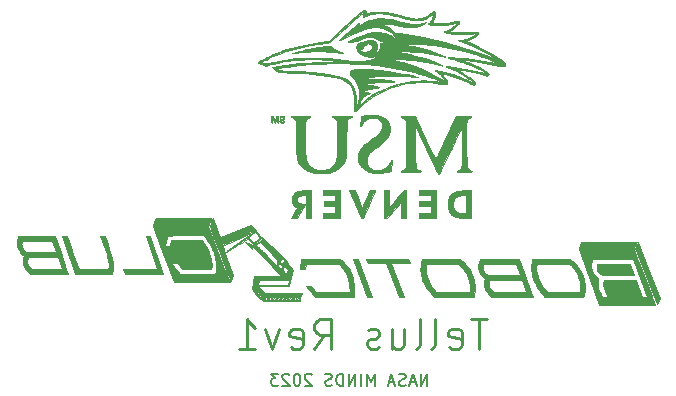
<source format=gbo>
G04 #@! TF.GenerationSoftware,KiCad,Pcbnew,(6.0.6)*
G04 #@! TF.CreationDate,2023-02-07T12:19:58-07:00*
G04 #@! TF.ProjectId,Tellus,54656c6c-7573-42e6-9b69-6361645f7063,rev?*
G04 #@! TF.SameCoordinates,Original*
G04 #@! TF.FileFunction,Legend,Bot*
G04 #@! TF.FilePolarity,Positive*
%FSLAX46Y46*%
G04 Gerber Fmt 4.6, Leading zero omitted, Abs format (unit mm)*
G04 Created by KiCad (PCBNEW (6.0.6)) date 2023-02-07 12:19:58*
%MOMM*%
%LPD*%
G01*
G04 APERTURE LIST*
%ADD10C,0.155344*%
%ADD11C,0.020000*%
%ADD12C,0.100000*%
%ADD13C,0.250000*%
%ADD14C,0.150000*%
%ADD15R,1.350000X1.350000*%
%ADD16O,1.350000X1.350000*%
%ADD17C,1.308000*%
%ADD18C,1.258000*%
%ADD19C,1.208000*%
%ADD20R,1.700000X1.700000*%
%ADD21O,1.700000X1.700000*%
%ADD22C,4.400000*%
G04 APERTURE END LIST*
D10*
X147728106Y-109192012D02*
X147714176Y-109172995D01*
X148169146Y-108862127D02*
X148157615Y-108851046D01*
X147759512Y-109226145D02*
X147743217Y-109209728D01*
D11*
G36*
X150303147Y-103025723D02*
G01*
X150355585Y-103028912D01*
X150391914Y-103033834D01*
X150403255Y-103036981D01*
X150409632Y-103040603D01*
X150411357Y-103048435D01*
X150413034Y-103067952D01*
X150416207Y-103139613D01*
X150419083Y-103250716D01*
X150421591Y-103396395D01*
X150425229Y-103772012D01*
X150426565Y-104227525D01*
X150426565Y-105397195D01*
X149975239Y-105397195D01*
X149975239Y-103451554D01*
X149732670Y-103459916D01*
X149669092Y-103463295D01*
X149610150Y-103468942D01*
X149555772Y-103476910D01*
X149505884Y-103487250D01*
X149460412Y-103500014D01*
X149419283Y-103515255D01*
X149400323Y-103523820D01*
X149382422Y-103533024D01*
X149365570Y-103542872D01*
X149349757Y-103553373D01*
X149334975Y-103564531D01*
X149321215Y-103576355D01*
X149308466Y-103588849D01*
X149296720Y-103602021D01*
X149285968Y-103615877D01*
X149276200Y-103630423D01*
X149267408Y-103645667D01*
X149259582Y-103661614D01*
X149252713Y-103678272D01*
X149246791Y-103695646D01*
X149241808Y-103713743D01*
X149237755Y-103732570D01*
X149232399Y-103772439D01*
X149230650Y-103815304D01*
X149231109Y-103836881D01*
X149232451Y-103857752D01*
X149234680Y-103877920D01*
X149237803Y-103897388D01*
X149241824Y-103916162D01*
X149246750Y-103934245D01*
X149252585Y-103951641D01*
X149259334Y-103968354D01*
X149267003Y-103984388D01*
X149275598Y-103999747D01*
X149285124Y-104014436D01*
X149295585Y-104028457D01*
X149306988Y-104041816D01*
X149319338Y-104054516D01*
X149332640Y-104066561D01*
X149346900Y-104077955D01*
X149362123Y-104088703D01*
X149378313Y-104098808D01*
X149395478Y-104108274D01*
X149413621Y-104117105D01*
X149432749Y-104125306D01*
X149452866Y-104132880D01*
X149473978Y-104139831D01*
X149496091Y-104146163D01*
X149519210Y-104151881D01*
X149543339Y-104156988D01*
X149568485Y-104161489D01*
X149594653Y-104165386D01*
X149621848Y-104168686D01*
X149650076Y-104171390D01*
X149709650Y-104175031D01*
X149795271Y-104179097D01*
X149865384Y-104183624D01*
X149892364Y-104185888D01*
X149912756Y-104188061D01*
X149925654Y-104190075D01*
X149929010Y-104191000D01*
X149930154Y-104191859D01*
X149922714Y-104205682D01*
X149901390Y-104242199D01*
X149823077Y-104373363D01*
X149707180Y-104565447D01*
X149565664Y-104798548D01*
X149201228Y-105397195D01*
X148956435Y-105397195D01*
X148861362Y-105396313D01*
X148819781Y-105395280D01*
X148783509Y-105393914D01*
X148753550Y-105392259D01*
X148730907Y-105390363D01*
X148716585Y-105388271D01*
X148712859Y-105387165D01*
X148711588Y-105386028D01*
X148712889Y-105382755D01*
X148716705Y-105375379D01*
X148731370Y-105349191D01*
X148785229Y-105257137D01*
X148864934Y-105123749D01*
X148962255Y-104962907D01*
X149222498Y-104535023D01*
X149222896Y-104534157D01*
X149223107Y-104533209D01*
X149223137Y-104532181D01*
X149222989Y-104531078D01*
X149222667Y-104529902D01*
X149222174Y-104528657D01*
X149221516Y-104527346D01*
X149220695Y-104525972D01*
X149219715Y-104524540D01*
X149218581Y-104523051D01*
X149217296Y-104521510D01*
X149215863Y-104519920D01*
X149214288Y-104518285D01*
X149212573Y-104516607D01*
X149208741Y-104513136D01*
X149204398Y-104509536D01*
X149199574Y-104505833D01*
X149194302Y-104502054D01*
X149188611Y-104498226D01*
X149182532Y-104494375D01*
X149176097Y-104490528D01*
X149169336Y-104486712D01*
X149162280Y-104482954D01*
X149109677Y-104453145D01*
X149060937Y-104420269D01*
X149016039Y-104384545D01*
X148974962Y-104346192D01*
X148937686Y-104305427D01*
X148904190Y-104262469D01*
X148874454Y-104217535D01*
X148848457Y-104170845D01*
X148826180Y-104122617D01*
X148807600Y-104073069D01*
X148792699Y-104022419D01*
X148781455Y-103970885D01*
X148773847Y-103918687D01*
X148769856Y-103866041D01*
X148769461Y-103813167D01*
X148772641Y-103760283D01*
X148779376Y-103707607D01*
X148789645Y-103655357D01*
X148803428Y-103603752D01*
X148820705Y-103553010D01*
X148841454Y-103503349D01*
X148865655Y-103454987D01*
X148893289Y-103408144D01*
X148924333Y-103363036D01*
X148958769Y-103319883D01*
X148996574Y-103278903D01*
X149037730Y-103240314D01*
X149082215Y-103204334D01*
X149130008Y-103171182D01*
X149181090Y-103141076D01*
X149235440Y-103114234D01*
X149293037Y-103090875D01*
X149327387Y-103081756D01*
X149378129Y-103072910D01*
X149518791Y-103056484D01*
X149695020Y-103042496D01*
X149886815Y-103031846D01*
X150074175Y-103025432D01*
X150237099Y-103024155D01*
X150303147Y-103025723D01*
G37*
X150303147Y-103025723D02*
X150355585Y-103028912D01*
X150391914Y-103033834D01*
X150403255Y-103036981D01*
X150409632Y-103040603D01*
X150411357Y-103048435D01*
X150413034Y-103067952D01*
X150416207Y-103139613D01*
X150419083Y-103250716D01*
X150421591Y-103396395D01*
X150425229Y-103772012D01*
X150426565Y-104227525D01*
X150426565Y-105397195D01*
X149975239Y-105397195D01*
X149975239Y-103451554D01*
X149732670Y-103459916D01*
X149669092Y-103463295D01*
X149610150Y-103468942D01*
X149555772Y-103476910D01*
X149505884Y-103487250D01*
X149460412Y-103500014D01*
X149419283Y-103515255D01*
X149400323Y-103523820D01*
X149382422Y-103533024D01*
X149365570Y-103542872D01*
X149349757Y-103553373D01*
X149334975Y-103564531D01*
X149321215Y-103576355D01*
X149308466Y-103588849D01*
X149296720Y-103602021D01*
X149285968Y-103615877D01*
X149276200Y-103630423D01*
X149267408Y-103645667D01*
X149259582Y-103661614D01*
X149252713Y-103678272D01*
X149246791Y-103695646D01*
X149241808Y-103713743D01*
X149237755Y-103732570D01*
X149232399Y-103772439D01*
X149230650Y-103815304D01*
X149231109Y-103836881D01*
X149232451Y-103857752D01*
X149234680Y-103877920D01*
X149237803Y-103897388D01*
X149241824Y-103916162D01*
X149246750Y-103934245D01*
X149252585Y-103951641D01*
X149259334Y-103968354D01*
X149267003Y-103984388D01*
X149275598Y-103999747D01*
X149285124Y-104014436D01*
X149295585Y-104028457D01*
X149306988Y-104041816D01*
X149319338Y-104054516D01*
X149332640Y-104066561D01*
X149346900Y-104077955D01*
X149362123Y-104088703D01*
X149378313Y-104098808D01*
X149395478Y-104108274D01*
X149413621Y-104117105D01*
X149432749Y-104125306D01*
X149452866Y-104132880D01*
X149473978Y-104139831D01*
X149496091Y-104146163D01*
X149519210Y-104151881D01*
X149543339Y-104156988D01*
X149568485Y-104161489D01*
X149594653Y-104165386D01*
X149621848Y-104168686D01*
X149650076Y-104171390D01*
X149709650Y-104175031D01*
X149795271Y-104179097D01*
X149865384Y-104183624D01*
X149892364Y-104185888D01*
X149912756Y-104188061D01*
X149925654Y-104190075D01*
X149929010Y-104191000D01*
X149930154Y-104191859D01*
X149922714Y-104205682D01*
X149901390Y-104242199D01*
X149823077Y-104373363D01*
X149707180Y-104565447D01*
X149565664Y-104798548D01*
X149201228Y-105397195D01*
X148956435Y-105397195D01*
X148861362Y-105396313D01*
X148819781Y-105395280D01*
X148783509Y-105393914D01*
X148753550Y-105392259D01*
X148730907Y-105390363D01*
X148716585Y-105388271D01*
X148712859Y-105387165D01*
X148711588Y-105386028D01*
X148712889Y-105382755D01*
X148716705Y-105375379D01*
X148731370Y-105349191D01*
X148785229Y-105257137D01*
X148864934Y-105123749D01*
X148962255Y-104962907D01*
X149222498Y-104535023D01*
X149222896Y-104534157D01*
X149223107Y-104533209D01*
X149223137Y-104532181D01*
X149222989Y-104531078D01*
X149222667Y-104529902D01*
X149222174Y-104528657D01*
X149221516Y-104527346D01*
X149220695Y-104525972D01*
X149219715Y-104524540D01*
X149218581Y-104523051D01*
X149217296Y-104521510D01*
X149215863Y-104519920D01*
X149214288Y-104518285D01*
X149212573Y-104516607D01*
X149208741Y-104513136D01*
X149204398Y-104509536D01*
X149199574Y-104505833D01*
X149194302Y-104502054D01*
X149188611Y-104498226D01*
X149182532Y-104494375D01*
X149176097Y-104490528D01*
X149169336Y-104486712D01*
X149162280Y-104482954D01*
X149109677Y-104453145D01*
X149060937Y-104420269D01*
X149016039Y-104384545D01*
X148974962Y-104346192D01*
X148937686Y-104305427D01*
X148904190Y-104262469D01*
X148874454Y-104217535D01*
X148848457Y-104170845D01*
X148826180Y-104122617D01*
X148807600Y-104073069D01*
X148792699Y-104022419D01*
X148781455Y-103970885D01*
X148773847Y-103918687D01*
X148769856Y-103866041D01*
X148769461Y-103813167D01*
X148772641Y-103760283D01*
X148779376Y-103707607D01*
X148789645Y-103655357D01*
X148803428Y-103603752D01*
X148820705Y-103553010D01*
X148841454Y-103503349D01*
X148865655Y-103454987D01*
X148893289Y-103408144D01*
X148924333Y-103363036D01*
X148958769Y-103319883D01*
X148996574Y-103278903D01*
X149037730Y-103240314D01*
X149082215Y-103204334D01*
X149130008Y-103171182D01*
X149181090Y-103141076D01*
X149235440Y-103114234D01*
X149293037Y-103090875D01*
X149327387Y-103081756D01*
X149378129Y-103072910D01*
X149518791Y-103056484D01*
X149695020Y-103042496D01*
X149886815Y-103031846D01*
X150074175Y-103025432D01*
X150237099Y-103024155D01*
X150303147Y-103025723D01*
D10*
X147662140Y-109058315D02*
X147655235Y-109031446D01*
D12*
G36*
X143489120Y-108074273D02*
G01*
X143489262Y-108074314D01*
X143489421Y-108074383D01*
X143489594Y-108074478D01*
X143489781Y-108074597D01*
X143489980Y-108074737D01*
X143490407Y-108075073D01*
X143490862Y-108075469D01*
X143491334Y-108075909D01*
X143491809Y-108076375D01*
X143492719Y-108077317D01*
X143493494Y-108078160D01*
X143494233Y-108078997D01*
X143474405Y-108090312D01*
X143488809Y-108074338D01*
X143488892Y-108074283D01*
X143488996Y-108074262D01*
X143489120Y-108074273D01*
G37*
X143489120Y-108074273D02*
X143489262Y-108074314D01*
X143489421Y-108074383D01*
X143489594Y-108074478D01*
X143489781Y-108074597D01*
X143489980Y-108074737D01*
X143490407Y-108075073D01*
X143490862Y-108075469D01*
X143491334Y-108075909D01*
X143491809Y-108076375D01*
X143492719Y-108077317D01*
X143493494Y-108078160D01*
X143494233Y-108078997D01*
X143474405Y-108090312D01*
X143488809Y-108074338D01*
X143488892Y-108074283D01*
X143488996Y-108074262D01*
X143489120Y-108074273D01*
D10*
X147951085Y-109871676D02*
X147843114Y-109919053D01*
D11*
G36*
X160987355Y-105397195D02*
G01*
X159518865Y-105397195D01*
X159525374Y-105188439D01*
X159531830Y-104979736D01*
X160033955Y-104973649D01*
X160536029Y-104967564D01*
X160536029Y-104381724D01*
X159588239Y-104381724D01*
X159588239Y-103952993D01*
X160536029Y-103952993D01*
X160536029Y-103456530D01*
X159518865Y-103456530D01*
X159525374Y-103247826D01*
X159531830Y-103039069D01*
X160259592Y-103033143D01*
X160987355Y-103027163D01*
X160987355Y-105397195D01*
G37*
X160987355Y-105397195D02*
X159518865Y-105397195D01*
X159525374Y-105188439D01*
X159531830Y-104979736D01*
X160033955Y-104973649D01*
X160536029Y-104967564D01*
X160536029Y-104381724D01*
X159588239Y-104381724D01*
X159588239Y-103952993D01*
X160536029Y-103952993D01*
X160536029Y-103456530D01*
X159518865Y-103456530D01*
X159525374Y-103247826D01*
X159531830Y-103039069D01*
X160259592Y-103033143D01*
X160987355Y-103027163D01*
X160987355Y-105397195D01*
D10*
X148115041Y-108823476D02*
X148097906Y-108815875D01*
X146513211Y-112380103D02*
X149463903Y-112383288D01*
X145774698Y-107647914D02*
X145933549Y-107535408D01*
X147784082Y-108754746D02*
X147776671Y-108753630D01*
X145986248Y-107228463D02*
X145896721Y-107299679D01*
X147571027Y-109548169D02*
X147638063Y-108888032D01*
X146133849Y-107398609D02*
X146166092Y-107372510D01*
D12*
G36*
X174810974Y-112718369D02*
G01*
X173598677Y-109415076D01*
X174116725Y-109415076D01*
X174117813Y-109470614D01*
X174121624Y-109525237D01*
X174128230Y-109578733D01*
X174137700Y-109630886D01*
X174150105Y-109681483D01*
X174165516Y-109730309D01*
X174184184Y-109781875D01*
X174204105Y-109833958D01*
X174225500Y-109886299D01*
X174248594Y-109938642D01*
X174273611Y-109990728D01*
X174300772Y-110042298D01*
X174330302Y-110093094D01*
X174362424Y-110142859D01*
X174397362Y-110191334D01*
X174435338Y-110238261D01*
X174476576Y-110283382D01*
X174498488Y-110305184D01*
X174521299Y-110326438D01*
X174545037Y-110347112D01*
X174569731Y-110367173D01*
X174595407Y-110386588D01*
X174622095Y-110405326D01*
X174649821Y-110423355D01*
X174678614Y-110440641D01*
X174708502Y-110457153D01*
X174739512Y-110472859D01*
X174721014Y-110524482D01*
X174705217Y-110575811D01*
X174692026Y-110626859D01*
X174681348Y-110677636D01*
X174673088Y-110728154D01*
X174667152Y-110778425D01*
X174663447Y-110828460D01*
X174661878Y-110878271D01*
X174664773Y-110977267D01*
X174675084Y-111075503D01*
X174692061Y-111173072D01*
X174714951Y-111270068D01*
X174743002Y-111366580D01*
X174775462Y-111462703D01*
X174811578Y-111558527D01*
X174850599Y-111654145D01*
X174934347Y-111845133D01*
X175020688Y-112036403D01*
X175475150Y-112036403D01*
X175456311Y-111973686D01*
X175431938Y-111906221D01*
X175371410Y-111758512D01*
X175303209Y-111596213D01*
X175269244Y-111510509D01*
X175236977Y-111422258D01*
X175207612Y-111331827D01*
X175182356Y-111239583D01*
X175162412Y-111145893D01*
X175148988Y-111051124D01*
X175143287Y-110955642D01*
X175143709Y-110907749D01*
X175146515Y-110859816D01*
X175151854Y-110811888D01*
X175159877Y-110764011D01*
X175170735Y-110716232D01*
X175184579Y-110668595D01*
X177924080Y-110668595D01*
X178448369Y-112030188D01*
X178849940Y-112030188D01*
X177666214Y-108856498D01*
X174240079Y-108856498D01*
X174217820Y-108909407D01*
X174197578Y-108963542D01*
X174179423Y-109018689D01*
X174163427Y-109074634D01*
X174149659Y-109131163D01*
X174138191Y-109188062D01*
X174129093Y-109245117D01*
X174122435Y-109302113D01*
X174118289Y-109358838D01*
X174116725Y-109415076D01*
X173598677Y-109415076D01*
X173083540Y-108011418D01*
X177726870Y-108003110D01*
X178026044Y-108740197D01*
X178603950Y-110211899D01*
X179201371Y-111758022D01*
X179302750Y-112030188D01*
X179559090Y-112718369D01*
X174810974Y-112718369D01*
G37*
X174810974Y-112718369D02*
X173598677Y-109415076D01*
X174116725Y-109415076D01*
X174117813Y-109470614D01*
X174121624Y-109525237D01*
X174128230Y-109578733D01*
X174137700Y-109630886D01*
X174150105Y-109681483D01*
X174165516Y-109730309D01*
X174184184Y-109781875D01*
X174204105Y-109833958D01*
X174225500Y-109886299D01*
X174248594Y-109938642D01*
X174273611Y-109990728D01*
X174300772Y-110042298D01*
X174330302Y-110093094D01*
X174362424Y-110142859D01*
X174397362Y-110191334D01*
X174435338Y-110238261D01*
X174476576Y-110283382D01*
X174498488Y-110305184D01*
X174521299Y-110326438D01*
X174545037Y-110347112D01*
X174569731Y-110367173D01*
X174595407Y-110386588D01*
X174622095Y-110405326D01*
X174649821Y-110423355D01*
X174678614Y-110440641D01*
X174708502Y-110457153D01*
X174739512Y-110472859D01*
X174721014Y-110524482D01*
X174705217Y-110575811D01*
X174692026Y-110626859D01*
X174681348Y-110677636D01*
X174673088Y-110728154D01*
X174667152Y-110778425D01*
X174663447Y-110828460D01*
X174661878Y-110878271D01*
X174664773Y-110977267D01*
X174675084Y-111075503D01*
X174692061Y-111173072D01*
X174714951Y-111270068D01*
X174743002Y-111366580D01*
X174775462Y-111462703D01*
X174811578Y-111558527D01*
X174850599Y-111654145D01*
X174934347Y-111845133D01*
X175020688Y-112036403D01*
X175475150Y-112036403D01*
X175456311Y-111973686D01*
X175431938Y-111906221D01*
X175371410Y-111758512D01*
X175303209Y-111596213D01*
X175269244Y-111510509D01*
X175236977Y-111422258D01*
X175207612Y-111331827D01*
X175182356Y-111239583D01*
X175162412Y-111145893D01*
X175148988Y-111051124D01*
X175143287Y-110955642D01*
X175143709Y-110907749D01*
X175146515Y-110859816D01*
X175151854Y-110811888D01*
X175159877Y-110764011D01*
X175170735Y-110716232D01*
X175184579Y-110668595D01*
X177924080Y-110668595D01*
X178448369Y-112030188D01*
X178849940Y-112030188D01*
X177666214Y-108856498D01*
X174240079Y-108856498D01*
X174217820Y-108909407D01*
X174197578Y-108963542D01*
X174179423Y-109018689D01*
X174163427Y-109074634D01*
X174149659Y-109131163D01*
X174138191Y-109188062D01*
X174129093Y-109245117D01*
X174122435Y-109302113D01*
X174118289Y-109358838D01*
X174116725Y-109415076D01*
X173598677Y-109415076D01*
X173083540Y-108011418D01*
X177726870Y-108003110D01*
X178026044Y-108740197D01*
X178603950Y-110211899D01*
X179201371Y-111758022D01*
X179302750Y-112030188D01*
X179559090Y-112718369D01*
X174810974Y-112718369D01*
D10*
X145394155Y-107380407D02*
X145048467Y-107045173D01*
X147836594Y-109278866D02*
X147815532Y-109267624D01*
X147795666Y-109255091D02*
X147776994Y-109241265D01*
X147655235Y-109031446D02*
X147649489Y-109003261D01*
X148541391Y-111143950D02*
X148118642Y-111140252D01*
X145717722Y-107435532D02*
X145675287Y-107464116D01*
D12*
G36*
X141961915Y-105366986D02*
G01*
X141927240Y-105450009D01*
X141896014Y-105528932D01*
X141840279Y-105677714D01*
X141787458Y-105819797D01*
X141759874Y-105890348D01*
X141730298Y-105961648D01*
X137033445Y-105961648D01*
X137260247Y-105351918D01*
X141961915Y-105366986D01*
G37*
X141961915Y-105366986D02*
X141927240Y-105450009D01*
X141896014Y-105528932D01*
X141840279Y-105677714D01*
X141787458Y-105819797D01*
X141759874Y-105890348D01*
X141730298Y-105961648D01*
X137033445Y-105961648D01*
X137260247Y-105351918D01*
X141961915Y-105366986D01*
G36*
X178794470Y-109167981D02*
G01*
X179923756Y-112151902D01*
X179662390Y-112674098D01*
X177826060Y-107961478D01*
X177850255Y-107908669D01*
X177878309Y-107849750D01*
X177915054Y-107775461D01*
X177959029Y-107690529D01*
X178008776Y-107599683D01*
X178062834Y-107507653D01*
X178091024Y-107462671D01*
X178119744Y-107419165D01*
X178794470Y-109167981D01*
G37*
X178794470Y-109167981D02*
X179923756Y-112151902D01*
X179662390Y-112674098D01*
X177826060Y-107961478D01*
X177850255Y-107908669D01*
X177878309Y-107849750D01*
X177915054Y-107775461D01*
X177959029Y-107690529D01*
X178008776Y-107599683D01*
X178062834Y-107507653D01*
X178091024Y-107462671D01*
X178119744Y-107419165D01*
X178794470Y-109167981D01*
D10*
X147714176Y-109172995D02*
X147701424Y-109152674D01*
D12*
G36*
X145370034Y-107383828D02*
G01*
X145366520Y-107386460D01*
X145366216Y-107386672D01*
X145365688Y-107387062D01*
X145365355Y-107387333D01*
X145363816Y-107388486D01*
X145349240Y-107373935D01*
X145334591Y-107359457D01*
X145319797Y-107345126D01*
X145312322Y-107338038D01*
X145304784Y-107331014D01*
X145304964Y-107330806D01*
X145305206Y-107330489D01*
X145305839Y-107329592D01*
X145306598Y-107328458D01*
X145307403Y-107327225D01*
X145309442Y-107324021D01*
X145370034Y-107383828D01*
G37*
X145370034Y-107383828D02*
X145366520Y-107386460D01*
X145366216Y-107386672D01*
X145365688Y-107387062D01*
X145365355Y-107387333D01*
X145363816Y-107388486D01*
X145349240Y-107373935D01*
X145334591Y-107359457D01*
X145319797Y-107345126D01*
X145312322Y-107338038D01*
X145304784Y-107331014D01*
X145304964Y-107330806D01*
X145305206Y-107330489D01*
X145305839Y-107329592D01*
X145306598Y-107328458D01*
X145307403Y-107327225D01*
X145309442Y-107324021D01*
X145370034Y-107383828D01*
D10*
X145542320Y-106675857D02*
X145617432Y-106619282D01*
X148118642Y-111140252D02*
X147269096Y-111141862D01*
X147649489Y-109003261D02*
X147644901Y-108973757D01*
X147679444Y-109108114D02*
X147670209Y-109083871D01*
X147932861Y-109310972D02*
X147906985Y-109304871D01*
X145761477Y-107404109D02*
X145717722Y-107435532D01*
X145048467Y-107045173D02*
X145048467Y-107045173D01*
X149463903Y-112383288D02*
X149466887Y-112335340D01*
X146166092Y-107372510D02*
X146336503Y-107231746D01*
D12*
G36*
X145703241Y-107399021D02*
G01*
X145686929Y-107415477D01*
X145670619Y-107431643D01*
X145654309Y-107447518D01*
X145719552Y-107382274D01*
X145703241Y-107399021D01*
G37*
X145703241Y-107399021D02*
X145686929Y-107415477D01*
X145670619Y-107431643D01*
X145654309Y-107447518D01*
X145719552Y-107382274D01*
X145703241Y-107399021D01*
G36*
X145019723Y-107155471D02*
G01*
X144933898Y-107213822D01*
X144848529Y-107272440D01*
X144843408Y-107267318D01*
X144929527Y-107209064D01*
X145015065Y-107150811D01*
X145019723Y-107155471D01*
G37*
X145019723Y-107155471D02*
X144933898Y-107213822D01*
X144848529Y-107272440D01*
X144843408Y-107267318D01*
X144929527Y-107209064D01*
X145015065Y-107150811D01*
X145019723Y-107155471D01*
D10*
X148233205Y-109048236D02*
X148225800Y-108997885D01*
D12*
G36*
X158774728Y-109223887D02*
G01*
X157216621Y-109223887D01*
X158259765Y-112035626D01*
X157845769Y-112035626D01*
X156783992Y-109220000D01*
X155215785Y-109220000D01*
X155082961Y-108847175D01*
X158645017Y-108847175D01*
X158774728Y-109223887D01*
G37*
X158774728Y-109223887D02*
X157216621Y-109223887D01*
X158259765Y-112035626D01*
X157845769Y-112035626D01*
X156783992Y-109220000D01*
X155215785Y-109220000D01*
X155082961Y-108847175D01*
X158645017Y-108847175D01*
X158774728Y-109223887D01*
D11*
G36*
X166850733Y-92358288D02*
G01*
X166850077Y-92377498D01*
X166847637Y-92395492D01*
X166843368Y-92412274D01*
X166840534Y-92420213D01*
X166837225Y-92427850D01*
X166833437Y-92435186D01*
X166829164Y-92442223D01*
X166824400Y-92448961D01*
X166819140Y-92455400D01*
X166813378Y-92461541D01*
X166807108Y-92467385D01*
X166800326Y-92472932D01*
X166793024Y-92478183D01*
X166776844Y-92487800D01*
X166758522Y-92496239D01*
X166738013Y-92503507D01*
X166715274Y-92509608D01*
X166690260Y-92514548D01*
X166662926Y-92518330D01*
X166633227Y-92520961D01*
X166601118Y-92522446D01*
X166566556Y-92522788D01*
X166529495Y-92521994D01*
X166489891Y-92520068D01*
X166447699Y-92517016D01*
X166402875Y-92512842D01*
X166355373Y-92507551D01*
X166305150Y-92501149D01*
X166252160Y-92493640D01*
X166196359Y-92485029D01*
X166137703Y-92475322D01*
X166076146Y-92464523D01*
X166011644Y-92452638D01*
X165873627Y-92425627D01*
X165495053Y-92352973D01*
X165063457Y-92276433D01*
X164166390Y-92130835D01*
X163432817Y-92027117D01*
X163205586Y-92002927D01*
X163140553Y-91999843D01*
X163113124Y-92003563D01*
X163112896Y-92004004D01*
X163112982Y-92004540D01*
X163113373Y-92005169D01*
X163114064Y-92005888D01*
X163115047Y-92006694D01*
X163116314Y-92007583D01*
X163119672Y-92009600D01*
X163124083Y-92011917D01*
X163129488Y-92014509D01*
X163135829Y-92017353D01*
X163143048Y-92020424D01*
X163151089Y-92023700D01*
X163159893Y-92027156D01*
X163169403Y-92030768D01*
X163179561Y-92034512D01*
X163201590Y-92042305D01*
X163225518Y-92050342D01*
X163654970Y-92199643D01*
X164062072Y-92358128D01*
X164436064Y-92520241D01*
X164766187Y-92680421D01*
X164911435Y-92758049D01*
X165041681Y-92833110D01*
X165155579Y-92904908D01*
X165251784Y-92972749D01*
X165328952Y-93035938D01*
X165385737Y-93093780D01*
X165420794Y-93145580D01*
X165429754Y-93168997D01*
X165432779Y-93190643D01*
X165432433Y-93202949D01*
X165431395Y-93214636D01*
X165429663Y-93225703D01*
X165427236Y-93236151D01*
X165424112Y-93245981D01*
X165420291Y-93255193D01*
X165415771Y-93263786D01*
X165410550Y-93271763D01*
X165404628Y-93279122D01*
X165398003Y-93285864D01*
X165390674Y-93291990D01*
X165382638Y-93297500D01*
X165373896Y-93302394D01*
X165364446Y-93306672D01*
X165354286Y-93310335D01*
X165343416Y-93313383D01*
X165331833Y-93315817D01*
X165319536Y-93317637D01*
X165306525Y-93318842D01*
X165292798Y-93319434D01*
X165278353Y-93319413D01*
X165263189Y-93318779D01*
X165247305Y-93317532D01*
X165230700Y-93315674D01*
X165213372Y-93313203D01*
X165195320Y-93310121D01*
X165176542Y-93306427D01*
X165157038Y-93302123D01*
X165136806Y-93297207D01*
X165115845Y-93291682D01*
X165094152Y-93285547D01*
X165071728Y-93278802D01*
X164830109Y-93211972D01*
X164502201Y-93131809D01*
X164123892Y-93045805D01*
X163731071Y-92961454D01*
X163359627Y-92886249D01*
X163045448Y-92827682D01*
X162824424Y-92793246D01*
X162760059Y-92787419D01*
X162732441Y-92790434D01*
X162732290Y-92790910D01*
X162732564Y-92791600D01*
X162733252Y-92792497D01*
X162734346Y-92793596D01*
X162737708Y-92796377D01*
X162742571Y-92799894D01*
X162748853Y-92804101D01*
X162756474Y-92808951D01*
X162775416Y-92820392D01*
X162798756Y-92833839D01*
X162825853Y-92848916D01*
X162856067Y-92865248D01*
X162888757Y-92882456D01*
X163013338Y-92949243D01*
X163138410Y-93020103D01*
X163262795Y-93094143D01*
X163385317Y-93170470D01*
X163620065Y-93326416D01*
X163729938Y-93404249D01*
X163833240Y-93480799D01*
X163928796Y-93555171D01*
X164015429Y-93626474D01*
X164091963Y-93693815D01*
X164157219Y-93756301D01*
X164210023Y-93813039D01*
X164249196Y-93863136D01*
X164273563Y-93905700D01*
X164279827Y-93923877D01*
X164281947Y-93939837D01*
X164281589Y-93957714D01*
X164280487Y-93974393D01*
X164278595Y-93989872D01*
X164275872Y-94004149D01*
X164272272Y-94017221D01*
X164267752Y-94029085D01*
X164262269Y-94039740D01*
X164255778Y-94049182D01*
X164252141Y-94053447D01*
X164248236Y-94057408D01*
X164244057Y-94061066D01*
X164239599Y-94064418D01*
X164234856Y-94067465D01*
X164229823Y-94070207D01*
X164224494Y-94072644D01*
X164218864Y-94074775D01*
X164206680Y-94078117D01*
X164193225Y-94080231D01*
X164178456Y-94081116D01*
X164162329Y-94080768D01*
X164144801Y-94079185D01*
X164125828Y-94076365D01*
X164105365Y-94072305D01*
X164083370Y-94067002D01*
X164059798Y-94060454D01*
X164034606Y-94052659D01*
X164007750Y-94043614D01*
X163979186Y-94033317D01*
X163948870Y-94021764D01*
X163916759Y-94008954D01*
X163882808Y-93994884D01*
X163846975Y-93979552D01*
X163769484Y-93945089D01*
X163683936Y-93905547D01*
X163462105Y-93804948D01*
X163233502Y-93708104D01*
X162999153Y-93615379D01*
X162760084Y-93527140D01*
X162517321Y-93443753D01*
X162271892Y-93365584D01*
X162024822Y-93292998D01*
X161777137Y-93226362D01*
X161653537Y-93194291D01*
X161564400Y-93172011D01*
X161531972Y-93165118D01*
X161507221Y-93161363D01*
X161497627Y-93160734D01*
X161489835Y-93160975D01*
X161483806Y-93162116D01*
X161479500Y-93164185D01*
X161476880Y-93167211D01*
X161475905Y-93171222D01*
X161476536Y-93176247D01*
X161478735Y-93182316D01*
X161487678Y-93197697D01*
X161502422Y-93217596D01*
X161522654Y-93242242D01*
X161548061Y-93271864D01*
X161613148Y-93346959D01*
X161701199Y-93452109D01*
X161776321Y-93547710D01*
X161838459Y-93633971D01*
X161864642Y-93673664D01*
X161887558Y-93711102D01*
X161907200Y-93746309D01*
X161923562Y-93779312D01*
X161936635Y-93810137D01*
X161946414Y-93838810D01*
X161950558Y-93855794D01*
X161952891Y-93865357D01*
X161956060Y-93889806D01*
X161955913Y-93912181D01*
X161952443Y-93932508D01*
X161945644Y-93950815D01*
X161935508Y-93967127D01*
X161922029Y-93981470D01*
X161905199Y-93993871D01*
X161885012Y-94004356D01*
X161861460Y-94012950D01*
X161834537Y-94019681D01*
X161804236Y-94024573D01*
X161770549Y-94027654D01*
X161733470Y-94028950D01*
X161692992Y-94028486D01*
X161649108Y-94026289D01*
X161551093Y-94016799D01*
X161439370Y-94000691D01*
X160939370Y-93931977D01*
X160445752Y-93889825D01*
X159959118Y-93874063D01*
X159480072Y-93884516D01*
X159009218Y-93921010D01*
X158547158Y-93983371D01*
X158094495Y-94071426D01*
X157651833Y-94185000D01*
X157219775Y-94323919D01*
X156798924Y-94488010D01*
X156389884Y-94677099D01*
X155993258Y-94891011D01*
X155609648Y-95129573D01*
X155239658Y-95392610D01*
X154883892Y-95679949D01*
X154542952Y-95991416D01*
X154465089Y-96065307D01*
X154393936Y-96129238D01*
X154329339Y-96183204D01*
X154271141Y-96227202D01*
X154244393Y-96245461D01*
X154219186Y-96261227D01*
X154195502Y-96274498D01*
X154173321Y-96285274D01*
X154152622Y-96293555D01*
X154133388Y-96299340D01*
X154115598Y-96302628D01*
X154099233Y-96303419D01*
X154084273Y-96301713D01*
X154070699Y-96297508D01*
X154058492Y-96290804D01*
X154047633Y-96281601D01*
X154038100Y-96269899D01*
X154029877Y-96255695D01*
X154022942Y-96238991D01*
X154017276Y-96219785D01*
X154012861Y-96198077D01*
X154009676Y-96173867D01*
X154007703Y-96147153D01*
X154006921Y-96117936D01*
X154008854Y-96051987D01*
X154015321Y-95976017D01*
X154034466Y-95757477D01*
X154043937Y-95549315D01*
X154043701Y-95351447D01*
X154033727Y-95163787D01*
X154013981Y-94986250D01*
X153984431Y-94818751D01*
X153945044Y-94661205D01*
X153895789Y-94513527D01*
X153836632Y-94375630D01*
X153767541Y-94247431D01*
X153688484Y-94128844D01*
X153599428Y-94019784D01*
X153500341Y-93920165D01*
X153391190Y-93829902D01*
X153271943Y-93748911D01*
X153142567Y-93677106D01*
X153011823Y-93619393D01*
X152854955Y-93564001D01*
X152671867Y-93510916D01*
X152462464Y-93460128D01*
X152226649Y-93411624D01*
X151964328Y-93365393D01*
X151675405Y-93321423D01*
X151359784Y-93279702D01*
X151017369Y-93240218D01*
X150648066Y-93202960D01*
X149828410Y-93135074D01*
X148900050Y-93075949D01*
X147862223Y-93025490D01*
X147701199Y-93018717D01*
X147391265Y-92812712D01*
X147233726Y-92708008D01*
X147531116Y-92708008D01*
X147531493Y-92711142D01*
X147532736Y-92714520D01*
X147534837Y-92718164D01*
X147537790Y-92722098D01*
X147541586Y-92726344D01*
X147551676Y-92735871D01*
X147565046Y-92746930D01*
X147581632Y-92759709D01*
X147624206Y-92791175D01*
X147734959Y-92872455D01*
X148364297Y-92906904D01*
X149504068Y-92975787D01*
X150473496Y-93049283D01*
X151286664Y-93129595D01*
X151957656Y-93218927D01*
X152500557Y-93319480D01*
X152728375Y-93374653D01*
X152929451Y-93433458D01*
X153105546Y-93496169D01*
X153258421Y-93563062D01*
X153389837Y-93634413D01*
X153501553Y-93710497D01*
X153552220Y-93750985D01*
X153600967Y-93793294D01*
X153647794Y-93837426D01*
X153692701Y-93883384D01*
X153735690Y-93931168D01*
X153776759Y-93980781D01*
X153815911Y-94032224D01*
X153853146Y-94085501D01*
X153888464Y-94140612D01*
X153921866Y-94197559D01*
X153953352Y-94256345D01*
X153982924Y-94316971D01*
X154010582Y-94379440D01*
X154036326Y-94443753D01*
X154060156Y-94509912D01*
X154082075Y-94577920D01*
X154102082Y-94647777D01*
X154120177Y-94719487D01*
X154150637Y-94868470D01*
X154173459Y-95024885D01*
X154188648Y-95188747D01*
X154196209Y-95360071D01*
X154196146Y-95538873D01*
X154188466Y-95725168D01*
X154173171Y-95918973D01*
X154165524Y-96002710D01*
X154161085Y-96065240D01*
X154160166Y-96088810D01*
X154160166Y-96107388D01*
X154161123Y-96121076D01*
X154163077Y-96129978D01*
X154164440Y-96132667D01*
X154166067Y-96134197D01*
X154167963Y-96134583D01*
X154170132Y-96133837D01*
X154172579Y-96131971D01*
X154175309Y-96128999D01*
X154181640Y-96119787D01*
X154189161Y-96106305D01*
X154197913Y-96088654D01*
X154219262Y-96041264D01*
X154296171Y-95851412D01*
X154359990Y-95666130D01*
X154410687Y-95485182D01*
X154448229Y-95308328D01*
X154472585Y-95135331D01*
X154483720Y-94965954D01*
X154481604Y-94799959D01*
X154466203Y-94637106D01*
X154437485Y-94477160D01*
X154395418Y-94319882D01*
X154339969Y-94165034D01*
X154271105Y-94012379D01*
X154188794Y-93861678D01*
X154093004Y-93712694D01*
X153983702Y-93565189D01*
X153860856Y-93418926D01*
X153818015Y-93368780D01*
X153780953Y-93321083D01*
X153749671Y-93275727D01*
X153736199Y-93253894D01*
X153724172Y-93232606D01*
X153713591Y-93211850D01*
X153704457Y-93191613D01*
X153696769Y-93171882D01*
X153690527Y-93152642D01*
X153685733Y-93133882D01*
X153682386Y-93115586D01*
X153680486Y-93097743D01*
X153680034Y-93080338D01*
X153681029Y-93063359D01*
X153683473Y-93046792D01*
X153687365Y-93030624D01*
X153692705Y-93014841D01*
X153699494Y-92999430D01*
X153707732Y-92984378D01*
X153717419Y-92969671D01*
X153728556Y-92955296D01*
X153741142Y-92941240D01*
X153755178Y-92927490D01*
X153770664Y-92914031D01*
X153787600Y-92900852D01*
X153805987Y-92887937D01*
X153825824Y-92875275D01*
X153847113Y-92862852D01*
X153869852Y-92850654D01*
X153919890Y-92830782D01*
X153986032Y-92814082D01*
X154163207Y-92789867D01*
X154394546Y-92777338D01*
X154673213Y-92775829D01*
X154992377Y-92784671D01*
X155345204Y-92803196D01*
X156124513Y-92866621D01*
X156956471Y-92960759D01*
X157786414Y-93080266D01*
X158183545Y-93147861D01*
X158559672Y-93219794D01*
X158907961Y-93295396D01*
X159221580Y-93373999D01*
X159334361Y-93405650D01*
X159377329Y-93418666D01*
X159411251Y-93429850D01*
X159436055Y-93439234D01*
X159451666Y-93446851D01*
X159456002Y-93450006D01*
X159458013Y-93452731D01*
X159457689Y-93455030D01*
X159455021Y-93456907D01*
X159450001Y-93458365D01*
X159442619Y-93459409D01*
X159420733Y-93460270D01*
X159389290Y-93459521D01*
X159348217Y-93457194D01*
X159297441Y-93453321D01*
X159236889Y-93447932D01*
X159086166Y-93432737D01*
X158614166Y-93388800D01*
X158139480Y-93356282D01*
X157668723Y-93335240D01*
X157208510Y-93325726D01*
X156765458Y-93327797D01*
X156346180Y-93341505D01*
X155957294Y-93366907D01*
X155605413Y-93404056D01*
X155490357Y-93420468D01*
X155359929Y-93441441D01*
X155087908Y-93490370D01*
X154963792Y-93514976D01*
X154859256Y-93537443D01*
X154783039Y-93556097D01*
X154758280Y-93563470D01*
X154743877Y-93569262D01*
X154743466Y-93570019D01*
X154744939Y-93570771D01*
X154753361Y-93572254D01*
X154790854Y-93575113D01*
X154853489Y-93577770D01*
X154938399Y-93580156D01*
X155042716Y-93582202D01*
X155163572Y-93583840D01*
X155443435Y-93585613D01*
X155756957Y-93588677D01*
X156037460Y-93596768D01*
X156289678Y-93610379D01*
X156518345Y-93630004D01*
X156728196Y-93656135D01*
X156923963Y-93689265D01*
X157110382Y-93729887D01*
X157292185Y-93778494D01*
X157333449Y-93790783D01*
X157367584Y-93801691D01*
X157394052Y-93811303D01*
X157404243Y-93815649D01*
X157412316Y-93819703D01*
X157418203Y-93823476D01*
X157421837Y-93826978D01*
X157422789Y-93828630D01*
X157423152Y-93830219D01*
X157422918Y-93831746D01*
X157422078Y-93833211D01*
X157418551Y-93835964D01*
X157412501Y-93838488D01*
X157403863Y-93840795D01*
X157392568Y-93842894D01*
X157378549Y-93844797D01*
X157361740Y-93846514D01*
X157319480Y-93849432D01*
X157265250Y-93851733D01*
X157198512Y-93853504D01*
X157118728Y-93854828D01*
X157025360Y-93855790D01*
X156795721Y-93856970D01*
X156485339Y-93861708D01*
X156191411Y-93873626D01*
X155916907Y-93892371D01*
X155664799Y-93917592D01*
X155438056Y-93948938D01*
X155239648Y-93986056D01*
X155151999Y-94006670D01*
X155072547Y-94028595D01*
X155001664Y-94051788D01*
X154939722Y-94076204D01*
X154860717Y-94110652D01*
X155029998Y-94112663D01*
X155109389Y-94115001D01*
X155195248Y-94120020D01*
X155379970Y-94136983D01*
X155571373Y-94161306D01*
X155756663Y-94190741D01*
X155923046Y-94223045D01*
X156057731Y-94255969D01*
X156109188Y-94271963D01*
X156147923Y-94287270D01*
X156172336Y-94301608D01*
X156178673Y-94308327D01*
X156180830Y-94314699D01*
X156180512Y-94315568D01*
X156179571Y-94316497D01*
X156178021Y-94317482D01*
X156175878Y-94318522D01*
X156169876Y-94320751D01*
X156161688Y-94323164D01*
X156151439Y-94325737D01*
X156139253Y-94328449D01*
X156125256Y-94331277D01*
X156109571Y-94334199D01*
X156073634Y-94340236D01*
X156032440Y-94346384D01*
X155986983Y-94352465D01*
X155938259Y-94358302D01*
X155776540Y-94378972D01*
X155619745Y-94403796D01*
X155469822Y-94432298D01*
X155328719Y-94464003D01*
X155198383Y-94498437D01*
X155080764Y-94535125D01*
X155027331Y-94554165D01*
X154977807Y-94573591D01*
X154932436Y-94593343D01*
X154891461Y-94613361D01*
X154793037Y-94664584D01*
X154984860Y-94701731D01*
X155109117Y-94727053D01*
X155210041Y-94750334D01*
X155251777Y-94761219D01*
X155287709Y-94771608D01*
X155317847Y-94781503D01*
X155342199Y-94790909D01*
X155360777Y-94799830D01*
X155373589Y-94808270D01*
X155377836Y-94812312D01*
X155380645Y-94816234D01*
X155382018Y-94820039D01*
X155381955Y-94823725D01*
X155380459Y-94827295D01*
X155377529Y-94830749D01*
X155367376Y-94837308D01*
X155351507Y-94843407D01*
X155329929Y-94849051D01*
X155256231Y-94867771D01*
X155185844Y-94890517D01*
X155118704Y-94917356D01*
X155054747Y-94948352D01*
X154993906Y-94983570D01*
X154936118Y-95023077D01*
X154881316Y-95066937D01*
X154829437Y-95115216D01*
X154780414Y-95167978D01*
X154734183Y-95225290D01*
X154690679Y-95287217D01*
X154649837Y-95353824D01*
X154611591Y-95425177D01*
X154575878Y-95501340D01*
X154542631Y-95582379D01*
X154511785Y-95668360D01*
X154500798Y-95701517D01*
X154491642Y-95730323D01*
X154484457Y-95754803D01*
X154479384Y-95774985D01*
X154477683Y-95783472D01*
X154476562Y-95790894D01*
X154476039Y-95797255D01*
X154476132Y-95802557D01*
X154476857Y-95806805D01*
X154478233Y-95810001D01*
X154480276Y-95812149D01*
X154483005Y-95813252D01*
X154486436Y-95813314D01*
X154490587Y-95812337D01*
X154495477Y-95810325D01*
X154501121Y-95807281D01*
X154507538Y-95803209D01*
X154514746Y-95798112D01*
X154531601Y-95784855D01*
X154551827Y-95767538D01*
X154575563Y-95746186D01*
X154634128Y-95691485D01*
X154945775Y-95416953D01*
X155279437Y-95161306D01*
X155633390Y-94925026D01*
X156005916Y-94708589D01*
X156395293Y-94512478D01*
X156799800Y-94337170D01*
X157217717Y-94183145D01*
X157647322Y-94050883D01*
X158086895Y-93940864D01*
X158534714Y-93853566D01*
X158989060Y-93789470D01*
X159448211Y-93749055D01*
X159910447Y-93732800D01*
X160374046Y-93741185D01*
X160837288Y-93774689D01*
X161298452Y-93833792D01*
X161403198Y-93849586D01*
X161443482Y-93854924D01*
X161475511Y-93858360D01*
X161499138Y-93859749D01*
X161507755Y-93859629D01*
X161514217Y-93858942D01*
X161518505Y-93857670D01*
X161520601Y-93855794D01*
X161520486Y-93853295D01*
X161518143Y-93850157D01*
X161513552Y-93846359D01*
X161506696Y-93841884D01*
X161486114Y-93830829D01*
X161456250Y-93816845D01*
X161416957Y-93799785D01*
X161309498Y-93755850D01*
X161162563Y-93697849D01*
X160767977Y-93548744D01*
X160368169Y-93408413D01*
X159962545Y-93276744D01*
X159550512Y-93153622D01*
X159131478Y-93038934D01*
X158704850Y-92932567D01*
X158270034Y-92834406D01*
X157826438Y-92744337D01*
X157373470Y-92662248D01*
X156910535Y-92588024D01*
X156437041Y-92521552D01*
X155952395Y-92462717D01*
X154947277Y-92367507D01*
X153890437Y-92301484D01*
X153413542Y-92292458D01*
X152690327Y-92291305D01*
X151951296Y-92297265D01*
X151426954Y-92309581D01*
X150958796Y-92334481D01*
X150457857Y-92368191D01*
X149421996Y-92455882D01*
X148919252Y-92506785D01*
X148448087Y-92560341D01*
X148024588Y-92615011D01*
X147664846Y-92669255D01*
X147608622Y-92678739D01*
X147586395Y-92682883D01*
X147568008Y-92686877D01*
X147553398Y-92690907D01*
X147547491Y-92692995D01*
X147542505Y-92695163D01*
X147538431Y-92697433D01*
X147535264Y-92699829D01*
X147532994Y-92702374D01*
X147531614Y-92705093D01*
X147531116Y-92708008D01*
X147233726Y-92708008D01*
X147081387Y-92606760D01*
X147202564Y-92582472D01*
X147627480Y-92509323D01*
X148163682Y-92435502D01*
X148780803Y-92363822D01*
X149448480Y-92297099D01*
X150136348Y-92238147D01*
X150814043Y-92189781D01*
X151451199Y-92154816D01*
X152017452Y-92136067D01*
X152530194Y-92124114D01*
X152688331Y-92118572D01*
X152732339Y-92116220D01*
X152748971Y-92114265D01*
X152751139Y-92112109D01*
X152752679Y-92110000D01*
X152753204Y-92108962D01*
X152753559Y-92107934D01*
X152753741Y-92106915D01*
X152753744Y-92105904D01*
X152753566Y-92104900D01*
X152753202Y-92103903D01*
X152752647Y-92102912D01*
X152751898Y-92101926D01*
X152749800Y-92099966D01*
X152746874Y-92098016D01*
X152743086Y-92096072D01*
X152738404Y-92094126D01*
X152732793Y-92092172D01*
X152726221Y-92090203D01*
X152718653Y-92088215D01*
X152710057Y-92086200D01*
X152700399Y-92084152D01*
X152689646Y-92082065D01*
X152664719Y-92077750D01*
X152635011Y-92073203D01*
X152600252Y-92068376D01*
X152560176Y-92063217D01*
X152514516Y-92057678D01*
X152463004Y-92051708D01*
X152405373Y-92045258D01*
X152341355Y-92038277D01*
X151989112Y-92004252D01*
X151634710Y-91977848D01*
X150922766Y-91947688D01*
X150212184Y-91947379D01*
X149509625Y-91976503D01*
X148821750Y-92034642D01*
X148485401Y-92074460D01*
X148155221Y-92121375D01*
X147832043Y-92175334D01*
X147516699Y-92236286D01*
X147210023Y-92304176D01*
X146912846Y-92378954D01*
X146569628Y-92470871D01*
X146210111Y-92351808D01*
X146073862Y-92307349D01*
X146020284Y-92289543D01*
X145976281Y-92273861D01*
X145941758Y-92259684D01*
X145928023Y-92252967D01*
X145916623Y-92246394D01*
X145907546Y-92239888D01*
X145900781Y-92233372D01*
X145896317Y-92226768D01*
X145894141Y-92219999D01*
X145894242Y-92212988D01*
X145896608Y-92205657D01*
X145901228Y-92197930D01*
X145906933Y-92191111D01*
X146229550Y-92191111D01*
X146229688Y-92195379D01*
X146231001Y-92199316D01*
X146233447Y-92202951D01*
X146241556Y-92209437D01*
X146253664Y-92215072D01*
X146341870Y-92247706D01*
X146379719Y-92260943D01*
X146414056Y-92272212D01*
X146445376Y-92281577D01*
X146474172Y-92289102D01*
X146500936Y-92294853D01*
X146526164Y-92298892D01*
X146550348Y-92301284D01*
X146573982Y-92302093D01*
X146597559Y-92301383D01*
X146621574Y-92299219D01*
X146646518Y-92295665D01*
X146672887Y-92290784D01*
X146701173Y-92284642D01*
X146731870Y-92277301D01*
X147247109Y-92155665D01*
X147725306Y-92055305D01*
X148179190Y-91974661D01*
X148621492Y-91912177D01*
X149064943Y-91866291D01*
X149522272Y-91835446D01*
X150006210Y-91818082D01*
X150529488Y-91812640D01*
X150900775Y-91815897D01*
X151266444Y-91825753D01*
X151628221Y-91842340D01*
X151987832Y-91865788D01*
X152347001Y-91896229D01*
X152707454Y-91933794D01*
X153070916Y-91978612D01*
X153439112Y-92030816D01*
X153631552Y-92057119D01*
X153820177Y-92077534D01*
X154004636Y-92092099D01*
X154184578Y-92100853D01*
X154359653Y-92103834D01*
X154529508Y-92101078D01*
X154693793Y-92092626D01*
X154852158Y-92078513D01*
X155004251Y-92058780D01*
X155149721Y-92033463D01*
X155288217Y-92002601D01*
X155419388Y-91966232D01*
X155481563Y-91945168D01*
X157239484Y-91945168D01*
X157241815Y-91949203D01*
X157247480Y-91953696D01*
X157256469Y-91958662D01*
X157284370Y-91970070D01*
X157325428Y-91983539D01*
X157446653Y-92017113D01*
X157619421Y-92060291D01*
X158154983Y-92200423D01*
X158672838Y-92356052D01*
X159175538Y-92528227D01*
X159665636Y-92717998D01*
X160145686Y-92926415D01*
X160618241Y-93154527D01*
X161085853Y-93403384D01*
X161551077Y-93674036D01*
X161631635Y-93722332D01*
X161699409Y-93761872D01*
X161747269Y-93788582D01*
X161761504Y-93795854D01*
X161765808Y-93797746D01*
X161768088Y-93798391D01*
X161773316Y-93796455D01*
X161774715Y-93790792D01*
X161772481Y-93781618D01*
X161766811Y-93769149D01*
X161745945Y-93735196D01*
X161713689Y-93690663D01*
X161671612Y-93637285D01*
X161621285Y-93576793D01*
X161564278Y-93510919D01*
X161502162Y-93441395D01*
X161368883Y-93298331D01*
X161300861Y-93228255D01*
X161234011Y-93161459D01*
X161169903Y-93099676D01*
X161110109Y-93044637D01*
X161056197Y-92998077D01*
X161009739Y-92961726D01*
X160979287Y-92939293D01*
X160953843Y-92919734D01*
X160933694Y-92903013D01*
X160925693Y-92895706D01*
X160919124Y-92889095D01*
X160914020Y-92883176D01*
X160910419Y-92877945D01*
X160908356Y-92873396D01*
X160907912Y-92871376D01*
X160907866Y-92869526D01*
X160908222Y-92867844D01*
X160908985Y-92866330D01*
X160910159Y-92864983D01*
X160911749Y-92863803D01*
X160916193Y-92861942D01*
X160922354Y-92860741D01*
X160930267Y-92860196D01*
X160939967Y-92860304D01*
X160951491Y-92861058D01*
X160964874Y-92862456D01*
X160980152Y-92864492D01*
X160997361Y-92867162D01*
X161037712Y-92874386D01*
X161086213Y-92884093D01*
X161143151Y-92896247D01*
X161283477Y-92927753D01*
X161657656Y-93018318D01*
X162025762Y-93117397D01*
X162385281Y-93224132D01*
X162733698Y-93337666D01*
X163068497Y-93457139D01*
X163387163Y-93581696D01*
X163687180Y-93710479D01*
X163966035Y-93842629D01*
X164112720Y-93915919D01*
X164011173Y-93809557D01*
X163933287Y-93732507D01*
X163845684Y-93654077D01*
X163749083Y-93574684D01*
X163644206Y-93494745D01*
X163531773Y-93414679D01*
X163412503Y-93334903D01*
X163287118Y-93255834D01*
X163156337Y-93177890D01*
X163020881Y-93101489D01*
X162881470Y-93027049D01*
X162738825Y-92954987D01*
X162593667Y-92885721D01*
X162446714Y-92819668D01*
X162298688Y-92757246D01*
X162150309Y-92698873D01*
X162002297Y-92644967D01*
X161947049Y-92625247D01*
X161900471Y-92607650D01*
X161862688Y-92592127D01*
X161833823Y-92578628D01*
X161822774Y-92572623D01*
X161814002Y-92567106D01*
X161807521Y-92562071D01*
X161803348Y-92557512D01*
X161801499Y-92553423D01*
X161801988Y-92549798D01*
X161804831Y-92546631D01*
X161810044Y-92543915D01*
X161817643Y-92541646D01*
X161827643Y-92539815D01*
X161840059Y-92538419D01*
X161854907Y-92537450D01*
X161891963Y-92536770D01*
X161938934Y-92537728D01*
X161995945Y-92540275D01*
X162063120Y-92544363D01*
X162140585Y-92549943D01*
X162228463Y-92556966D01*
X162549964Y-92593302D01*
X162949145Y-92652997D01*
X163395034Y-92729888D01*
X163856656Y-92817812D01*
X164303038Y-92910605D01*
X164703207Y-93002103D01*
X165026188Y-93086145D01*
X165149054Y-93123442D01*
X165241009Y-93156565D01*
X165248445Y-93159467D01*
X165254872Y-93161688D01*
X165260309Y-93163244D01*
X165264775Y-93164155D01*
X165268289Y-93164437D01*
X165270871Y-93164109D01*
X165271818Y-93163722D01*
X165272539Y-93163189D01*
X165273036Y-93162512D01*
X165273313Y-93161694D01*
X165273370Y-93160736D01*
X165273211Y-93159642D01*
X165272254Y-93157051D01*
X165270460Y-93153940D01*
X165267848Y-93150326D01*
X165264438Y-93146227D01*
X165260248Y-93141660D01*
X165255298Y-93136645D01*
X165249608Y-93131198D01*
X165236080Y-93119081D01*
X165219818Y-93105454D01*
X165200976Y-93090460D01*
X165179706Y-93074241D01*
X165156163Y-93056940D01*
X165130499Y-93038702D01*
X165102867Y-93019669D01*
X165073422Y-92999984D01*
X164974269Y-92937833D01*
X164862638Y-92873679D01*
X164739286Y-92807827D01*
X164604971Y-92740579D01*
X164460452Y-92672239D01*
X164306487Y-92603110D01*
X163973251Y-92463700D01*
X163611329Y-92324777D01*
X163226785Y-92188767D01*
X162825685Y-92058097D01*
X162414095Y-91935195D01*
X162221503Y-91879688D01*
X162083105Y-91837408D01*
X162034079Y-91820754D01*
X161998421Y-91806839D01*
X161976071Y-91795473D01*
X161969867Y-91790687D01*
X161966969Y-91786466D01*
X161967367Y-91782788D01*
X161971055Y-91779629D01*
X161978025Y-91776965D01*
X161988269Y-91774773D01*
X162018551Y-91771707D01*
X162061841Y-91770242D01*
X162187204Y-91771358D01*
X162363877Y-91776604D01*
X162717723Y-91794655D01*
X163106935Y-91825882D01*
X163527673Y-91869768D01*
X163976095Y-91925796D01*
X164448363Y-91993450D01*
X164940635Y-92072214D01*
X165449070Y-92161570D01*
X165969830Y-92261003D01*
X166137519Y-92293143D01*
X166272123Y-92316784D01*
X166322738Y-92324715D01*
X166359946Y-92329680D01*
X166382033Y-92331396D01*
X166386872Y-92330948D01*
X166387647Y-92330383D01*
X166387289Y-92329583D01*
X166383642Y-92326999D01*
X166376535Y-92322954D01*
X166352700Y-92310829D01*
X166317294Y-92293900D01*
X166271825Y-92272856D01*
X166217804Y-92248390D01*
X166156740Y-92221192D01*
X166090141Y-92191952D01*
X166019519Y-92161361D01*
X165664758Y-92014270D01*
X165297241Y-91872588D01*
X164918292Y-91736629D01*
X164529236Y-91606706D01*
X163726101Y-91366220D01*
X162898434Y-91153636D01*
X162056835Y-90971460D01*
X161211902Y-90822198D01*
X160791497Y-90760693D01*
X160374232Y-90708356D01*
X159961433Y-90665501D01*
X159554425Y-90632440D01*
X159441418Y-90626564D01*
X159306548Y-90622752D01*
X159157556Y-90620948D01*
X159002180Y-90621096D01*
X158848162Y-90623142D01*
X158703240Y-90627030D01*
X158575154Y-90632705D01*
X158471645Y-90640113D01*
X158347773Y-90652572D01*
X158299041Y-90658362D01*
X158259105Y-90663945D01*
X158227959Y-90669387D01*
X158205599Y-90674752D01*
X158197713Y-90677427D01*
X158192020Y-90680107D01*
X158188522Y-90682800D01*
X158187217Y-90685515D01*
X158188105Y-90688260D01*
X158191185Y-90691043D01*
X158196457Y-90693871D01*
X158203919Y-90696754D01*
X158225414Y-90702715D01*
X158255665Y-90708990D01*
X158294667Y-90715645D01*
X158342415Y-90722744D01*
X158464130Y-90738538D01*
X158767709Y-90782020D01*
X159087627Y-90839871D01*
X159419015Y-90910824D01*
X159757003Y-90993616D01*
X160096723Y-91086982D01*
X160433305Y-91189658D01*
X160761880Y-91300379D01*
X161077578Y-91417882D01*
X161196080Y-91465259D01*
X161312638Y-91513659D01*
X161422981Y-91561132D01*
X161522839Y-91605729D01*
X161607940Y-91645503D01*
X161674015Y-91678502D01*
X161716791Y-91702779D01*
X161728108Y-91711038D01*
X161731999Y-91716385D01*
X161731965Y-91717503D01*
X161731912Y-91718029D01*
X161731826Y-91718530D01*
X161731699Y-91719006D01*
X161731524Y-91719455D01*
X161731294Y-91719876D01*
X161731001Y-91720267D01*
X161730639Y-91720627D01*
X161730201Y-91720956D01*
X161729678Y-91721251D01*
X161729065Y-91721511D01*
X161728353Y-91721735D01*
X161727536Y-91721922D01*
X161726607Y-91722071D01*
X161725557Y-91722179D01*
X161724381Y-91722246D01*
X161723070Y-91722271D01*
X161721618Y-91722252D01*
X161720018Y-91722187D01*
X161718262Y-91722077D01*
X161716343Y-91721918D01*
X161714254Y-91721710D01*
X161711988Y-91721452D01*
X161709537Y-91721143D01*
X161706895Y-91720780D01*
X161701007Y-91719890D01*
X161694267Y-91718772D01*
X161686616Y-91717417D01*
X161677998Y-91715812D01*
X161668355Y-91713949D01*
X161657629Y-91711815D01*
X161645764Y-91709402D01*
X161632701Y-91706698D01*
X161618383Y-91703694D01*
X161602753Y-91700377D01*
X161585753Y-91696739D01*
X161547414Y-91688456D01*
X161502906Y-91678759D01*
X161451769Y-91667565D01*
X161393544Y-91654790D01*
X160967234Y-91566183D01*
X160547369Y-91488769D01*
X160136019Y-91422802D01*
X159735255Y-91368537D01*
X159347146Y-91326228D01*
X158973762Y-91296129D01*
X158617174Y-91278494D01*
X158279451Y-91273578D01*
X158079282Y-91275293D01*
X157936344Y-91279119D01*
X157886340Y-91282211D01*
X157850650Y-91286295D01*
X157829276Y-91291526D01*
X157823957Y-91294620D01*
X157822218Y-91298059D01*
X157824059Y-91301862D01*
X157829480Y-91306049D01*
X157851062Y-91315650D01*
X157886968Y-91327017D01*
X157937199Y-91340305D01*
X158080642Y-91373265D01*
X158281410Y-91415765D01*
X158766446Y-91520581D01*
X159211634Y-91625327D01*
X159619955Y-91730903D01*
X159994394Y-91838212D01*
X160337934Y-91948156D01*
X160653558Y-92061635D01*
X160944250Y-92179552D01*
X161212992Y-92302808D01*
X161338458Y-92365036D01*
X161431470Y-92413591D01*
X161465892Y-92432845D01*
X161492304Y-92448805D01*
X161510739Y-92461513D01*
X161521232Y-92471009D01*
X161523511Y-92474567D01*
X161523817Y-92477337D01*
X161522155Y-92479325D01*
X161518529Y-92480536D01*
X161505402Y-92480649D01*
X161484470Y-92477718D01*
X161455767Y-92471782D01*
X161419327Y-92462884D01*
X161323376Y-92436369D01*
X160968261Y-92344114D01*
X160560966Y-92256750D01*
X160113984Y-92176024D01*
X159639806Y-92103682D01*
X159150924Y-92041470D01*
X158659829Y-91991135D01*
X158179014Y-91954422D01*
X157720969Y-91933078D01*
X157517752Y-91928038D01*
X157370417Y-91927171D01*
X157317479Y-91928586D01*
X157278240Y-91931383D01*
X157252610Y-91935676D01*
X157244870Y-91938419D01*
X157240499Y-91941578D01*
X157239484Y-91945168D01*
X155481563Y-91945168D01*
X155542884Y-91924393D01*
X155658352Y-91877124D01*
X155765443Y-91824461D01*
X155863805Y-91766444D01*
X155891230Y-91748249D01*
X155916815Y-91730363D01*
X155940001Y-91713244D01*
X155960226Y-91697348D01*
X155976932Y-91683134D01*
X155983790Y-91676801D01*
X155989558Y-91671060D01*
X155994166Y-91665968D01*
X155997544Y-91661583D01*
X155999622Y-91657961D01*
X156000152Y-91656454D01*
X156000330Y-91655160D01*
X156000442Y-91650202D01*
X156000606Y-91645898D01*
X156000628Y-91643999D01*
X156000567Y-91642272D01*
X156000391Y-91640719D01*
X156000068Y-91639345D01*
X155999841Y-91638725D01*
X155999565Y-91638151D01*
X155999237Y-91637622D01*
X155998852Y-91637140D01*
X155998406Y-91636704D01*
X155997895Y-91636315D01*
X155997316Y-91635973D01*
X155996664Y-91635679D01*
X155995935Y-91635432D01*
X155995125Y-91635234D01*
X155994230Y-91635085D01*
X155993247Y-91634984D01*
X155990998Y-91634931D01*
X155988345Y-91635078D01*
X155985257Y-91635428D01*
X155981702Y-91635984D01*
X155977647Y-91636747D01*
X155973061Y-91637722D01*
X155967912Y-91638911D01*
X155962166Y-91640317D01*
X155948762Y-91643790D01*
X155932591Y-91648163D01*
X155913397Y-91653458D01*
X155864917Y-91666908D01*
X155780734Y-91687728D01*
X155696488Y-91703851D01*
X155612408Y-91715417D01*
X155528729Y-91722568D01*
X155445682Y-91725445D01*
X155363498Y-91724191D01*
X155282410Y-91718947D01*
X155202651Y-91709855D01*
X155124451Y-91697057D01*
X155048044Y-91680693D01*
X154973661Y-91660907D01*
X154901535Y-91637839D01*
X154831897Y-91611631D01*
X154764979Y-91582425D01*
X154701014Y-91550363D01*
X154640233Y-91515586D01*
X154582870Y-91478236D01*
X154529155Y-91438455D01*
X154479320Y-91396384D01*
X154433599Y-91352165D01*
X154392223Y-91305940D01*
X154355423Y-91257850D01*
X154323433Y-91208037D01*
X154296484Y-91156643D01*
X154274808Y-91103810D01*
X154274087Y-91101395D01*
X154511956Y-91101395D01*
X154512000Y-91105779D01*
X154512843Y-91110471D01*
X154514482Y-91115476D01*
X154516916Y-91120801D01*
X154520143Y-91126452D01*
X154524160Y-91132435D01*
X154528966Y-91138756D01*
X154534560Y-91145422D01*
X154540939Y-91152439D01*
X154556046Y-91167549D01*
X154574273Y-91184135D01*
X154595605Y-91202247D01*
X154624970Y-91224383D01*
X154656193Y-91243949D01*
X154689088Y-91261001D01*
X154723474Y-91275593D01*
X154759168Y-91287782D01*
X154795987Y-91297623D01*
X154833748Y-91305172D01*
X154872268Y-91310484D01*
X154911364Y-91313616D01*
X154950854Y-91314623D01*
X154990554Y-91313561D01*
X155030281Y-91310486D01*
X155069854Y-91305452D01*
X155109088Y-91298516D01*
X155147801Y-91289734D01*
X155185811Y-91279161D01*
X155222933Y-91266853D01*
X155258986Y-91252865D01*
X155293787Y-91237254D01*
X155327152Y-91220075D01*
X155358899Y-91201384D01*
X155388844Y-91181235D01*
X155416806Y-91159686D01*
X155442601Y-91136792D01*
X155466045Y-91112608D01*
X155486958Y-91087191D01*
X155505154Y-91060595D01*
X155520453Y-91032876D01*
X155532670Y-91004091D01*
X155541623Y-90974295D01*
X155547129Y-90943544D01*
X155549004Y-90911893D01*
X155548161Y-90885364D01*
X155545652Y-90859790D01*
X155541509Y-90835187D01*
X155535766Y-90811568D01*
X155528455Y-90788947D01*
X155519607Y-90767340D01*
X155509255Y-90746759D01*
X155497431Y-90727219D01*
X155484169Y-90708734D01*
X155469499Y-90691319D01*
X155453455Y-90674987D01*
X155436069Y-90659754D01*
X155417373Y-90645632D01*
X155397399Y-90632637D01*
X155376180Y-90620783D01*
X155353749Y-90610083D01*
X155330136Y-90600552D01*
X155305376Y-90592204D01*
X155279499Y-90585053D01*
X155252539Y-90579114D01*
X155224528Y-90574401D01*
X155195498Y-90570928D01*
X155165482Y-90568708D01*
X155134511Y-90567758D01*
X155102618Y-90568089D01*
X155069836Y-90569718D01*
X155036196Y-90572657D01*
X155001732Y-90576922D01*
X154966475Y-90582526D01*
X154930458Y-90589483D01*
X154893713Y-90597809D01*
X154856272Y-90607516D01*
X154823838Y-90616792D01*
X154796168Y-90625473D01*
X154773265Y-90633562D01*
X154755130Y-90641062D01*
X154747852Y-90644591D01*
X154741766Y-90647975D01*
X154736874Y-90651212D01*
X154733175Y-90654304D01*
X154730669Y-90657250D01*
X154729358Y-90660052D01*
X154729240Y-90662709D01*
X154730317Y-90665222D01*
X154732589Y-90667591D01*
X154736056Y-90669816D01*
X154740717Y-90671898D01*
X154746575Y-90673838D01*
X154753627Y-90675634D01*
X154761876Y-90677289D01*
X154781963Y-90680174D01*
X154806835Y-90682494D01*
X154836497Y-90684253D01*
X154870949Y-90685453D01*
X154910194Y-90686097D01*
X155108949Y-90687896D01*
X155011371Y-90722398D01*
X154985473Y-90732476D01*
X154960349Y-90744049D01*
X154936122Y-90756986D01*
X154912917Y-90771157D01*
X154890856Y-90786429D01*
X154870065Y-90802673D01*
X154850666Y-90819758D01*
X154832783Y-90837552D01*
X154816541Y-90855924D01*
X154802063Y-90874744D01*
X154789473Y-90893881D01*
X154778894Y-90913203D01*
X154770450Y-90932581D01*
X154767068Y-90942249D01*
X154764266Y-90951882D01*
X154762060Y-90961463D01*
X154760464Y-90970977D01*
X154759496Y-90980405D01*
X154759170Y-90989733D01*
X154759170Y-91067944D01*
X154635081Y-91067944D01*
X154608304Y-91068345D01*
X154584837Y-91069582D01*
X154564664Y-91071704D01*
X154555809Y-91073112D01*
X154547772Y-91074760D01*
X154540551Y-91076654D01*
X154534145Y-91078800D01*
X154528551Y-91081204D01*
X154523768Y-91083872D01*
X154519795Y-91086811D01*
X154516629Y-91090027D01*
X154514268Y-91093525D01*
X154512711Y-91097313D01*
X154511956Y-91101395D01*
X154274087Y-91101395D01*
X154258638Y-91049678D01*
X154248205Y-90994391D01*
X154243741Y-90938089D01*
X154245479Y-90880914D01*
X154253650Y-90823009D01*
X154268487Y-90764514D01*
X154290222Y-90705571D01*
X154300480Y-90687142D01*
X154315482Y-90668381D01*
X154334953Y-90649364D01*
X154358620Y-90630168D01*
X154417439Y-90591553D01*
X154489740Y-90553152D01*
X154573327Y-90515586D01*
X154665999Y-90479473D01*
X154765560Y-90445431D01*
X154869812Y-90414079D01*
X154976556Y-90386036D01*
X155083594Y-90361921D01*
X155188728Y-90342353D01*
X155289760Y-90327949D01*
X155384492Y-90319329D01*
X155470726Y-90317112D01*
X155546263Y-90321916D01*
X155579334Y-90327145D01*
X155608907Y-90334360D01*
X155656129Y-90350379D01*
X155700392Y-90369395D01*
X155741691Y-90391227D01*
X155780022Y-90415697D01*
X155815382Y-90442625D01*
X155847767Y-90471832D01*
X155877172Y-90503138D01*
X155903595Y-90536365D01*
X155927030Y-90571332D01*
X155947475Y-90607861D01*
X155964925Y-90645772D01*
X155979377Y-90684886D01*
X155990827Y-90725023D01*
X155999270Y-90766004D01*
X156004704Y-90807650D01*
X156007123Y-90849782D01*
X156006526Y-90892219D01*
X156004853Y-90911893D01*
X156002906Y-90934783D01*
X155996261Y-90977295D01*
X155986587Y-91019574D01*
X155973881Y-91061442D01*
X155958137Y-91102719D01*
X155939352Y-91143227D01*
X155917523Y-91182785D01*
X155892646Y-91221214D01*
X155864716Y-91258335D01*
X155833730Y-91293968D01*
X155799684Y-91327935D01*
X155762574Y-91360055D01*
X155722397Y-91390150D01*
X155679148Y-91418040D01*
X155632824Y-91443546D01*
X155606695Y-91457136D01*
X155584802Y-91469261D01*
X155567111Y-91479905D01*
X155553588Y-91489052D01*
X155548379Y-91493060D01*
X155544200Y-91496688D01*
X155541046Y-91499935D01*
X155538914Y-91502798D01*
X155537798Y-91505275D01*
X155537695Y-91507365D01*
X155538601Y-91509065D01*
X155540511Y-91510374D01*
X155543422Y-91511289D01*
X155547328Y-91511809D01*
X155552227Y-91511932D01*
X155558113Y-91511656D01*
X155572831Y-91509900D01*
X155591450Y-91506523D01*
X155613936Y-91501512D01*
X155640255Y-91494850D01*
X155670375Y-91486522D01*
X155704261Y-91476513D01*
X155741686Y-91464165D01*
X155778143Y-91450191D01*
X155813590Y-91434660D01*
X155847990Y-91417636D01*
X155881302Y-91399186D01*
X155913487Y-91379376D01*
X155944506Y-91358272D01*
X155974318Y-91335940D01*
X156002885Y-91312447D01*
X156030167Y-91287859D01*
X156056125Y-91262242D01*
X156080719Y-91235661D01*
X156103909Y-91208184D01*
X156125656Y-91179876D01*
X156145920Y-91150803D01*
X156164663Y-91121033D01*
X156181844Y-91090629D01*
X156197424Y-91059660D01*
X156211364Y-91028191D01*
X156223624Y-90996289D01*
X156234165Y-90964018D01*
X156242946Y-90931447D01*
X156249929Y-90898640D01*
X156255074Y-90865663D01*
X156258342Y-90832584D01*
X156259693Y-90799469D01*
X156259088Y-90766382D01*
X156256486Y-90733391D01*
X156251849Y-90700562D01*
X156245138Y-90667961D01*
X156236312Y-90635654D01*
X156225332Y-90603706D01*
X156220014Y-90589568D01*
X156215615Y-90577237D01*
X156212296Y-90566652D01*
X156211090Y-90561996D01*
X156210214Y-90557755D01*
X156209688Y-90553920D01*
X156209531Y-90550485D01*
X156209763Y-90547441D01*
X156210405Y-90544782D01*
X156211475Y-90542499D01*
X156212995Y-90540586D01*
X156214983Y-90539035D01*
X156217461Y-90537838D01*
X156220447Y-90536988D01*
X156223962Y-90536478D01*
X156228026Y-90536300D01*
X156232658Y-90536446D01*
X156237878Y-90536909D01*
X156243707Y-90537682D01*
X156250165Y-90538757D01*
X156257271Y-90540127D01*
X156273506Y-90543720D01*
X156292574Y-90548401D01*
X156339844Y-90560791D01*
X156367878Y-90567467D01*
X156398696Y-90573417D01*
X156431664Y-90578625D01*
X156466148Y-90583074D01*
X156537128Y-90589632D01*
X156606570Y-90592964D01*
X156669404Y-90592943D01*
X156696759Y-90591635D01*
X156720561Y-90589440D01*
X156740177Y-90586343D01*
X156754972Y-90582328D01*
X156760364Y-90579972D01*
X156764314Y-90577379D01*
X156766742Y-90574549D01*
X156767569Y-90571480D01*
X156767513Y-90570326D01*
X156767348Y-90569186D01*
X156767075Y-90568062D01*
X156766698Y-90566956D01*
X156766219Y-90565869D01*
X156765642Y-90564801D01*
X156764968Y-90563756D01*
X156764201Y-90562734D01*
X156763344Y-90561736D01*
X156762399Y-90560765D01*
X156761368Y-90559821D01*
X156760255Y-90558906D01*
X156759063Y-90558021D01*
X156757793Y-90557169D01*
X156756450Y-90556350D01*
X156755034Y-90555565D01*
X156753551Y-90554817D01*
X156752001Y-90554107D01*
X156750388Y-90553436D01*
X156748715Y-90552805D01*
X156746984Y-90552217D01*
X156745198Y-90551672D01*
X156743360Y-90551172D01*
X156741472Y-90550718D01*
X156739538Y-90550313D01*
X156737559Y-90549957D01*
X156735540Y-90549651D01*
X156733481Y-90549398D01*
X156731388Y-90549199D01*
X156729261Y-90549054D01*
X156727103Y-90548967D01*
X156724918Y-90548937D01*
X156718812Y-90548064D01*
X156709416Y-90545503D01*
X156696926Y-90541339D01*
X156681538Y-90535659D01*
X156642852Y-90520097D01*
X156594928Y-90499507D01*
X156539335Y-90474578D01*
X156477640Y-90446000D01*
X156411414Y-90414465D01*
X156342225Y-90380662D01*
X156159409Y-90291638D01*
X156005936Y-90220697D01*
X155938345Y-90191412D01*
X155875862Y-90165931D01*
X155817743Y-90144018D01*
X155763244Y-90125432D01*
X155711624Y-90109936D01*
X155662138Y-90097291D01*
X155614044Y-90087257D01*
X155566600Y-90079598D01*
X155519061Y-90074074D01*
X155470686Y-90070446D01*
X155420731Y-90068476D01*
X155368453Y-90067925D01*
X155131545Y-90068295D01*
X154642806Y-90240645D01*
X154299482Y-90359434D01*
X154171335Y-90401352D01*
X154067000Y-90433123D01*
X153982582Y-90455872D01*
X153914181Y-90470726D01*
X153857902Y-90478812D01*
X153809846Y-90481257D01*
X153762714Y-90480093D01*
X153713422Y-90476868D01*
X153664573Y-90471981D01*
X153618769Y-90465832D01*
X153578614Y-90458819D01*
X153561468Y-90455114D01*
X153546710Y-90451342D01*
X153534664Y-90447555D01*
X153525658Y-90443801D01*
X153520016Y-90440132D01*
X153518558Y-90438344D01*
X153518063Y-90436595D01*
X153534804Y-90423879D01*
X153582330Y-90399026D01*
X153753535Y-90319694D01*
X153999283Y-90212172D01*
X154287180Y-90090031D01*
X154584829Y-89966843D01*
X154859837Y-89856181D01*
X155079809Y-89771615D01*
X155212348Y-89726718D01*
X155367329Y-89690283D01*
X155521744Y-89662579D01*
X155675302Y-89643548D01*
X155827715Y-89633137D01*
X155978695Y-89631289D01*
X156127951Y-89637948D01*
X156275195Y-89653059D01*
X156420138Y-89676566D01*
X156562491Y-89708414D01*
X156701964Y-89748547D01*
X156838269Y-89796910D01*
X156971117Y-89853445D01*
X157100218Y-89918099D01*
X157225284Y-89990815D01*
X157346025Y-90071538D01*
X157462153Y-90160211D01*
X157511474Y-90199962D01*
X157531181Y-90215268D01*
X157547702Y-90227419D01*
X157561123Y-90236335D01*
X157566699Y-90239554D01*
X157571532Y-90241933D01*
X157575633Y-90243463D01*
X157579014Y-90244133D01*
X157581685Y-90243934D01*
X157583657Y-90242854D01*
X157584940Y-90240884D01*
X157585546Y-90238014D01*
X157585486Y-90234234D01*
X157584770Y-90229532D01*
X157583410Y-90223900D01*
X157581415Y-90217327D01*
X157575567Y-90201318D01*
X157567314Y-90181423D01*
X157556741Y-90157561D01*
X157528986Y-90097611D01*
X157502331Y-90044798D01*
X157472498Y-89993217D01*
X157439587Y-89942912D01*
X157403700Y-89893929D01*
X157364935Y-89846312D01*
X157323394Y-89800105D01*
X157279177Y-89755353D01*
X157232384Y-89712100D01*
X157183116Y-89670392D01*
X157131473Y-89630272D01*
X157077555Y-89591785D01*
X157021463Y-89554976D01*
X156963297Y-89519890D01*
X156903157Y-89486571D01*
X156841144Y-89455063D01*
X156777359Y-89425411D01*
X156711901Y-89397660D01*
X156644871Y-89371854D01*
X156576369Y-89348038D01*
X156506496Y-89326256D01*
X156435351Y-89306553D01*
X156363037Y-89288974D01*
X156289651Y-89273562D01*
X156215296Y-89260364D01*
X156140072Y-89249422D01*
X156064078Y-89240783D01*
X155987415Y-89234490D01*
X155910184Y-89230587D01*
X155832484Y-89229121D01*
X155754417Y-89230134D01*
X155676083Y-89233672D01*
X155597582Y-89239779D01*
X155524956Y-89247224D01*
X155455749Y-89255695D01*
X155388919Y-89265525D01*
X155323425Y-89277052D01*
X155258226Y-89290609D01*
X155192280Y-89306533D01*
X155124545Y-89325159D01*
X155053982Y-89346823D01*
X154979547Y-89371859D01*
X154900201Y-89400604D01*
X154814901Y-89433392D01*
X154722606Y-89470559D01*
X154512867Y-89559373D01*
X154262653Y-89669727D01*
X153170823Y-90156984D01*
X153004702Y-90230194D01*
X152867532Y-90288998D01*
X152773541Y-90327422D01*
X152747185Y-90337125D01*
X152739945Y-90339273D01*
X152736959Y-90339493D01*
X152739782Y-90335624D01*
X152749584Y-90325790D01*
X152788721Y-90289466D01*
X152851554Y-90233000D01*
X152935271Y-90158869D01*
X153154102Y-89967520D01*
X153422707Y-89735238D01*
X153967047Y-89265503D01*
X154302235Y-88973926D01*
X154337754Y-88942759D01*
X154369120Y-88915850D01*
X154396475Y-88893224D01*
X154419962Y-88874907D01*
X154439724Y-88860924D01*
X154448252Y-88855566D01*
X154455903Y-88851301D01*
X154462693Y-88848132D01*
X154468642Y-88846062D01*
X154473766Y-88845094D01*
X154478084Y-88845232D01*
X154481613Y-88846479D01*
X154484371Y-88848838D01*
X154486376Y-88852312D01*
X154487647Y-88856905D01*
X154488199Y-88862618D01*
X154488053Y-88869456D01*
X154487225Y-88877422D01*
X154485733Y-88886519D01*
X154480829Y-88908118D01*
X154473484Y-88934278D01*
X154463841Y-88965025D01*
X154452042Y-89000384D01*
X154436926Y-89045960D01*
X154431541Y-89064041D01*
X154427813Y-89079051D01*
X154426619Y-89085420D01*
X154425898Y-89091040D01*
X154425669Y-89095917D01*
X154425952Y-89100058D01*
X154426767Y-89103468D01*
X154428133Y-89106154D01*
X154430069Y-89108123D01*
X154432595Y-89109379D01*
X154435731Y-89109930D01*
X154439496Y-89109783D01*
X154443909Y-89108942D01*
X154448991Y-89107414D01*
X154454760Y-89105206D01*
X154461237Y-89102324D01*
X154476390Y-89094563D01*
X154494607Y-89084179D01*
X154516043Y-89071223D01*
X154569199Y-89037796D01*
X154759603Y-88922857D01*
X154948874Y-88821231D01*
X155137958Y-88732841D01*
X155327799Y-88657607D01*
X155519341Y-88595453D01*
X155713528Y-88546298D01*
X155911306Y-88510065D01*
X156113618Y-88486676D01*
X156321409Y-88476052D01*
X156535623Y-88478114D01*
X156757205Y-88492785D01*
X156987098Y-88519986D01*
X157226247Y-88559639D01*
X157475597Y-88611664D01*
X157736092Y-88675985D01*
X158008676Y-88752523D01*
X158173009Y-88799272D01*
X158330894Y-88840208D01*
X158482639Y-88875339D01*
X158628554Y-88904674D01*
X158768948Y-88928219D01*
X158904128Y-88945985D01*
X159034403Y-88957979D01*
X159160084Y-88964209D01*
X159281477Y-88964684D01*
X159398892Y-88959412D01*
X159512638Y-88948401D01*
X159623023Y-88931659D01*
X159730356Y-88909196D01*
X159834946Y-88881019D01*
X159937102Y-88847136D01*
X160037132Y-88807556D01*
X160062227Y-88797079D01*
X160083857Y-88788616D01*
X160102025Y-88782155D01*
X160116734Y-88777682D01*
X160122791Y-88776186D01*
X160127985Y-88775182D01*
X160132316Y-88774668D01*
X160135783Y-88774642D01*
X160138387Y-88775102D01*
X160140129Y-88776047D01*
X160141009Y-88777475D01*
X160141026Y-88779384D01*
X160140183Y-88781773D01*
X160138478Y-88784640D01*
X160135912Y-88787982D01*
X160132486Y-88791799D01*
X160123053Y-88800849D01*
X160110183Y-88811775D01*
X160093878Y-88824564D01*
X160074140Y-88839201D01*
X160050972Y-88855673D01*
X160024377Y-88873966D01*
X159910118Y-88946877D01*
X159794219Y-89011477D01*
X159676097Y-89067814D01*
X159555167Y-89115937D01*
X159430843Y-89155895D01*
X159302542Y-89187738D01*
X159169679Y-89211513D01*
X159031668Y-89227271D01*
X158887926Y-89235059D01*
X158737867Y-89234928D01*
X158580907Y-89226925D01*
X158416461Y-89211099D01*
X158243945Y-89187500D01*
X158062773Y-89156177D01*
X157872362Y-89117177D01*
X157672126Y-89070552D01*
X157497515Y-89028706D01*
X157345471Y-88994736D01*
X157211285Y-88967941D01*
X157090248Y-88947620D01*
X156977653Y-88933070D01*
X156868790Y-88923591D01*
X156758951Y-88918482D01*
X156643427Y-88917040D01*
X156502304Y-88918518D01*
X156444117Y-88920240D01*
X156394128Y-88922639D01*
X156352299Y-88925731D01*
X156318593Y-88929532D01*
X156292969Y-88934058D01*
X156275391Y-88939325D01*
X156269607Y-88942241D01*
X156265820Y-88945349D01*
X156264025Y-88948650D01*
X156264218Y-88952147D01*
X156266393Y-88955841D01*
X156270546Y-88959734D01*
X156284766Y-88968126D01*
X156306839Y-88977339D01*
X156336729Y-88987390D01*
X156374395Y-88998294D01*
X156419801Y-89010068D01*
X156483069Y-89026646D01*
X156544116Y-89044504D01*
X156603134Y-89063748D01*
X156660314Y-89084488D01*
X156715846Y-89106829D01*
X156769923Y-89130880D01*
X156822735Y-89156748D01*
X156874474Y-89184541D01*
X156925331Y-89214365D01*
X156975498Y-89246330D01*
X157025165Y-89280541D01*
X157074525Y-89317108D01*
X157123768Y-89356136D01*
X157173086Y-89397734D01*
X157222670Y-89442009D01*
X157272711Y-89489069D01*
X157504221Y-89712007D01*
X157818494Y-89747991D01*
X158837423Y-89887465D01*
X159888991Y-90075150D01*
X160960989Y-90307724D01*
X162041204Y-90581865D01*
X163117426Y-90894249D01*
X164177443Y-91241555D01*
X165209044Y-91620460D01*
X166200017Y-92027641D01*
X166465183Y-92142682D01*
X166487543Y-92152107D01*
X166505521Y-92159196D01*
X166519015Y-92163870D01*
X166524048Y-92165277D01*
X166527923Y-92166051D01*
X166530625Y-92166182D01*
X166532143Y-92165659D01*
X166532454Y-92165150D01*
X166532464Y-92164474D01*
X166531574Y-92162617D01*
X166529461Y-92160077D01*
X166526113Y-92156845D01*
X166515659Y-92148264D01*
X166500109Y-92136796D01*
X166479361Y-92122362D01*
X166453314Y-92104883D01*
X166421866Y-92084281D01*
X166342359Y-92033391D01*
X166240022Y-91969062D01*
X165897214Y-91762787D01*
X165519784Y-91549952D01*
X165116484Y-91334879D01*
X164696066Y-91121893D01*
X164267281Y-90915315D01*
X163838882Y-90719471D01*
X163419619Y-90538684D01*
X163018244Y-90377276D01*
X162849017Y-90311977D01*
X163074653Y-90298113D01*
X163150556Y-90291766D01*
X163227612Y-90282037D01*
X163305494Y-90269046D01*
X163383874Y-90252918D01*
X163462427Y-90233775D01*
X163540825Y-90211740D01*
X163618741Y-90186935D01*
X163695849Y-90159484D01*
X163771821Y-90129509D01*
X163846331Y-90097133D01*
X163919052Y-90062478D01*
X163989656Y-90025668D01*
X164057818Y-89986825D01*
X164123210Y-89946072D01*
X164185505Y-89903532D01*
X164244376Y-89859328D01*
X164298447Y-89816438D01*
X164319151Y-89799309D01*
X164335285Y-89784877D01*
X164341558Y-89778630D01*
X164346590Y-89773006D01*
X164350349Y-89767988D01*
X164352803Y-89763560D01*
X164353919Y-89759705D01*
X164353965Y-89757986D01*
X164353665Y-89756405D01*
X164353013Y-89754958D01*
X164352007Y-89753643D01*
X164348913Y-89751404D01*
X164344351Y-89749669D01*
X164338288Y-89748422D01*
X164330691Y-89747646D01*
X164321528Y-89747324D01*
X164310766Y-89747439D01*
X164298373Y-89747974D01*
X164268561Y-89750236D01*
X164231832Y-89753976D01*
X164187924Y-89759057D01*
X164077530Y-89772703D01*
X163767561Y-89805236D01*
X163463727Y-89824924D01*
X163167281Y-89831822D01*
X162879477Y-89825983D01*
X162739207Y-89818305D01*
X162601567Y-89807462D01*
X162466714Y-89793462D01*
X162334805Y-89776312D01*
X162205996Y-89756018D01*
X162080444Y-89732587D01*
X161958306Y-89706026D01*
X161839737Y-89676342D01*
X161762839Y-89655002D01*
X161731535Y-89645604D01*
X161704906Y-89636972D01*
X161682885Y-89629044D01*
X161665407Y-89621759D01*
X161652405Y-89615056D01*
X161647562Y-89611903D01*
X161643813Y-89608873D01*
X161641150Y-89605957D01*
X161639564Y-89603149D01*
X161639048Y-89600440D01*
X161639592Y-89597822D01*
X161641189Y-89595289D01*
X161643831Y-89592832D01*
X161647508Y-89590444D01*
X161652214Y-89588116D01*
X161664675Y-89583614D01*
X161681147Y-89579263D01*
X161701564Y-89575004D01*
X161725861Y-89570773D01*
X161766686Y-89562354D01*
X161810213Y-89549931D01*
X161856217Y-89533646D01*
X161904474Y-89513639D01*
X161954761Y-89490050D01*
X162006852Y-89463022D01*
X162060524Y-89432695D01*
X162115552Y-89399210D01*
X162171713Y-89362709D01*
X162228782Y-89323331D01*
X162286535Y-89281219D01*
X162344747Y-89236512D01*
X162403196Y-89189353D01*
X162461656Y-89139882D01*
X162519903Y-89088240D01*
X162577713Y-89034568D01*
X162647719Y-88967479D01*
X162675075Y-88940438D01*
X162697285Y-88917508D01*
X162714314Y-88898519D01*
X162720873Y-88890449D01*
X162726124Y-88883301D01*
X162730062Y-88877054D01*
X162732682Y-88871685D01*
X162733979Y-88867175D01*
X162733949Y-88863502D01*
X162732588Y-88860645D01*
X162729892Y-88858582D01*
X162725854Y-88857292D01*
X162720472Y-88856755D01*
X162713741Y-88856949D01*
X162705655Y-88857852D01*
X162685405Y-88861704D01*
X162659685Y-88868142D01*
X162628460Y-88876995D01*
X162549350Y-88901271D01*
X162455986Y-88927900D01*
X162353671Y-88952243D01*
X162243470Y-88974235D01*
X162126451Y-88993814D01*
X162003679Y-89010917D01*
X161876221Y-89025481D01*
X161745141Y-89037443D01*
X161611508Y-89046739D01*
X161476386Y-89053307D01*
X161340842Y-89057083D01*
X161205942Y-89058004D01*
X161072752Y-89056008D01*
X160942338Y-89051030D01*
X160815767Y-89043009D01*
X160694104Y-89031881D01*
X160578416Y-89017582D01*
X160488718Y-89004308D01*
X160451793Y-88998240D01*
X160419870Y-88992409D01*
X160392737Y-88986709D01*
X160370182Y-88981031D01*
X160351995Y-88975269D01*
X160337962Y-88969316D01*
X160327873Y-88963064D01*
X160324242Y-88959793D01*
X160321517Y-88956407D01*
X160319673Y-88952893D01*
X160318682Y-88949238D01*
X160318519Y-88945428D01*
X160319157Y-88941449D01*
X160320569Y-88937289D01*
X160322729Y-88932934D01*
X160329189Y-88923585D01*
X160338323Y-88913296D01*
X160349921Y-88901959D01*
X160379892Y-88872357D01*
X160410066Y-88839300D01*
X160440253Y-88803123D01*
X160470262Y-88764162D01*
X160499902Y-88722756D01*
X160528982Y-88679240D01*
X160557311Y-88633950D01*
X160584699Y-88587224D01*
X160610955Y-88539398D01*
X160635887Y-88490808D01*
X160659306Y-88441791D01*
X160681019Y-88392684D01*
X160700837Y-88343823D01*
X160718569Y-88295545D01*
X160734022Y-88248186D01*
X160747008Y-88202083D01*
X160760638Y-88148663D01*
X160765451Y-88127704D01*
X160768543Y-88110597D01*
X160769352Y-88103493D01*
X160769622Y-88097357D01*
X160769316Y-88092192D01*
X160768397Y-88087999D01*
X160766831Y-88084780D01*
X160764579Y-88082536D01*
X160761606Y-88081270D01*
X160757876Y-88080984D01*
X160753351Y-88081678D01*
X160747997Y-88083355D01*
X160741776Y-88086016D01*
X160734652Y-88089664D01*
X160726588Y-88094301D01*
X160717549Y-88099927D01*
X160696399Y-88114156D01*
X160670910Y-88132366D01*
X160640792Y-88154572D01*
X160565504Y-88211026D01*
X160432648Y-88306339D01*
X160302639Y-88389917D01*
X160173976Y-88461859D01*
X160109680Y-88493497D01*
X160045157Y-88522263D01*
X159980220Y-88548169D01*
X159914682Y-88571227D01*
X159848355Y-88591450D01*
X159781051Y-88608850D01*
X159712582Y-88623440D01*
X159642761Y-88635230D01*
X159571401Y-88644235D01*
X159498314Y-88650466D01*
X159423312Y-88653935D01*
X159346207Y-88654656D01*
X159266813Y-88652639D01*
X159184941Y-88647897D01*
X159013014Y-88630289D01*
X158828925Y-88601931D01*
X158631175Y-88562919D01*
X158418262Y-88513353D01*
X158188685Y-88453332D01*
X157940943Y-88382952D01*
X157682949Y-88309486D01*
X157440439Y-88245334D01*
X157212102Y-88190463D01*
X156996626Y-88144841D01*
X156792700Y-88108433D01*
X156599011Y-88081207D01*
X156414248Y-88063130D01*
X156237099Y-88054168D01*
X156066253Y-88054288D01*
X155900397Y-88063458D01*
X155738219Y-88081643D01*
X155578409Y-88108811D01*
X155419653Y-88144929D01*
X155260641Y-88189963D01*
X155100061Y-88243880D01*
X154936600Y-88306647D01*
X154877427Y-88330269D01*
X154853692Y-88338980D01*
X154833632Y-88345365D01*
X154824929Y-88347624D01*
X154817081Y-88349229D01*
X154810068Y-88350154D01*
X154803869Y-88350376D01*
X154798463Y-88349870D01*
X154793829Y-88348612D01*
X154789946Y-88346577D01*
X154786793Y-88343741D01*
X154784348Y-88340080D01*
X154782591Y-88335569D01*
X154781501Y-88330184D01*
X154781057Y-88323900D01*
X154781237Y-88316694D01*
X154782021Y-88308540D01*
X154783388Y-88299415D01*
X154785316Y-88289293D01*
X154790773Y-88265965D01*
X154798225Y-88238360D01*
X154818437Y-88169540D01*
X154836516Y-88107860D01*
X154850672Y-88056726D01*
X154861032Y-88015423D01*
X154867722Y-87983233D01*
X154869730Y-87970333D01*
X154870867Y-87959443D01*
X154871150Y-87950474D01*
X154870594Y-87943336D01*
X154869214Y-87937940D01*
X154867028Y-87934196D01*
X154864049Y-87932016D01*
X154860294Y-87931309D01*
X154834571Y-87952110D01*
X154765406Y-88011729D01*
X154515727Y-88230698D01*
X154149208Y-88554780D01*
X153703800Y-88950537D01*
X152272935Y-90225458D01*
X152170008Y-90316908D01*
X152088802Y-90386882D01*
X152054670Y-90414825D01*
X152023962Y-90438611D01*
X151996008Y-90458645D01*
X151970138Y-90475330D01*
X151945684Y-90489071D01*
X151921977Y-90500272D01*
X151898347Y-90509337D01*
X151874126Y-90516670D01*
X151848645Y-90522675D01*
X151821234Y-90527757D01*
X151757948Y-90536767D01*
X151032631Y-90642763D01*
X150316841Y-90771774D01*
X149619773Y-90921322D01*
X148950620Y-91088925D01*
X148318578Y-91272107D01*
X147732840Y-91468386D01*
X147202602Y-91675284D01*
X146961168Y-91781940D01*
X146737057Y-91890322D01*
X146576262Y-91972642D01*
X146449782Y-92039253D01*
X146354797Y-92092050D01*
X146318234Y-92113859D01*
X146288489Y-92132925D01*
X146265209Y-92149483D01*
X146248041Y-92163771D01*
X146236633Y-92176025D01*
X146230633Y-92186482D01*
X146229550Y-92191111D01*
X145906933Y-92191111D01*
X145908090Y-92189728D01*
X145917182Y-92180974D01*
X145928493Y-92171591D01*
X145957723Y-92150630D01*
X145995689Y-92126224D01*
X146042296Y-92097757D01*
X146161060Y-92026159D01*
X146395776Y-91889236D01*
X146641164Y-91758147D01*
X146898131Y-91632621D01*
X147167583Y-91512392D01*
X147450425Y-91397191D01*
X147747564Y-91286750D01*
X148059905Y-91180801D01*
X148388354Y-91079076D01*
X148733818Y-90981307D01*
X149097201Y-90887225D01*
X149479411Y-90796563D01*
X149881352Y-90709052D01*
X150303931Y-90624425D01*
X150748054Y-90542412D01*
X151214627Y-90462747D01*
X151704556Y-90385160D01*
X151888071Y-90357114D01*
X152684626Y-89646285D01*
X154144807Y-88343159D01*
X154380201Y-88133859D01*
X154561891Y-87975488D01*
X154635191Y-87913701D01*
X154698179Y-87862608D01*
X154751893Y-87821529D01*
X154797369Y-87789783D01*
X154835647Y-87766692D01*
X154867763Y-87751576D01*
X154894757Y-87743754D01*
X154906656Y-87742367D01*
X154917664Y-87742548D01*
X154927911Y-87744214D01*
X154937525Y-87747278D01*
X154955375Y-87757264D01*
X154972254Y-87771827D01*
X154989198Y-87790286D01*
X154998761Y-87801841D01*
X155007260Y-87813067D01*
X155014714Y-87824072D01*
X155021143Y-87834967D01*
X155023979Y-87840408D01*
X155026566Y-87845863D01*
X155028906Y-87851345D01*
X155031002Y-87856868D01*
X155032856Y-87862446D01*
X155034470Y-87868093D01*
X155035847Y-87873823D01*
X155036989Y-87879649D01*
X155037899Y-87885585D01*
X155038579Y-87891645D01*
X155039031Y-87897842D01*
X155039258Y-87904191D01*
X155039262Y-87910705D01*
X155039046Y-87917398D01*
X155037962Y-87931375D01*
X155036025Y-87946233D01*
X155033254Y-87962081D01*
X155029669Y-87979030D01*
X155025288Y-87997190D01*
X155015548Y-88036740D01*
X155012228Y-88052539D01*
X155011038Y-88059487D01*
X155010193Y-88065817D01*
X155009717Y-88071542D01*
X155009632Y-88076673D01*
X155009962Y-88081222D01*
X155010732Y-88085202D01*
X155011965Y-88088626D01*
X155013683Y-88091504D01*
X155015912Y-88093849D01*
X155018673Y-88095675D01*
X155021992Y-88096991D01*
X155025891Y-88097812D01*
X155030393Y-88098149D01*
X155035524Y-88098013D01*
X155041306Y-88097419D01*
X155047762Y-88096376D01*
X155054916Y-88094899D01*
X155062793Y-88092998D01*
X155080805Y-88087976D01*
X155101988Y-88081408D01*
X155154617Y-88064024D01*
X155297209Y-88019724D01*
X155440300Y-87982231D01*
X155584505Y-87951573D01*
X155730438Y-87927780D01*
X155878712Y-87910878D01*
X156029944Y-87900897D01*
X156184746Y-87897864D01*
X156343733Y-87901808D01*
X156507521Y-87912756D01*
X156676722Y-87930738D01*
X156851952Y-87955781D01*
X157033825Y-87987913D01*
X157222955Y-88027163D01*
X157419956Y-88073559D01*
X157625444Y-88127129D01*
X157840031Y-88187902D01*
X158153866Y-88279212D01*
X158407936Y-88350716D01*
X158613424Y-88404760D01*
X158781511Y-88443694D01*
X158923380Y-88469866D01*
X159050212Y-88485625D01*
X159173190Y-88493318D01*
X159303495Y-88495295D01*
X159384505Y-88493730D01*
X159463636Y-88489099D01*
X159541115Y-88481320D01*
X159617168Y-88470308D01*
X159692022Y-88455981D01*
X159765904Y-88438256D01*
X159839038Y-88417050D01*
X159911652Y-88392279D01*
X159983973Y-88363861D01*
X160056226Y-88331712D01*
X160128637Y-88295749D01*
X160201434Y-88255890D01*
X160274842Y-88212050D01*
X160349088Y-88164148D01*
X160424398Y-88112099D01*
X160500998Y-88055822D01*
X160544183Y-88023580D01*
X160583657Y-87994983D01*
X160619670Y-87969953D01*
X160652472Y-87948408D01*
X160682316Y-87930270D01*
X160709451Y-87915457D01*
X160734128Y-87903891D01*
X160756599Y-87895491D01*
X160777114Y-87890177D01*
X160786717Y-87888653D01*
X160795924Y-87887870D01*
X160804768Y-87887818D01*
X160813280Y-87888489D01*
X160821491Y-87889871D01*
X160829432Y-87891955D01*
X160837136Y-87894730D01*
X160844632Y-87898187D01*
X160851954Y-87902316D01*
X160859131Y-87907106D01*
X160873178Y-87918632D01*
X160887026Y-87932685D01*
X160894362Y-87942067D01*
X160900731Y-87952894D01*
X160906148Y-87965110D01*
X160910625Y-87978660D01*
X160914176Y-87993489D01*
X160916813Y-88009543D01*
X160918551Y-88026765D01*
X160919402Y-88045100D01*
X160918497Y-88084892D01*
X160914204Y-88128478D01*
X160906631Y-88175417D01*
X160895882Y-88225267D01*
X160882065Y-88277589D01*
X160865285Y-88331941D01*
X160845648Y-88387883D01*
X160823260Y-88444973D01*
X160798228Y-88502772D01*
X160770657Y-88560837D01*
X160740655Y-88618728D01*
X160708326Y-88676005D01*
X160608684Y-88845232D01*
X160668268Y-88863542D01*
X160738083Y-88880517D01*
X160822684Y-88893526D01*
X160920306Y-88902692D01*
X161029186Y-88908141D01*
X161147558Y-88909998D01*
X161273657Y-88908386D01*
X161405720Y-88903432D01*
X161541982Y-88895259D01*
X161680677Y-88883992D01*
X161820042Y-88869756D01*
X161958312Y-88852675D01*
X162093722Y-88832876D01*
X162224507Y-88810481D01*
X162348903Y-88785616D01*
X162465145Y-88758406D01*
X162571469Y-88728975D01*
X162619906Y-88715443D01*
X162665150Y-88705087D01*
X162707121Y-88697874D01*
X162745738Y-88693768D01*
X162780921Y-88692738D01*
X162797198Y-88693365D01*
X162812587Y-88694748D01*
X162827077Y-88696883D01*
X162840657Y-88699765D01*
X162853319Y-88703390D01*
X162865051Y-88707755D01*
X162875843Y-88712854D01*
X162885686Y-88718685D01*
X162894569Y-88725241D01*
X162902482Y-88732520D01*
X162909416Y-88740516D01*
X162915359Y-88749226D01*
X162920303Y-88758646D01*
X162924236Y-88768771D01*
X162927149Y-88779597D01*
X162929032Y-88791120D01*
X162929874Y-88803336D01*
X162929666Y-88816239D01*
X162928397Y-88829827D01*
X162926058Y-88844095D01*
X162922637Y-88859039D01*
X162918126Y-88874654D01*
X162914915Y-88882108D01*
X162909508Y-88891339D01*
X162892567Y-88914700D01*
X162868231Y-88943863D01*
X162837427Y-88977957D01*
X162801085Y-89016110D01*
X162760131Y-89057449D01*
X162668101Y-89146203D01*
X162568762Y-89237240D01*
X162469536Y-89323587D01*
X162422285Y-89362821D01*
X162377847Y-89398266D01*
X162337148Y-89429051D01*
X162301118Y-89454303D01*
X162268795Y-89476262D01*
X162239035Y-89497390D01*
X162212463Y-89517177D01*
X162189702Y-89535114D01*
X162171376Y-89550692D01*
X162164071Y-89557437D01*
X162158108Y-89563402D01*
X162153567Y-89568522D01*
X162150524Y-89572735D01*
X162149058Y-89575976D01*
X162148941Y-89577212D01*
X162149247Y-89578181D01*
X162157542Y-89585826D01*
X162172538Y-89593118D01*
X162221259Y-89606618D01*
X162292674Y-89618629D01*
X162384045Y-89629097D01*
X162492636Y-89637969D01*
X162615710Y-89645191D01*
X162894360Y-89654474D01*
X163198099Y-89656519D01*
X163505034Y-89650899D01*
X163793270Y-89637187D01*
X163923533Y-89627164D01*
X164040912Y-89614958D01*
X164117146Y-89606394D01*
X164186347Y-89600057D01*
X164248726Y-89596022D01*
X164304497Y-89594361D01*
X164353871Y-89595150D01*
X164397060Y-89598460D01*
X164434277Y-89604366D01*
X164465733Y-89612941D01*
X164479368Y-89618252D01*
X164491641Y-89624259D01*
X164502581Y-89630969D01*
X164512214Y-89638393D01*
X164520565Y-89646539D01*
X164527662Y-89655417D01*
X164533531Y-89665036D01*
X164538198Y-89675405D01*
X164541691Y-89686533D01*
X164544036Y-89698429D01*
X164545258Y-89711104D01*
X164545385Y-89724565D01*
X164542460Y-89753884D01*
X164535471Y-89786461D01*
X164530997Y-89798657D01*
X164523754Y-89811857D01*
X164513845Y-89826002D01*
X164501372Y-89841032D01*
X164486437Y-89856887D01*
X164469143Y-89873507D01*
X164427885Y-89908802D01*
X164378418Y-89946438D01*
X164321559Y-89985935D01*
X164258127Y-90026813D01*
X164188939Y-90068593D01*
X164114815Y-90110795D01*
X164036573Y-90152941D01*
X163955030Y-90194549D01*
X163871005Y-90235141D01*
X163785317Y-90274237D01*
X163698784Y-90311357D01*
X163612224Y-90346022D01*
X163526456Y-90377752D01*
X163523528Y-90378939D01*
X163521144Y-90380252D01*
X163520160Y-90380958D01*
X163519315Y-90381698D01*
X163518613Y-90382473D01*
X163518055Y-90383284D01*
X163517641Y-90384132D01*
X163517374Y-90385018D01*
X163517255Y-90385942D01*
X163517286Y-90386906D01*
X163517467Y-90387910D01*
X163517802Y-90388955D01*
X163518291Y-90390043D01*
X163518936Y-90391173D01*
X163520699Y-90393566D01*
X163523104Y-90396142D01*
X163526163Y-90398907D01*
X163529889Y-90401870D01*
X163534294Y-90405035D01*
X163539389Y-90408412D01*
X163545189Y-90412006D01*
X163551704Y-90415825D01*
X163558947Y-90419877D01*
X163566931Y-90424167D01*
X163575667Y-90428703D01*
X163585169Y-90433492D01*
X163606517Y-90443858D01*
X163631074Y-90455321D01*
X163658939Y-90467937D01*
X163690210Y-90481764D01*
X163724985Y-90496856D01*
X163763364Y-90513271D01*
X164348571Y-90772545D01*
X164906732Y-91039689D01*
X165422833Y-91305923D01*
X165881856Y-91562470D01*
X166268787Y-91800550D01*
X166430525Y-91909921D01*
X166568610Y-92011383D01*
X166681164Y-92103839D01*
X166743856Y-92164474D01*
X166766310Y-92186191D01*
X166822171Y-92257342D01*
X166838533Y-92288375D01*
X166846871Y-92316195D01*
X166848691Y-92330383D01*
X166849650Y-92337855D01*
X166850733Y-92358288D01*
G37*
X166850733Y-92358288D02*
X166850077Y-92377498D01*
X166847637Y-92395492D01*
X166843368Y-92412274D01*
X166840534Y-92420213D01*
X166837225Y-92427850D01*
X166833437Y-92435186D01*
X166829164Y-92442223D01*
X166824400Y-92448961D01*
X166819140Y-92455400D01*
X166813378Y-92461541D01*
X166807108Y-92467385D01*
X166800326Y-92472932D01*
X166793024Y-92478183D01*
X166776844Y-92487800D01*
X166758522Y-92496239D01*
X166738013Y-92503507D01*
X166715274Y-92509608D01*
X166690260Y-92514548D01*
X166662926Y-92518330D01*
X166633227Y-92520961D01*
X166601118Y-92522446D01*
X166566556Y-92522788D01*
X166529495Y-92521994D01*
X166489891Y-92520068D01*
X166447699Y-92517016D01*
X166402875Y-92512842D01*
X166355373Y-92507551D01*
X166305150Y-92501149D01*
X166252160Y-92493640D01*
X166196359Y-92485029D01*
X166137703Y-92475322D01*
X166076146Y-92464523D01*
X166011644Y-92452638D01*
X165873627Y-92425627D01*
X165495053Y-92352973D01*
X165063457Y-92276433D01*
X164166390Y-92130835D01*
X163432817Y-92027117D01*
X163205586Y-92002927D01*
X163140553Y-91999843D01*
X163113124Y-92003563D01*
X163112896Y-92004004D01*
X163112982Y-92004540D01*
X163113373Y-92005169D01*
X163114064Y-92005888D01*
X163115047Y-92006694D01*
X163116314Y-92007583D01*
X163119672Y-92009600D01*
X163124083Y-92011917D01*
X163129488Y-92014509D01*
X163135829Y-92017353D01*
X163143048Y-92020424D01*
X163151089Y-92023700D01*
X163159893Y-92027156D01*
X163169403Y-92030768D01*
X163179561Y-92034512D01*
X163201590Y-92042305D01*
X163225518Y-92050342D01*
X163654970Y-92199643D01*
X164062072Y-92358128D01*
X164436064Y-92520241D01*
X164766187Y-92680421D01*
X164911435Y-92758049D01*
X165041681Y-92833110D01*
X165155579Y-92904908D01*
X165251784Y-92972749D01*
X165328952Y-93035938D01*
X165385737Y-93093780D01*
X165420794Y-93145580D01*
X165429754Y-93168997D01*
X165432779Y-93190643D01*
X165432433Y-93202949D01*
X165431395Y-93214636D01*
X165429663Y-93225703D01*
X165427236Y-93236151D01*
X165424112Y-93245981D01*
X165420291Y-93255193D01*
X165415771Y-93263786D01*
X165410550Y-93271763D01*
X165404628Y-93279122D01*
X165398003Y-93285864D01*
X165390674Y-93291990D01*
X165382638Y-93297500D01*
X165373896Y-93302394D01*
X165364446Y-93306672D01*
X165354286Y-93310335D01*
X165343416Y-93313383D01*
X165331833Y-93315817D01*
X165319536Y-93317637D01*
X165306525Y-93318842D01*
X165292798Y-93319434D01*
X165278353Y-93319413D01*
X165263189Y-93318779D01*
X165247305Y-93317532D01*
X165230700Y-93315674D01*
X165213372Y-93313203D01*
X165195320Y-93310121D01*
X165176542Y-93306427D01*
X165157038Y-93302123D01*
X165136806Y-93297207D01*
X165115845Y-93291682D01*
X165094152Y-93285547D01*
X165071728Y-93278802D01*
X164830109Y-93211972D01*
X164502201Y-93131809D01*
X164123892Y-93045805D01*
X163731071Y-92961454D01*
X163359627Y-92886249D01*
X163045448Y-92827682D01*
X162824424Y-92793246D01*
X162760059Y-92787419D01*
X162732441Y-92790434D01*
X162732290Y-92790910D01*
X162732564Y-92791600D01*
X162733252Y-92792497D01*
X162734346Y-92793596D01*
X162737708Y-92796377D01*
X162742571Y-92799894D01*
X162748853Y-92804101D01*
X162756474Y-92808951D01*
X162775416Y-92820392D01*
X162798756Y-92833839D01*
X162825853Y-92848916D01*
X162856067Y-92865248D01*
X162888757Y-92882456D01*
X163013338Y-92949243D01*
X163138410Y-93020103D01*
X163262795Y-93094143D01*
X163385317Y-93170470D01*
X163620065Y-93326416D01*
X163729938Y-93404249D01*
X163833240Y-93480799D01*
X163928796Y-93555171D01*
X164015429Y-93626474D01*
X164091963Y-93693815D01*
X164157219Y-93756301D01*
X164210023Y-93813039D01*
X164249196Y-93863136D01*
X164273563Y-93905700D01*
X164279827Y-93923877D01*
X164281947Y-93939837D01*
X164281589Y-93957714D01*
X164280487Y-93974393D01*
X164278595Y-93989872D01*
X164275872Y-94004149D01*
X164272272Y-94017221D01*
X164267752Y-94029085D01*
X164262269Y-94039740D01*
X164255778Y-94049182D01*
X164252141Y-94053447D01*
X164248236Y-94057408D01*
X164244057Y-94061066D01*
X164239599Y-94064418D01*
X164234856Y-94067465D01*
X164229823Y-94070207D01*
X164224494Y-94072644D01*
X164218864Y-94074775D01*
X164206680Y-94078117D01*
X164193225Y-94080231D01*
X164178456Y-94081116D01*
X164162329Y-94080768D01*
X164144801Y-94079185D01*
X164125828Y-94076365D01*
X164105365Y-94072305D01*
X164083370Y-94067002D01*
X164059798Y-94060454D01*
X164034606Y-94052659D01*
X164007750Y-94043614D01*
X163979186Y-94033317D01*
X163948870Y-94021764D01*
X163916759Y-94008954D01*
X163882808Y-93994884D01*
X163846975Y-93979552D01*
X163769484Y-93945089D01*
X163683936Y-93905547D01*
X163462105Y-93804948D01*
X163233502Y-93708104D01*
X162999153Y-93615379D01*
X162760084Y-93527140D01*
X162517321Y-93443753D01*
X162271892Y-93365584D01*
X162024822Y-93292998D01*
X161777137Y-93226362D01*
X161653537Y-93194291D01*
X161564400Y-93172011D01*
X161531972Y-93165118D01*
X161507221Y-93161363D01*
X161497627Y-93160734D01*
X161489835Y-93160975D01*
X161483806Y-93162116D01*
X161479500Y-93164185D01*
X161476880Y-93167211D01*
X161475905Y-93171222D01*
X161476536Y-93176247D01*
X161478735Y-93182316D01*
X161487678Y-93197697D01*
X161502422Y-93217596D01*
X161522654Y-93242242D01*
X161548061Y-93271864D01*
X161613148Y-93346959D01*
X161701199Y-93452109D01*
X161776321Y-93547710D01*
X161838459Y-93633971D01*
X161864642Y-93673664D01*
X161887558Y-93711102D01*
X161907200Y-93746309D01*
X161923562Y-93779312D01*
X161936635Y-93810137D01*
X161946414Y-93838810D01*
X161950558Y-93855794D01*
X161952891Y-93865357D01*
X161956060Y-93889806D01*
X161955913Y-93912181D01*
X161952443Y-93932508D01*
X161945644Y-93950815D01*
X161935508Y-93967127D01*
X161922029Y-93981470D01*
X161905199Y-93993871D01*
X161885012Y-94004356D01*
X161861460Y-94012950D01*
X161834537Y-94019681D01*
X161804236Y-94024573D01*
X161770549Y-94027654D01*
X161733470Y-94028950D01*
X161692992Y-94028486D01*
X161649108Y-94026289D01*
X161551093Y-94016799D01*
X161439370Y-94000691D01*
X160939370Y-93931977D01*
X160445752Y-93889825D01*
X159959118Y-93874063D01*
X159480072Y-93884516D01*
X159009218Y-93921010D01*
X158547158Y-93983371D01*
X158094495Y-94071426D01*
X157651833Y-94185000D01*
X157219775Y-94323919D01*
X156798924Y-94488010D01*
X156389884Y-94677099D01*
X155993258Y-94891011D01*
X155609648Y-95129573D01*
X155239658Y-95392610D01*
X154883892Y-95679949D01*
X154542952Y-95991416D01*
X154465089Y-96065307D01*
X154393936Y-96129238D01*
X154329339Y-96183204D01*
X154271141Y-96227202D01*
X154244393Y-96245461D01*
X154219186Y-96261227D01*
X154195502Y-96274498D01*
X154173321Y-96285274D01*
X154152622Y-96293555D01*
X154133388Y-96299340D01*
X154115598Y-96302628D01*
X154099233Y-96303419D01*
X154084273Y-96301713D01*
X154070699Y-96297508D01*
X154058492Y-96290804D01*
X154047633Y-96281601D01*
X154038100Y-96269899D01*
X154029877Y-96255695D01*
X154022942Y-96238991D01*
X154017276Y-96219785D01*
X154012861Y-96198077D01*
X154009676Y-96173867D01*
X154007703Y-96147153D01*
X154006921Y-96117936D01*
X154008854Y-96051987D01*
X154015321Y-95976017D01*
X154034466Y-95757477D01*
X154043937Y-95549315D01*
X154043701Y-95351447D01*
X154033727Y-95163787D01*
X154013981Y-94986250D01*
X153984431Y-94818751D01*
X153945044Y-94661205D01*
X153895789Y-94513527D01*
X153836632Y-94375630D01*
X153767541Y-94247431D01*
X153688484Y-94128844D01*
X153599428Y-94019784D01*
X153500341Y-93920165D01*
X153391190Y-93829902D01*
X153271943Y-93748911D01*
X153142567Y-93677106D01*
X153011823Y-93619393D01*
X152854955Y-93564001D01*
X152671867Y-93510916D01*
X152462464Y-93460128D01*
X152226649Y-93411624D01*
X151964328Y-93365393D01*
X151675405Y-93321423D01*
X151359784Y-93279702D01*
X151017369Y-93240218D01*
X150648066Y-93202960D01*
X149828410Y-93135074D01*
X148900050Y-93075949D01*
X147862223Y-93025490D01*
X147701199Y-93018717D01*
X147391265Y-92812712D01*
X147233726Y-92708008D01*
X147531116Y-92708008D01*
X147531493Y-92711142D01*
X147532736Y-92714520D01*
X147534837Y-92718164D01*
X147537790Y-92722098D01*
X147541586Y-92726344D01*
X147551676Y-92735871D01*
X147565046Y-92746930D01*
X147581632Y-92759709D01*
X147624206Y-92791175D01*
X147734959Y-92872455D01*
X148364297Y-92906904D01*
X149504068Y-92975787D01*
X150473496Y-93049283D01*
X151286664Y-93129595D01*
X151957656Y-93218927D01*
X152500557Y-93319480D01*
X152728375Y-93374653D01*
X152929451Y-93433458D01*
X153105546Y-93496169D01*
X153258421Y-93563062D01*
X153389837Y-93634413D01*
X153501553Y-93710497D01*
X153552220Y-93750985D01*
X153600967Y-93793294D01*
X153647794Y-93837426D01*
X153692701Y-93883384D01*
X153735690Y-93931168D01*
X153776759Y-93980781D01*
X153815911Y-94032224D01*
X153853146Y-94085501D01*
X153888464Y-94140612D01*
X153921866Y-94197559D01*
X153953352Y-94256345D01*
X153982924Y-94316971D01*
X154010582Y-94379440D01*
X154036326Y-94443753D01*
X154060156Y-94509912D01*
X154082075Y-94577920D01*
X154102082Y-94647777D01*
X154120177Y-94719487D01*
X154150637Y-94868470D01*
X154173459Y-95024885D01*
X154188648Y-95188747D01*
X154196209Y-95360071D01*
X154196146Y-95538873D01*
X154188466Y-95725168D01*
X154173171Y-95918973D01*
X154165524Y-96002710D01*
X154161085Y-96065240D01*
X154160166Y-96088810D01*
X154160166Y-96107388D01*
X154161123Y-96121076D01*
X154163077Y-96129978D01*
X154164440Y-96132667D01*
X154166067Y-96134197D01*
X154167963Y-96134583D01*
X154170132Y-96133837D01*
X154172579Y-96131971D01*
X154175309Y-96128999D01*
X154181640Y-96119787D01*
X154189161Y-96106305D01*
X154197913Y-96088654D01*
X154219262Y-96041264D01*
X154296171Y-95851412D01*
X154359990Y-95666130D01*
X154410687Y-95485182D01*
X154448229Y-95308328D01*
X154472585Y-95135331D01*
X154483720Y-94965954D01*
X154481604Y-94799959D01*
X154466203Y-94637106D01*
X154437485Y-94477160D01*
X154395418Y-94319882D01*
X154339969Y-94165034D01*
X154271105Y-94012379D01*
X154188794Y-93861678D01*
X154093004Y-93712694D01*
X153983702Y-93565189D01*
X153860856Y-93418926D01*
X153818015Y-93368780D01*
X153780953Y-93321083D01*
X153749671Y-93275727D01*
X153736199Y-93253894D01*
X153724172Y-93232606D01*
X153713591Y-93211850D01*
X153704457Y-93191613D01*
X153696769Y-93171882D01*
X153690527Y-93152642D01*
X153685733Y-93133882D01*
X153682386Y-93115586D01*
X153680486Y-93097743D01*
X153680034Y-93080338D01*
X153681029Y-93063359D01*
X153683473Y-93046792D01*
X153687365Y-93030624D01*
X153692705Y-93014841D01*
X153699494Y-92999430D01*
X153707732Y-92984378D01*
X153717419Y-92969671D01*
X153728556Y-92955296D01*
X153741142Y-92941240D01*
X153755178Y-92927490D01*
X153770664Y-92914031D01*
X153787600Y-92900852D01*
X153805987Y-92887937D01*
X153825824Y-92875275D01*
X153847113Y-92862852D01*
X153869852Y-92850654D01*
X153919890Y-92830782D01*
X153986032Y-92814082D01*
X154163207Y-92789867D01*
X154394546Y-92777338D01*
X154673213Y-92775829D01*
X154992377Y-92784671D01*
X155345204Y-92803196D01*
X156124513Y-92866621D01*
X156956471Y-92960759D01*
X157786414Y-93080266D01*
X158183545Y-93147861D01*
X158559672Y-93219794D01*
X158907961Y-93295396D01*
X159221580Y-93373999D01*
X159334361Y-93405650D01*
X159377329Y-93418666D01*
X159411251Y-93429850D01*
X159436055Y-93439234D01*
X159451666Y-93446851D01*
X159456002Y-93450006D01*
X159458013Y-93452731D01*
X159457689Y-93455030D01*
X159455021Y-93456907D01*
X159450001Y-93458365D01*
X159442619Y-93459409D01*
X159420733Y-93460270D01*
X159389290Y-93459521D01*
X159348217Y-93457194D01*
X159297441Y-93453321D01*
X159236889Y-93447932D01*
X159086166Y-93432737D01*
X158614166Y-93388800D01*
X158139480Y-93356282D01*
X157668723Y-93335240D01*
X157208510Y-93325726D01*
X156765458Y-93327797D01*
X156346180Y-93341505D01*
X155957294Y-93366907D01*
X155605413Y-93404056D01*
X155490357Y-93420468D01*
X155359929Y-93441441D01*
X155087908Y-93490370D01*
X154963792Y-93514976D01*
X154859256Y-93537443D01*
X154783039Y-93556097D01*
X154758280Y-93563470D01*
X154743877Y-93569262D01*
X154743466Y-93570019D01*
X154744939Y-93570771D01*
X154753361Y-93572254D01*
X154790854Y-93575113D01*
X154853489Y-93577770D01*
X154938399Y-93580156D01*
X155042716Y-93582202D01*
X155163572Y-93583840D01*
X155443435Y-93585613D01*
X155756957Y-93588677D01*
X156037460Y-93596768D01*
X156289678Y-93610379D01*
X156518345Y-93630004D01*
X156728196Y-93656135D01*
X156923963Y-93689265D01*
X157110382Y-93729887D01*
X157292185Y-93778494D01*
X157333449Y-93790783D01*
X157367584Y-93801691D01*
X157394052Y-93811303D01*
X157404243Y-93815649D01*
X157412316Y-93819703D01*
X157418203Y-93823476D01*
X157421837Y-93826978D01*
X157422789Y-93828630D01*
X157423152Y-93830219D01*
X157422918Y-93831746D01*
X157422078Y-93833211D01*
X157418551Y-93835964D01*
X157412501Y-93838488D01*
X157403863Y-93840795D01*
X157392568Y-93842894D01*
X157378549Y-93844797D01*
X157361740Y-93846514D01*
X157319480Y-93849432D01*
X157265250Y-93851733D01*
X157198512Y-93853504D01*
X157118728Y-93854828D01*
X157025360Y-93855790D01*
X156795721Y-93856970D01*
X156485339Y-93861708D01*
X156191411Y-93873626D01*
X155916907Y-93892371D01*
X155664799Y-93917592D01*
X155438056Y-93948938D01*
X155239648Y-93986056D01*
X155151999Y-94006670D01*
X155072547Y-94028595D01*
X155001664Y-94051788D01*
X154939722Y-94076204D01*
X154860717Y-94110652D01*
X155029998Y-94112663D01*
X155109389Y-94115001D01*
X155195248Y-94120020D01*
X155379970Y-94136983D01*
X155571373Y-94161306D01*
X155756663Y-94190741D01*
X155923046Y-94223045D01*
X156057731Y-94255969D01*
X156109188Y-94271963D01*
X156147923Y-94287270D01*
X156172336Y-94301608D01*
X156178673Y-94308327D01*
X156180830Y-94314699D01*
X156180512Y-94315568D01*
X156179571Y-94316497D01*
X156178021Y-94317482D01*
X156175878Y-94318522D01*
X156169876Y-94320751D01*
X156161688Y-94323164D01*
X156151439Y-94325737D01*
X156139253Y-94328449D01*
X156125256Y-94331277D01*
X156109571Y-94334199D01*
X156073634Y-94340236D01*
X156032440Y-94346384D01*
X155986983Y-94352465D01*
X155938259Y-94358302D01*
X155776540Y-94378972D01*
X155619745Y-94403796D01*
X155469822Y-94432298D01*
X155328719Y-94464003D01*
X155198383Y-94498437D01*
X155080764Y-94535125D01*
X155027331Y-94554165D01*
X154977807Y-94573591D01*
X154932436Y-94593343D01*
X154891461Y-94613361D01*
X154793037Y-94664584D01*
X154984860Y-94701731D01*
X155109117Y-94727053D01*
X155210041Y-94750334D01*
X155251777Y-94761219D01*
X155287709Y-94771608D01*
X155317847Y-94781503D01*
X155342199Y-94790909D01*
X155360777Y-94799830D01*
X155373589Y-94808270D01*
X155377836Y-94812312D01*
X155380645Y-94816234D01*
X155382018Y-94820039D01*
X155381955Y-94823725D01*
X155380459Y-94827295D01*
X155377529Y-94830749D01*
X155367376Y-94837308D01*
X155351507Y-94843407D01*
X155329929Y-94849051D01*
X155256231Y-94867771D01*
X155185844Y-94890517D01*
X155118704Y-94917356D01*
X155054747Y-94948352D01*
X154993906Y-94983570D01*
X154936118Y-95023077D01*
X154881316Y-95066937D01*
X154829437Y-95115216D01*
X154780414Y-95167978D01*
X154734183Y-95225290D01*
X154690679Y-95287217D01*
X154649837Y-95353824D01*
X154611591Y-95425177D01*
X154575878Y-95501340D01*
X154542631Y-95582379D01*
X154511785Y-95668360D01*
X154500798Y-95701517D01*
X154491642Y-95730323D01*
X154484457Y-95754803D01*
X154479384Y-95774985D01*
X154477683Y-95783472D01*
X154476562Y-95790894D01*
X154476039Y-95797255D01*
X154476132Y-95802557D01*
X154476857Y-95806805D01*
X154478233Y-95810001D01*
X154480276Y-95812149D01*
X154483005Y-95813252D01*
X154486436Y-95813314D01*
X154490587Y-95812337D01*
X154495477Y-95810325D01*
X154501121Y-95807281D01*
X154507538Y-95803209D01*
X154514746Y-95798112D01*
X154531601Y-95784855D01*
X154551827Y-95767538D01*
X154575563Y-95746186D01*
X154634128Y-95691485D01*
X154945775Y-95416953D01*
X155279437Y-95161306D01*
X155633390Y-94925026D01*
X156005916Y-94708589D01*
X156395293Y-94512478D01*
X156799800Y-94337170D01*
X157217717Y-94183145D01*
X157647322Y-94050883D01*
X158086895Y-93940864D01*
X158534714Y-93853566D01*
X158989060Y-93789470D01*
X159448211Y-93749055D01*
X159910447Y-93732800D01*
X160374046Y-93741185D01*
X160837288Y-93774689D01*
X161298452Y-93833792D01*
X161403198Y-93849586D01*
X161443482Y-93854924D01*
X161475511Y-93858360D01*
X161499138Y-93859749D01*
X161507755Y-93859629D01*
X161514217Y-93858942D01*
X161518505Y-93857670D01*
X161520601Y-93855794D01*
X161520486Y-93853295D01*
X161518143Y-93850157D01*
X161513552Y-93846359D01*
X161506696Y-93841884D01*
X161486114Y-93830829D01*
X161456250Y-93816845D01*
X161416957Y-93799785D01*
X161309498Y-93755850D01*
X161162563Y-93697849D01*
X160767977Y-93548744D01*
X160368169Y-93408413D01*
X159962545Y-93276744D01*
X159550512Y-93153622D01*
X159131478Y-93038934D01*
X158704850Y-92932567D01*
X158270034Y-92834406D01*
X157826438Y-92744337D01*
X157373470Y-92662248D01*
X156910535Y-92588024D01*
X156437041Y-92521552D01*
X155952395Y-92462717D01*
X154947277Y-92367507D01*
X153890437Y-92301484D01*
X153413542Y-92292458D01*
X152690327Y-92291305D01*
X151951296Y-92297265D01*
X151426954Y-92309581D01*
X150958796Y-92334481D01*
X150457857Y-92368191D01*
X149421996Y-92455882D01*
X148919252Y-92506785D01*
X148448087Y-92560341D01*
X148024588Y-92615011D01*
X147664846Y-92669255D01*
X147608622Y-92678739D01*
X147586395Y-92682883D01*
X147568008Y-92686877D01*
X147553398Y-92690907D01*
X147547491Y-92692995D01*
X147542505Y-92695163D01*
X147538431Y-92697433D01*
X147535264Y-92699829D01*
X147532994Y-92702374D01*
X147531614Y-92705093D01*
X147531116Y-92708008D01*
X147233726Y-92708008D01*
X147081387Y-92606760D01*
X147202564Y-92582472D01*
X147627480Y-92509323D01*
X148163682Y-92435502D01*
X148780803Y-92363822D01*
X149448480Y-92297099D01*
X150136348Y-92238147D01*
X150814043Y-92189781D01*
X151451199Y-92154816D01*
X152017452Y-92136067D01*
X152530194Y-92124114D01*
X152688331Y-92118572D01*
X152732339Y-92116220D01*
X152748971Y-92114265D01*
X152751139Y-92112109D01*
X152752679Y-92110000D01*
X152753204Y-92108962D01*
X152753559Y-92107934D01*
X152753741Y-92106915D01*
X152753744Y-92105904D01*
X152753566Y-92104900D01*
X152753202Y-92103903D01*
X152752647Y-92102912D01*
X152751898Y-92101926D01*
X152749800Y-92099966D01*
X152746874Y-92098016D01*
X152743086Y-92096072D01*
X152738404Y-92094126D01*
X152732793Y-92092172D01*
X152726221Y-92090203D01*
X152718653Y-92088215D01*
X152710057Y-92086200D01*
X152700399Y-92084152D01*
X152689646Y-92082065D01*
X152664719Y-92077750D01*
X152635011Y-92073203D01*
X152600252Y-92068376D01*
X152560176Y-92063217D01*
X152514516Y-92057678D01*
X152463004Y-92051708D01*
X152405373Y-92045258D01*
X152341355Y-92038277D01*
X151989112Y-92004252D01*
X151634710Y-91977848D01*
X150922766Y-91947688D01*
X150212184Y-91947379D01*
X149509625Y-91976503D01*
X148821750Y-92034642D01*
X148485401Y-92074460D01*
X148155221Y-92121375D01*
X147832043Y-92175334D01*
X147516699Y-92236286D01*
X147210023Y-92304176D01*
X146912846Y-92378954D01*
X146569628Y-92470871D01*
X146210111Y-92351808D01*
X146073862Y-92307349D01*
X146020284Y-92289543D01*
X145976281Y-92273861D01*
X145941758Y-92259684D01*
X145928023Y-92252967D01*
X145916623Y-92246394D01*
X145907546Y-92239888D01*
X145900781Y-92233372D01*
X145896317Y-92226768D01*
X145894141Y-92219999D01*
X145894242Y-92212988D01*
X145896608Y-92205657D01*
X145901228Y-92197930D01*
X145906933Y-92191111D01*
X146229550Y-92191111D01*
X146229688Y-92195379D01*
X146231001Y-92199316D01*
X146233447Y-92202951D01*
X146241556Y-92209437D01*
X146253664Y-92215072D01*
X146341870Y-92247706D01*
X146379719Y-92260943D01*
X146414056Y-92272212D01*
X146445376Y-92281577D01*
X146474172Y-92289102D01*
X146500936Y-92294853D01*
X146526164Y-92298892D01*
X146550348Y-92301284D01*
X146573982Y-92302093D01*
X146597559Y-92301383D01*
X146621574Y-92299219D01*
X146646518Y-92295665D01*
X146672887Y-92290784D01*
X146701173Y-92284642D01*
X146731870Y-92277301D01*
X147247109Y-92155665D01*
X147725306Y-92055305D01*
X148179190Y-91974661D01*
X148621492Y-91912177D01*
X149064943Y-91866291D01*
X149522272Y-91835446D01*
X150006210Y-91818082D01*
X150529488Y-91812640D01*
X150900775Y-91815897D01*
X151266444Y-91825753D01*
X151628221Y-91842340D01*
X151987832Y-91865788D01*
X152347001Y-91896229D01*
X152707454Y-91933794D01*
X153070916Y-91978612D01*
X153439112Y-92030816D01*
X153631552Y-92057119D01*
X153820177Y-92077534D01*
X154004636Y-92092099D01*
X154184578Y-92100853D01*
X154359653Y-92103834D01*
X154529508Y-92101078D01*
X154693793Y-92092626D01*
X154852158Y-92078513D01*
X155004251Y-92058780D01*
X155149721Y-92033463D01*
X155288217Y-92002601D01*
X155419388Y-91966232D01*
X155481563Y-91945168D01*
X157239484Y-91945168D01*
X157241815Y-91949203D01*
X157247480Y-91953696D01*
X157256469Y-91958662D01*
X157284370Y-91970070D01*
X157325428Y-91983539D01*
X157446653Y-92017113D01*
X157619421Y-92060291D01*
X158154983Y-92200423D01*
X158672838Y-92356052D01*
X159175538Y-92528227D01*
X159665636Y-92717998D01*
X160145686Y-92926415D01*
X160618241Y-93154527D01*
X161085853Y-93403384D01*
X161551077Y-93674036D01*
X161631635Y-93722332D01*
X161699409Y-93761872D01*
X161747269Y-93788582D01*
X161761504Y-93795854D01*
X161765808Y-93797746D01*
X161768088Y-93798391D01*
X161773316Y-93796455D01*
X161774715Y-93790792D01*
X161772481Y-93781618D01*
X161766811Y-93769149D01*
X161745945Y-93735196D01*
X161713689Y-93690663D01*
X161671612Y-93637285D01*
X161621285Y-93576793D01*
X161564278Y-93510919D01*
X161502162Y-93441395D01*
X161368883Y-93298331D01*
X161300861Y-93228255D01*
X161234011Y-93161459D01*
X161169903Y-93099676D01*
X161110109Y-93044637D01*
X161056197Y-92998077D01*
X161009739Y-92961726D01*
X160979287Y-92939293D01*
X160953843Y-92919734D01*
X160933694Y-92903013D01*
X160925693Y-92895706D01*
X160919124Y-92889095D01*
X160914020Y-92883176D01*
X160910419Y-92877945D01*
X160908356Y-92873396D01*
X160907912Y-92871376D01*
X160907866Y-92869526D01*
X160908222Y-92867844D01*
X160908985Y-92866330D01*
X160910159Y-92864983D01*
X160911749Y-92863803D01*
X160916193Y-92861942D01*
X160922354Y-92860741D01*
X160930267Y-92860196D01*
X160939967Y-92860304D01*
X160951491Y-92861058D01*
X160964874Y-92862456D01*
X160980152Y-92864492D01*
X160997361Y-92867162D01*
X161037712Y-92874386D01*
X161086213Y-92884093D01*
X161143151Y-92896247D01*
X161283477Y-92927753D01*
X161657656Y-93018318D01*
X162025762Y-93117397D01*
X162385281Y-93224132D01*
X162733698Y-93337666D01*
X163068497Y-93457139D01*
X163387163Y-93581696D01*
X163687180Y-93710479D01*
X163966035Y-93842629D01*
X164112720Y-93915919D01*
X164011173Y-93809557D01*
X163933287Y-93732507D01*
X163845684Y-93654077D01*
X163749083Y-93574684D01*
X163644206Y-93494745D01*
X163531773Y-93414679D01*
X163412503Y-93334903D01*
X163287118Y-93255834D01*
X163156337Y-93177890D01*
X163020881Y-93101489D01*
X162881470Y-93027049D01*
X162738825Y-92954987D01*
X162593667Y-92885721D01*
X162446714Y-92819668D01*
X162298688Y-92757246D01*
X162150309Y-92698873D01*
X162002297Y-92644967D01*
X161947049Y-92625247D01*
X161900471Y-92607650D01*
X161862688Y-92592127D01*
X161833823Y-92578628D01*
X161822774Y-92572623D01*
X161814002Y-92567106D01*
X161807521Y-92562071D01*
X161803348Y-92557512D01*
X161801499Y-92553423D01*
X161801988Y-92549798D01*
X161804831Y-92546631D01*
X161810044Y-92543915D01*
X161817643Y-92541646D01*
X161827643Y-92539815D01*
X161840059Y-92538419D01*
X161854907Y-92537450D01*
X161891963Y-92536770D01*
X161938934Y-92537728D01*
X161995945Y-92540275D01*
X162063120Y-92544363D01*
X162140585Y-92549943D01*
X162228463Y-92556966D01*
X162549964Y-92593302D01*
X162949145Y-92652997D01*
X163395034Y-92729888D01*
X163856656Y-92817812D01*
X164303038Y-92910605D01*
X164703207Y-93002103D01*
X165026188Y-93086145D01*
X165149054Y-93123442D01*
X165241009Y-93156565D01*
X165248445Y-93159467D01*
X165254872Y-93161688D01*
X165260309Y-93163244D01*
X165264775Y-93164155D01*
X165268289Y-93164437D01*
X165270871Y-93164109D01*
X165271818Y-93163722D01*
X165272539Y-93163189D01*
X165273036Y-93162512D01*
X165273313Y-93161694D01*
X165273370Y-93160736D01*
X165273211Y-93159642D01*
X165272254Y-93157051D01*
X165270460Y-93153940D01*
X165267848Y-93150326D01*
X165264438Y-93146227D01*
X165260248Y-93141660D01*
X165255298Y-93136645D01*
X165249608Y-93131198D01*
X165236080Y-93119081D01*
X165219818Y-93105454D01*
X165200976Y-93090460D01*
X165179706Y-93074241D01*
X165156163Y-93056940D01*
X165130499Y-93038702D01*
X165102867Y-93019669D01*
X165073422Y-92999984D01*
X164974269Y-92937833D01*
X164862638Y-92873679D01*
X164739286Y-92807827D01*
X164604971Y-92740579D01*
X164460452Y-92672239D01*
X164306487Y-92603110D01*
X163973251Y-92463700D01*
X163611329Y-92324777D01*
X163226785Y-92188767D01*
X162825685Y-92058097D01*
X162414095Y-91935195D01*
X162221503Y-91879688D01*
X162083105Y-91837408D01*
X162034079Y-91820754D01*
X161998421Y-91806839D01*
X161976071Y-91795473D01*
X161969867Y-91790687D01*
X161966969Y-91786466D01*
X161967367Y-91782788D01*
X161971055Y-91779629D01*
X161978025Y-91776965D01*
X161988269Y-91774773D01*
X162018551Y-91771707D01*
X162061841Y-91770242D01*
X162187204Y-91771358D01*
X162363877Y-91776604D01*
X162717723Y-91794655D01*
X163106935Y-91825882D01*
X163527673Y-91869768D01*
X163976095Y-91925796D01*
X164448363Y-91993450D01*
X164940635Y-92072214D01*
X165449070Y-92161570D01*
X165969830Y-92261003D01*
X166137519Y-92293143D01*
X166272123Y-92316784D01*
X166322738Y-92324715D01*
X166359946Y-92329680D01*
X166382033Y-92331396D01*
X166386872Y-92330948D01*
X166387647Y-92330383D01*
X166387289Y-92329583D01*
X166383642Y-92326999D01*
X166376535Y-92322954D01*
X166352700Y-92310829D01*
X166317294Y-92293900D01*
X166271825Y-92272856D01*
X166217804Y-92248390D01*
X166156740Y-92221192D01*
X166090141Y-92191952D01*
X166019519Y-92161361D01*
X165664758Y-92014270D01*
X165297241Y-91872588D01*
X164918292Y-91736629D01*
X164529236Y-91606706D01*
X163726101Y-91366220D01*
X162898434Y-91153636D01*
X162056835Y-90971460D01*
X161211902Y-90822198D01*
X160791497Y-90760693D01*
X160374232Y-90708356D01*
X159961433Y-90665501D01*
X159554425Y-90632440D01*
X159441418Y-90626564D01*
X159306548Y-90622752D01*
X159157556Y-90620948D01*
X159002180Y-90621096D01*
X158848162Y-90623142D01*
X158703240Y-90627030D01*
X158575154Y-90632705D01*
X158471645Y-90640113D01*
X158347773Y-90652572D01*
X158299041Y-90658362D01*
X158259105Y-90663945D01*
X158227959Y-90669387D01*
X158205599Y-90674752D01*
X158197713Y-90677427D01*
X158192020Y-90680107D01*
X158188522Y-90682800D01*
X158187217Y-90685515D01*
X158188105Y-90688260D01*
X158191185Y-90691043D01*
X158196457Y-90693871D01*
X158203919Y-90696754D01*
X158225414Y-90702715D01*
X158255665Y-90708990D01*
X158294667Y-90715645D01*
X158342415Y-90722744D01*
X158464130Y-90738538D01*
X158767709Y-90782020D01*
X159087627Y-90839871D01*
X159419015Y-90910824D01*
X159757003Y-90993616D01*
X160096723Y-91086982D01*
X160433305Y-91189658D01*
X160761880Y-91300379D01*
X161077578Y-91417882D01*
X161196080Y-91465259D01*
X161312638Y-91513659D01*
X161422981Y-91561132D01*
X161522839Y-91605729D01*
X161607940Y-91645503D01*
X161674015Y-91678502D01*
X161716791Y-91702779D01*
X161728108Y-91711038D01*
X161731999Y-91716385D01*
X161731965Y-91717503D01*
X161731912Y-91718029D01*
X161731826Y-91718530D01*
X161731699Y-91719006D01*
X161731524Y-91719455D01*
X161731294Y-91719876D01*
X161731001Y-91720267D01*
X161730639Y-91720627D01*
X161730201Y-91720956D01*
X161729678Y-91721251D01*
X161729065Y-91721511D01*
X161728353Y-91721735D01*
X161727536Y-91721922D01*
X161726607Y-91722071D01*
X161725557Y-91722179D01*
X161724381Y-91722246D01*
X161723070Y-91722271D01*
X161721618Y-91722252D01*
X161720018Y-91722187D01*
X161718262Y-91722077D01*
X161716343Y-91721918D01*
X161714254Y-91721710D01*
X161711988Y-91721452D01*
X161709537Y-91721143D01*
X161706895Y-91720780D01*
X161701007Y-91719890D01*
X161694267Y-91718772D01*
X161686616Y-91717417D01*
X161677998Y-91715812D01*
X161668355Y-91713949D01*
X161657629Y-91711815D01*
X161645764Y-91709402D01*
X161632701Y-91706698D01*
X161618383Y-91703694D01*
X161602753Y-91700377D01*
X161585753Y-91696739D01*
X161547414Y-91688456D01*
X161502906Y-91678759D01*
X161451769Y-91667565D01*
X161393544Y-91654790D01*
X160967234Y-91566183D01*
X160547369Y-91488769D01*
X160136019Y-91422802D01*
X159735255Y-91368537D01*
X159347146Y-91326228D01*
X158973762Y-91296129D01*
X158617174Y-91278494D01*
X158279451Y-91273578D01*
X158079282Y-91275293D01*
X157936344Y-91279119D01*
X157886340Y-91282211D01*
X157850650Y-91286295D01*
X157829276Y-91291526D01*
X157823957Y-91294620D01*
X157822218Y-91298059D01*
X157824059Y-91301862D01*
X157829480Y-91306049D01*
X157851062Y-91315650D01*
X157886968Y-91327017D01*
X157937199Y-91340305D01*
X158080642Y-91373265D01*
X158281410Y-91415765D01*
X158766446Y-91520581D01*
X159211634Y-91625327D01*
X159619955Y-91730903D01*
X159994394Y-91838212D01*
X160337934Y-91948156D01*
X160653558Y-92061635D01*
X160944250Y-92179552D01*
X161212992Y-92302808D01*
X161338458Y-92365036D01*
X161431470Y-92413591D01*
X161465892Y-92432845D01*
X161492304Y-92448805D01*
X161510739Y-92461513D01*
X161521232Y-92471009D01*
X161523511Y-92474567D01*
X161523817Y-92477337D01*
X161522155Y-92479325D01*
X161518529Y-92480536D01*
X161505402Y-92480649D01*
X161484470Y-92477718D01*
X161455767Y-92471782D01*
X161419327Y-92462884D01*
X161323376Y-92436369D01*
X160968261Y-92344114D01*
X160560966Y-92256750D01*
X160113984Y-92176024D01*
X159639806Y-92103682D01*
X159150924Y-92041470D01*
X158659829Y-91991135D01*
X158179014Y-91954422D01*
X157720969Y-91933078D01*
X157517752Y-91928038D01*
X157370417Y-91927171D01*
X157317479Y-91928586D01*
X157278240Y-91931383D01*
X157252610Y-91935676D01*
X157244870Y-91938419D01*
X157240499Y-91941578D01*
X157239484Y-91945168D01*
X155481563Y-91945168D01*
X155542884Y-91924393D01*
X155658352Y-91877124D01*
X155765443Y-91824461D01*
X155863805Y-91766444D01*
X155891230Y-91748249D01*
X155916815Y-91730363D01*
X155940001Y-91713244D01*
X155960226Y-91697348D01*
X155976932Y-91683134D01*
X155983790Y-91676801D01*
X155989558Y-91671060D01*
X155994166Y-91665968D01*
X155997544Y-91661583D01*
X155999622Y-91657961D01*
X156000152Y-91656454D01*
X156000330Y-91655160D01*
X156000442Y-91650202D01*
X156000606Y-91645898D01*
X156000628Y-91643999D01*
X156000567Y-91642272D01*
X156000391Y-91640719D01*
X156000068Y-91639345D01*
X155999841Y-91638725D01*
X155999565Y-91638151D01*
X155999237Y-91637622D01*
X155998852Y-91637140D01*
X155998406Y-91636704D01*
X155997895Y-91636315D01*
X155997316Y-91635973D01*
X155996664Y-91635679D01*
X155995935Y-91635432D01*
X155995125Y-91635234D01*
X155994230Y-91635085D01*
X155993247Y-91634984D01*
X155990998Y-91634931D01*
X155988345Y-91635078D01*
X155985257Y-91635428D01*
X155981702Y-91635984D01*
X155977647Y-91636747D01*
X155973061Y-91637722D01*
X155967912Y-91638911D01*
X155962166Y-91640317D01*
X155948762Y-91643790D01*
X155932591Y-91648163D01*
X155913397Y-91653458D01*
X155864917Y-91666908D01*
X155780734Y-91687728D01*
X155696488Y-91703851D01*
X155612408Y-91715417D01*
X155528729Y-91722568D01*
X155445682Y-91725445D01*
X155363498Y-91724191D01*
X155282410Y-91718947D01*
X155202651Y-91709855D01*
X155124451Y-91697057D01*
X155048044Y-91680693D01*
X154973661Y-91660907D01*
X154901535Y-91637839D01*
X154831897Y-91611631D01*
X154764979Y-91582425D01*
X154701014Y-91550363D01*
X154640233Y-91515586D01*
X154582870Y-91478236D01*
X154529155Y-91438455D01*
X154479320Y-91396384D01*
X154433599Y-91352165D01*
X154392223Y-91305940D01*
X154355423Y-91257850D01*
X154323433Y-91208037D01*
X154296484Y-91156643D01*
X154274808Y-91103810D01*
X154274087Y-91101395D01*
X154511956Y-91101395D01*
X154512000Y-91105779D01*
X154512843Y-91110471D01*
X154514482Y-91115476D01*
X154516916Y-91120801D01*
X154520143Y-91126452D01*
X154524160Y-91132435D01*
X154528966Y-91138756D01*
X154534560Y-91145422D01*
X154540939Y-91152439D01*
X154556046Y-91167549D01*
X154574273Y-91184135D01*
X154595605Y-91202247D01*
X154624970Y-91224383D01*
X154656193Y-91243949D01*
X154689088Y-91261001D01*
X154723474Y-91275593D01*
X154759168Y-91287782D01*
X154795987Y-91297623D01*
X154833748Y-91305172D01*
X154872268Y-91310484D01*
X154911364Y-91313616D01*
X154950854Y-91314623D01*
X154990554Y-91313561D01*
X155030281Y-91310486D01*
X155069854Y-91305452D01*
X155109088Y-91298516D01*
X155147801Y-91289734D01*
X155185811Y-91279161D01*
X155222933Y-91266853D01*
X155258986Y-91252865D01*
X155293787Y-91237254D01*
X155327152Y-91220075D01*
X155358899Y-91201384D01*
X155388844Y-91181235D01*
X155416806Y-91159686D01*
X155442601Y-91136792D01*
X155466045Y-91112608D01*
X155486958Y-91087191D01*
X155505154Y-91060595D01*
X155520453Y-91032876D01*
X155532670Y-91004091D01*
X155541623Y-90974295D01*
X155547129Y-90943544D01*
X155549004Y-90911893D01*
X155548161Y-90885364D01*
X155545652Y-90859790D01*
X155541509Y-90835187D01*
X155535766Y-90811568D01*
X155528455Y-90788947D01*
X155519607Y-90767340D01*
X155509255Y-90746759D01*
X155497431Y-90727219D01*
X155484169Y-90708734D01*
X155469499Y-90691319D01*
X155453455Y-90674987D01*
X155436069Y-90659754D01*
X155417373Y-90645632D01*
X155397399Y-90632637D01*
X155376180Y-90620783D01*
X155353749Y-90610083D01*
X155330136Y-90600552D01*
X155305376Y-90592204D01*
X155279499Y-90585053D01*
X155252539Y-90579114D01*
X155224528Y-90574401D01*
X155195498Y-90570928D01*
X155165482Y-90568708D01*
X155134511Y-90567758D01*
X155102618Y-90568089D01*
X155069836Y-90569718D01*
X155036196Y-90572657D01*
X155001732Y-90576922D01*
X154966475Y-90582526D01*
X154930458Y-90589483D01*
X154893713Y-90597809D01*
X154856272Y-90607516D01*
X154823838Y-90616792D01*
X154796168Y-90625473D01*
X154773265Y-90633562D01*
X154755130Y-90641062D01*
X154747852Y-90644591D01*
X154741766Y-90647975D01*
X154736874Y-90651212D01*
X154733175Y-90654304D01*
X154730669Y-90657250D01*
X154729358Y-90660052D01*
X154729240Y-90662709D01*
X154730317Y-90665222D01*
X154732589Y-90667591D01*
X154736056Y-90669816D01*
X154740717Y-90671898D01*
X154746575Y-90673838D01*
X154753627Y-90675634D01*
X154761876Y-90677289D01*
X154781963Y-90680174D01*
X154806835Y-90682494D01*
X154836497Y-90684253D01*
X154870949Y-90685453D01*
X154910194Y-90686097D01*
X155108949Y-90687896D01*
X155011371Y-90722398D01*
X154985473Y-90732476D01*
X154960349Y-90744049D01*
X154936122Y-90756986D01*
X154912917Y-90771157D01*
X154890856Y-90786429D01*
X154870065Y-90802673D01*
X154850666Y-90819758D01*
X154832783Y-90837552D01*
X154816541Y-90855924D01*
X154802063Y-90874744D01*
X154789473Y-90893881D01*
X154778894Y-90913203D01*
X154770450Y-90932581D01*
X154767068Y-90942249D01*
X154764266Y-90951882D01*
X154762060Y-90961463D01*
X154760464Y-90970977D01*
X154759496Y-90980405D01*
X154759170Y-90989733D01*
X154759170Y-91067944D01*
X154635081Y-91067944D01*
X154608304Y-91068345D01*
X154584837Y-91069582D01*
X154564664Y-91071704D01*
X154555809Y-91073112D01*
X154547772Y-91074760D01*
X154540551Y-91076654D01*
X154534145Y-91078800D01*
X154528551Y-91081204D01*
X154523768Y-91083872D01*
X154519795Y-91086811D01*
X154516629Y-91090027D01*
X154514268Y-91093525D01*
X154512711Y-91097313D01*
X154511956Y-91101395D01*
X154274087Y-91101395D01*
X154258638Y-91049678D01*
X154248205Y-90994391D01*
X154243741Y-90938089D01*
X154245479Y-90880914D01*
X154253650Y-90823009D01*
X154268487Y-90764514D01*
X154290222Y-90705571D01*
X154300480Y-90687142D01*
X154315482Y-90668381D01*
X154334953Y-90649364D01*
X154358620Y-90630168D01*
X154417439Y-90591553D01*
X154489740Y-90553152D01*
X154573327Y-90515586D01*
X154665999Y-90479473D01*
X154765560Y-90445431D01*
X154869812Y-90414079D01*
X154976556Y-90386036D01*
X155083594Y-90361921D01*
X155188728Y-90342353D01*
X155289760Y-90327949D01*
X155384492Y-90319329D01*
X155470726Y-90317112D01*
X155546263Y-90321916D01*
X155579334Y-90327145D01*
X155608907Y-90334360D01*
X155656129Y-90350379D01*
X155700392Y-90369395D01*
X155741691Y-90391227D01*
X155780022Y-90415697D01*
X155815382Y-90442625D01*
X155847767Y-90471832D01*
X155877172Y-90503138D01*
X155903595Y-90536365D01*
X155927030Y-90571332D01*
X155947475Y-90607861D01*
X155964925Y-90645772D01*
X155979377Y-90684886D01*
X155990827Y-90725023D01*
X155999270Y-90766004D01*
X156004704Y-90807650D01*
X156007123Y-90849782D01*
X156006526Y-90892219D01*
X156004853Y-90911893D01*
X156002906Y-90934783D01*
X155996261Y-90977295D01*
X155986587Y-91019574D01*
X155973881Y-91061442D01*
X155958137Y-91102719D01*
X155939352Y-91143227D01*
X155917523Y-91182785D01*
X155892646Y-91221214D01*
X155864716Y-91258335D01*
X155833730Y-91293968D01*
X155799684Y-91327935D01*
X155762574Y-91360055D01*
X155722397Y-91390150D01*
X155679148Y-91418040D01*
X155632824Y-91443546D01*
X155606695Y-91457136D01*
X155584802Y-91469261D01*
X155567111Y-91479905D01*
X155553588Y-91489052D01*
X155548379Y-91493060D01*
X155544200Y-91496688D01*
X155541046Y-91499935D01*
X155538914Y-91502798D01*
X155537798Y-91505275D01*
X155537695Y-91507365D01*
X155538601Y-91509065D01*
X155540511Y-91510374D01*
X155543422Y-91511289D01*
X155547328Y-91511809D01*
X155552227Y-91511932D01*
X155558113Y-91511656D01*
X155572831Y-91509900D01*
X155591450Y-91506523D01*
X155613936Y-91501512D01*
X155640255Y-91494850D01*
X155670375Y-91486522D01*
X155704261Y-91476513D01*
X155741686Y-91464165D01*
X155778143Y-91450191D01*
X155813590Y-91434660D01*
X155847990Y-91417636D01*
X155881302Y-91399186D01*
X155913487Y-91379376D01*
X155944506Y-91358272D01*
X155974318Y-91335940D01*
X156002885Y-91312447D01*
X156030167Y-91287859D01*
X156056125Y-91262242D01*
X156080719Y-91235661D01*
X156103909Y-91208184D01*
X156125656Y-91179876D01*
X156145920Y-91150803D01*
X156164663Y-91121033D01*
X156181844Y-91090629D01*
X156197424Y-91059660D01*
X156211364Y-91028191D01*
X156223624Y-90996289D01*
X156234165Y-90964018D01*
X156242946Y-90931447D01*
X156249929Y-90898640D01*
X156255074Y-90865663D01*
X156258342Y-90832584D01*
X156259693Y-90799469D01*
X156259088Y-90766382D01*
X156256486Y-90733391D01*
X156251849Y-90700562D01*
X156245138Y-90667961D01*
X156236312Y-90635654D01*
X156225332Y-90603706D01*
X156220014Y-90589568D01*
X156215615Y-90577237D01*
X156212296Y-90566652D01*
X156211090Y-90561996D01*
X156210214Y-90557755D01*
X156209688Y-90553920D01*
X156209531Y-90550485D01*
X156209763Y-90547441D01*
X156210405Y-90544782D01*
X156211475Y-90542499D01*
X156212995Y-90540586D01*
X156214983Y-90539035D01*
X156217461Y-90537838D01*
X156220447Y-90536988D01*
X156223962Y-90536478D01*
X156228026Y-90536300D01*
X156232658Y-90536446D01*
X156237878Y-90536909D01*
X156243707Y-90537682D01*
X156250165Y-90538757D01*
X156257271Y-90540127D01*
X156273506Y-90543720D01*
X156292574Y-90548401D01*
X156339844Y-90560791D01*
X156367878Y-90567467D01*
X156398696Y-90573417D01*
X156431664Y-90578625D01*
X156466148Y-90583074D01*
X156537128Y-90589632D01*
X156606570Y-90592964D01*
X156669404Y-90592943D01*
X156696759Y-90591635D01*
X156720561Y-90589440D01*
X156740177Y-90586343D01*
X156754972Y-90582328D01*
X156760364Y-90579972D01*
X156764314Y-90577379D01*
X156766742Y-90574549D01*
X156767569Y-90571480D01*
X156767513Y-90570326D01*
X156767348Y-90569186D01*
X156767075Y-90568062D01*
X156766698Y-90566956D01*
X156766219Y-90565869D01*
X156765642Y-90564801D01*
X156764968Y-90563756D01*
X156764201Y-90562734D01*
X156763344Y-90561736D01*
X156762399Y-90560765D01*
X156761368Y-90559821D01*
X156760255Y-90558906D01*
X156759063Y-90558021D01*
X156757793Y-90557169D01*
X156756450Y-90556350D01*
X156755034Y-90555565D01*
X156753551Y-90554817D01*
X156752001Y-90554107D01*
X156750388Y-90553436D01*
X156748715Y-90552805D01*
X156746984Y-90552217D01*
X156745198Y-90551672D01*
X156743360Y-90551172D01*
X156741472Y-90550718D01*
X156739538Y-90550313D01*
X156737559Y-90549957D01*
X156735540Y-90549651D01*
X156733481Y-90549398D01*
X156731388Y-90549199D01*
X156729261Y-90549054D01*
X156727103Y-90548967D01*
X156724918Y-90548937D01*
X156718812Y-90548064D01*
X156709416Y-90545503D01*
X156696926Y-90541339D01*
X156681538Y-90535659D01*
X156642852Y-90520097D01*
X156594928Y-90499507D01*
X156539335Y-90474578D01*
X156477640Y-90446000D01*
X156411414Y-90414465D01*
X156342225Y-90380662D01*
X156159409Y-90291638D01*
X156005936Y-90220697D01*
X155938345Y-90191412D01*
X155875862Y-90165931D01*
X155817743Y-90144018D01*
X155763244Y-90125432D01*
X155711624Y-90109936D01*
X155662138Y-90097291D01*
X155614044Y-90087257D01*
X155566600Y-90079598D01*
X155519061Y-90074074D01*
X155470686Y-90070446D01*
X155420731Y-90068476D01*
X155368453Y-90067925D01*
X155131545Y-90068295D01*
X154642806Y-90240645D01*
X154299482Y-90359434D01*
X154171335Y-90401352D01*
X154067000Y-90433123D01*
X153982582Y-90455872D01*
X153914181Y-90470726D01*
X153857902Y-90478812D01*
X153809846Y-90481257D01*
X153762714Y-90480093D01*
X153713422Y-90476868D01*
X153664573Y-90471981D01*
X153618769Y-90465832D01*
X153578614Y-90458819D01*
X153561468Y-90455114D01*
X153546710Y-90451342D01*
X153534664Y-90447555D01*
X153525658Y-90443801D01*
X153520016Y-90440132D01*
X153518558Y-90438344D01*
X153518063Y-90436595D01*
X153534804Y-90423879D01*
X153582330Y-90399026D01*
X153753535Y-90319694D01*
X153999283Y-90212172D01*
X154287180Y-90090031D01*
X154584829Y-89966843D01*
X154859837Y-89856181D01*
X155079809Y-89771615D01*
X155212348Y-89726718D01*
X155367329Y-89690283D01*
X155521744Y-89662579D01*
X155675302Y-89643548D01*
X155827715Y-89633137D01*
X155978695Y-89631289D01*
X156127951Y-89637948D01*
X156275195Y-89653059D01*
X156420138Y-89676566D01*
X156562491Y-89708414D01*
X156701964Y-89748547D01*
X156838269Y-89796910D01*
X156971117Y-89853445D01*
X157100218Y-89918099D01*
X157225284Y-89990815D01*
X157346025Y-90071538D01*
X157462153Y-90160211D01*
X157511474Y-90199962D01*
X157531181Y-90215268D01*
X157547702Y-90227419D01*
X157561123Y-90236335D01*
X157566699Y-90239554D01*
X157571532Y-90241933D01*
X157575633Y-90243463D01*
X157579014Y-90244133D01*
X157581685Y-90243934D01*
X157583657Y-90242854D01*
X157584940Y-90240884D01*
X157585546Y-90238014D01*
X157585486Y-90234234D01*
X157584770Y-90229532D01*
X157583410Y-90223900D01*
X157581415Y-90217327D01*
X157575567Y-90201318D01*
X157567314Y-90181423D01*
X157556741Y-90157561D01*
X157528986Y-90097611D01*
X157502331Y-90044798D01*
X157472498Y-89993217D01*
X157439587Y-89942912D01*
X157403700Y-89893929D01*
X157364935Y-89846312D01*
X157323394Y-89800105D01*
X157279177Y-89755353D01*
X157232384Y-89712100D01*
X157183116Y-89670392D01*
X157131473Y-89630272D01*
X157077555Y-89591785D01*
X157021463Y-89554976D01*
X156963297Y-89519890D01*
X156903157Y-89486571D01*
X156841144Y-89455063D01*
X156777359Y-89425411D01*
X156711901Y-89397660D01*
X156644871Y-89371854D01*
X156576369Y-89348038D01*
X156506496Y-89326256D01*
X156435351Y-89306553D01*
X156363037Y-89288974D01*
X156289651Y-89273562D01*
X156215296Y-89260364D01*
X156140072Y-89249422D01*
X156064078Y-89240783D01*
X155987415Y-89234490D01*
X155910184Y-89230587D01*
X155832484Y-89229121D01*
X155754417Y-89230134D01*
X155676083Y-89233672D01*
X155597582Y-89239779D01*
X155524956Y-89247224D01*
X155455749Y-89255695D01*
X155388919Y-89265525D01*
X155323425Y-89277052D01*
X155258226Y-89290609D01*
X155192280Y-89306533D01*
X155124545Y-89325159D01*
X155053982Y-89346823D01*
X154979547Y-89371859D01*
X154900201Y-89400604D01*
X154814901Y-89433392D01*
X154722606Y-89470559D01*
X154512867Y-89559373D01*
X154262653Y-89669727D01*
X153170823Y-90156984D01*
X153004702Y-90230194D01*
X152867532Y-90288998D01*
X152773541Y-90327422D01*
X152747185Y-90337125D01*
X152739945Y-90339273D01*
X152736959Y-90339493D01*
X152739782Y-90335624D01*
X152749584Y-90325790D01*
X152788721Y-90289466D01*
X152851554Y-90233000D01*
X152935271Y-90158869D01*
X153154102Y-89967520D01*
X153422707Y-89735238D01*
X153967047Y-89265503D01*
X154302235Y-88973926D01*
X154337754Y-88942759D01*
X154369120Y-88915850D01*
X154396475Y-88893224D01*
X154419962Y-88874907D01*
X154439724Y-88860924D01*
X154448252Y-88855566D01*
X154455903Y-88851301D01*
X154462693Y-88848132D01*
X154468642Y-88846062D01*
X154473766Y-88845094D01*
X154478084Y-88845232D01*
X154481613Y-88846479D01*
X154484371Y-88848838D01*
X154486376Y-88852312D01*
X154487647Y-88856905D01*
X154488199Y-88862618D01*
X154488053Y-88869456D01*
X154487225Y-88877422D01*
X154485733Y-88886519D01*
X154480829Y-88908118D01*
X154473484Y-88934278D01*
X154463841Y-88965025D01*
X154452042Y-89000384D01*
X154436926Y-89045960D01*
X154431541Y-89064041D01*
X154427813Y-89079051D01*
X154426619Y-89085420D01*
X154425898Y-89091040D01*
X154425669Y-89095917D01*
X154425952Y-89100058D01*
X154426767Y-89103468D01*
X154428133Y-89106154D01*
X154430069Y-89108123D01*
X154432595Y-89109379D01*
X154435731Y-89109930D01*
X154439496Y-89109783D01*
X154443909Y-89108942D01*
X154448991Y-89107414D01*
X154454760Y-89105206D01*
X154461237Y-89102324D01*
X154476390Y-89094563D01*
X154494607Y-89084179D01*
X154516043Y-89071223D01*
X154569199Y-89037796D01*
X154759603Y-88922857D01*
X154948874Y-88821231D01*
X155137958Y-88732841D01*
X155327799Y-88657607D01*
X155519341Y-88595453D01*
X155713528Y-88546298D01*
X155911306Y-88510065D01*
X156113618Y-88486676D01*
X156321409Y-88476052D01*
X156535623Y-88478114D01*
X156757205Y-88492785D01*
X156987098Y-88519986D01*
X157226247Y-88559639D01*
X157475597Y-88611664D01*
X157736092Y-88675985D01*
X158008676Y-88752523D01*
X158173009Y-88799272D01*
X158330894Y-88840208D01*
X158482639Y-88875339D01*
X158628554Y-88904674D01*
X158768948Y-88928219D01*
X158904128Y-88945985D01*
X159034403Y-88957979D01*
X159160084Y-88964209D01*
X159281477Y-88964684D01*
X159398892Y-88959412D01*
X159512638Y-88948401D01*
X159623023Y-88931659D01*
X159730356Y-88909196D01*
X159834946Y-88881019D01*
X159937102Y-88847136D01*
X160037132Y-88807556D01*
X160062227Y-88797079D01*
X160083857Y-88788616D01*
X160102025Y-88782155D01*
X160116734Y-88777682D01*
X160122791Y-88776186D01*
X160127985Y-88775182D01*
X160132316Y-88774668D01*
X160135783Y-88774642D01*
X160138387Y-88775102D01*
X160140129Y-88776047D01*
X160141009Y-88777475D01*
X160141026Y-88779384D01*
X160140183Y-88781773D01*
X160138478Y-88784640D01*
X160135912Y-88787982D01*
X160132486Y-88791799D01*
X160123053Y-88800849D01*
X160110183Y-88811775D01*
X160093878Y-88824564D01*
X160074140Y-88839201D01*
X160050972Y-88855673D01*
X160024377Y-88873966D01*
X159910118Y-88946877D01*
X159794219Y-89011477D01*
X159676097Y-89067814D01*
X159555167Y-89115937D01*
X159430843Y-89155895D01*
X159302542Y-89187738D01*
X159169679Y-89211513D01*
X159031668Y-89227271D01*
X158887926Y-89235059D01*
X158737867Y-89234928D01*
X158580907Y-89226925D01*
X158416461Y-89211099D01*
X158243945Y-89187500D01*
X158062773Y-89156177D01*
X157872362Y-89117177D01*
X157672126Y-89070552D01*
X157497515Y-89028706D01*
X157345471Y-88994736D01*
X157211285Y-88967941D01*
X157090248Y-88947620D01*
X156977653Y-88933070D01*
X156868790Y-88923591D01*
X156758951Y-88918482D01*
X156643427Y-88917040D01*
X156502304Y-88918518D01*
X156444117Y-88920240D01*
X156394128Y-88922639D01*
X156352299Y-88925731D01*
X156318593Y-88929532D01*
X156292969Y-88934058D01*
X156275391Y-88939325D01*
X156269607Y-88942241D01*
X156265820Y-88945349D01*
X156264025Y-88948650D01*
X156264218Y-88952147D01*
X156266393Y-88955841D01*
X156270546Y-88959734D01*
X156284766Y-88968126D01*
X156306839Y-88977339D01*
X156336729Y-88987390D01*
X156374395Y-88998294D01*
X156419801Y-89010068D01*
X156483069Y-89026646D01*
X156544116Y-89044504D01*
X156603134Y-89063748D01*
X156660314Y-89084488D01*
X156715846Y-89106829D01*
X156769923Y-89130880D01*
X156822735Y-89156748D01*
X156874474Y-89184541D01*
X156925331Y-89214365D01*
X156975498Y-89246330D01*
X157025165Y-89280541D01*
X157074525Y-89317108D01*
X157123768Y-89356136D01*
X157173086Y-89397734D01*
X157222670Y-89442009D01*
X157272711Y-89489069D01*
X157504221Y-89712007D01*
X157818494Y-89747991D01*
X158837423Y-89887465D01*
X159888991Y-90075150D01*
X160960989Y-90307724D01*
X162041204Y-90581865D01*
X163117426Y-90894249D01*
X164177443Y-91241555D01*
X165209044Y-91620460D01*
X166200017Y-92027641D01*
X166465183Y-92142682D01*
X166487543Y-92152107D01*
X166505521Y-92159196D01*
X166519015Y-92163870D01*
X166524048Y-92165277D01*
X166527923Y-92166051D01*
X166530625Y-92166182D01*
X166532143Y-92165659D01*
X166532454Y-92165150D01*
X166532464Y-92164474D01*
X166531574Y-92162617D01*
X166529461Y-92160077D01*
X166526113Y-92156845D01*
X166515659Y-92148264D01*
X166500109Y-92136796D01*
X166479361Y-92122362D01*
X166453314Y-92104883D01*
X166421866Y-92084281D01*
X166342359Y-92033391D01*
X166240022Y-91969062D01*
X165897214Y-91762787D01*
X165519784Y-91549952D01*
X165116484Y-91334879D01*
X164696066Y-91121893D01*
X164267281Y-90915315D01*
X163838882Y-90719471D01*
X163419619Y-90538684D01*
X163018244Y-90377276D01*
X162849017Y-90311977D01*
X163074653Y-90298113D01*
X163150556Y-90291766D01*
X163227612Y-90282037D01*
X163305494Y-90269046D01*
X163383874Y-90252918D01*
X163462427Y-90233775D01*
X163540825Y-90211740D01*
X163618741Y-90186935D01*
X163695849Y-90159484D01*
X163771821Y-90129509D01*
X163846331Y-90097133D01*
X163919052Y-90062478D01*
X163989656Y-90025668D01*
X164057818Y-89986825D01*
X164123210Y-89946072D01*
X164185505Y-89903532D01*
X164244376Y-89859328D01*
X164298447Y-89816438D01*
X164319151Y-89799309D01*
X164335285Y-89784877D01*
X164341558Y-89778630D01*
X164346590Y-89773006D01*
X164350349Y-89767988D01*
X164352803Y-89763560D01*
X164353919Y-89759705D01*
X164353965Y-89757986D01*
X164353665Y-89756405D01*
X164353013Y-89754958D01*
X164352007Y-89753643D01*
X164348913Y-89751404D01*
X164344351Y-89749669D01*
X164338288Y-89748422D01*
X164330691Y-89747646D01*
X164321528Y-89747324D01*
X164310766Y-89747439D01*
X164298373Y-89747974D01*
X164268561Y-89750236D01*
X164231832Y-89753976D01*
X164187924Y-89759057D01*
X164077530Y-89772703D01*
X163767561Y-89805236D01*
X163463727Y-89824924D01*
X163167281Y-89831822D01*
X162879477Y-89825983D01*
X162739207Y-89818305D01*
X162601567Y-89807462D01*
X162466714Y-89793462D01*
X162334805Y-89776312D01*
X162205996Y-89756018D01*
X162080444Y-89732587D01*
X161958306Y-89706026D01*
X161839737Y-89676342D01*
X161762839Y-89655002D01*
X161731535Y-89645604D01*
X161704906Y-89636972D01*
X161682885Y-89629044D01*
X161665407Y-89621759D01*
X161652405Y-89615056D01*
X161647562Y-89611903D01*
X161643813Y-89608873D01*
X161641150Y-89605957D01*
X161639564Y-89603149D01*
X161639048Y-89600440D01*
X161639592Y-89597822D01*
X161641189Y-89595289D01*
X161643831Y-89592832D01*
X161647508Y-89590444D01*
X161652214Y-89588116D01*
X161664675Y-89583614D01*
X161681147Y-89579263D01*
X161701564Y-89575004D01*
X161725861Y-89570773D01*
X161766686Y-89562354D01*
X161810213Y-89549931D01*
X161856217Y-89533646D01*
X161904474Y-89513639D01*
X161954761Y-89490050D01*
X162006852Y-89463022D01*
X162060524Y-89432695D01*
X162115552Y-89399210D01*
X162171713Y-89362709D01*
X162228782Y-89323331D01*
X162286535Y-89281219D01*
X162344747Y-89236512D01*
X162403196Y-89189353D01*
X162461656Y-89139882D01*
X162519903Y-89088240D01*
X162577713Y-89034568D01*
X162647719Y-88967479D01*
X162675075Y-88940438D01*
X162697285Y-88917508D01*
X162714314Y-88898519D01*
X162720873Y-88890449D01*
X162726124Y-88883301D01*
X162730062Y-88877054D01*
X162732682Y-88871685D01*
X162733979Y-88867175D01*
X162733949Y-88863502D01*
X162732588Y-88860645D01*
X162729892Y-88858582D01*
X162725854Y-88857292D01*
X162720472Y-88856755D01*
X162713741Y-88856949D01*
X162705655Y-88857852D01*
X162685405Y-88861704D01*
X162659685Y-88868142D01*
X162628460Y-88876995D01*
X162549350Y-88901271D01*
X162455986Y-88927900D01*
X162353671Y-88952243D01*
X162243470Y-88974235D01*
X162126451Y-88993814D01*
X162003679Y-89010917D01*
X161876221Y-89025481D01*
X161745141Y-89037443D01*
X161611508Y-89046739D01*
X161476386Y-89053307D01*
X161340842Y-89057083D01*
X161205942Y-89058004D01*
X161072752Y-89056008D01*
X160942338Y-89051030D01*
X160815767Y-89043009D01*
X160694104Y-89031881D01*
X160578416Y-89017582D01*
X160488718Y-89004308D01*
X160451793Y-88998240D01*
X160419870Y-88992409D01*
X160392737Y-88986709D01*
X160370182Y-88981031D01*
X160351995Y-88975269D01*
X160337962Y-88969316D01*
X160327873Y-88963064D01*
X160324242Y-88959793D01*
X160321517Y-88956407D01*
X160319673Y-88952893D01*
X160318682Y-88949238D01*
X160318519Y-88945428D01*
X160319157Y-88941449D01*
X160320569Y-88937289D01*
X160322729Y-88932934D01*
X160329189Y-88923585D01*
X160338323Y-88913296D01*
X160349921Y-88901959D01*
X160379892Y-88872357D01*
X160410066Y-88839300D01*
X160440253Y-88803123D01*
X160470262Y-88764162D01*
X160499902Y-88722756D01*
X160528982Y-88679240D01*
X160557311Y-88633950D01*
X160584699Y-88587224D01*
X160610955Y-88539398D01*
X160635887Y-88490808D01*
X160659306Y-88441791D01*
X160681019Y-88392684D01*
X160700837Y-88343823D01*
X160718569Y-88295545D01*
X160734022Y-88248186D01*
X160747008Y-88202083D01*
X160760638Y-88148663D01*
X160765451Y-88127704D01*
X160768543Y-88110597D01*
X160769352Y-88103493D01*
X160769622Y-88097357D01*
X160769316Y-88092192D01*
X160768397Y-88087999D01*
X160766831Y-88084780D01*
X160764579Y-88082536D01*
X160761606Y-88081270D01*
X160757876Y-88080984D01*
X160753351Y-88081678D01*
X160747997Y-88083355D01*
X160741776Y-88086016D01*
X160734652Y-88089664D01*
X160726588Y-88094301D01*
X160717549Y-88099927D01*
X160696399Y-88114156D01*
X160670910Y-88132366D01*
X160640792Y-88154572D01*
X160565504Y-88211026D01*
X160432648Y-88306339D01*
X160302639Y-88389917D01*
X160173976Y-88461859D01*
X160109680Y-88493497D01*
X160045157Y-88522263D01*
X159980220Y-88548169D01*
X159914682Y-88571227D01*
X159848355Y-88591450D01*
X159781051Y-88608850D01*
X159712582Y-88623440D01*
X159642761Y-88635230D01*
X159571401Y-88644235D01*
X159498314Y-88650466D01*
X159423312Y-88653935D01*
X159346207Y-88654656D01*
X159266813Y-88652639D01*
X159184941Y-88647897D01*
X159013014Y-88630289D01*
X158828925Y-88601931D01*
X158631175Y-88562919D01*
X158418262Y-88513353D01*
X158188685Y-88453332D01*
X157940943Y-88382952D01*
X157682949Y-88309486D01*
X157440439Y-88245334D01*
X157212102Y-88190463D01*
X156996626Y-88144841D01*
X156792700Y-88108433D01*
X156599011Y-88081207D01*
X156414248Y-88063130D01*
X156237099Y-88054168D01*
X156066253Y-88054288D01*
X155900397Y-88063458D01*
X155738219Y-88081643D01*
X155578409Y-88108811D01*
X155419653Y-88144929D01*
X155260641Y-88189963D01*
X155100061Y-88243880D01*
X154936600Y-88306647D01*
X154877427Y-88330269D01*
X154853692Y-88338980D01*
X154833632Y-88345365D01*
X154824929Y-88347624D01*
X154817081Y-88349229D01*
X154810068Y-88350154D01*
X154803869Y-88350376D01*
X154798463Y-88349870D01*
X154793829Y-88348612D01*
X154789946Y-88346577D01*
X154786793Y-88343741D01*
X154784348Y-88340080D01*
X154782591Y-88335569D01*
X154781501Y-88330184D01*
X154781057Y-88323900D01*
X154781237Y-88316694D01*
X154782021Y-88308540D01*
X154783388Y-88299415D01*
X154785316Y-88289293D01*
X154790773Y-88265965D01*
X154798225Y-88238360D01*
X154818437Y-88169540D01*
X154836516Y-88107860D01*
X154850672Y-88056726D01*
X154861032Y-88015423D01*
X154867722Y-87983233D01*
X154869730Y-87970333D01*
X154870867Y-87959443D01*
X154871150Y-87950474D01*
X154870594Y-87943336D01*
X154869214Y-87937940D01*
X154867028Y-87934196D01*
X154864049Y-87932016D01*
X154860294Y-87931309D01*
X154834571Y-87952110D01*
X154765406Y-88011729D01*
X154515727Y-88230698D01*
X154149208Y-88554780D01*
X153703800Y-88950537D01*
X152272935Y-90225458D01*
X152170008Y-90316908D01*
X152088802Y-90386882D01*
X152054670Y-90414825D01*
X152023962Y-90438611D01*
X151996008Y-90458645D01*
X151970138Y-90475330D01*
X151945684Y-90489071D01*
X151921977Y-90500272D01*
X151898347Y-90509337D01*
X151874126Y-90516670D01*
X151848645Y-90522675D01*
X151821234Y-90527757D01*
X151757948Y-90536767D01*
X151032631Y-90642763D01*
X150316841Y-90771774D01*
X149619773Y-90921322D01*
X148950620Y-91088925D01*
X148318578Y-91272107D01*
X147732840Y-91468386D01*
X147202602Y-91675284D01*
X146961168Y-91781940D01*
X146737057Y-91890322D01*
X146576262Y-91972642D01*
X146449782Y-92039253D01*
X146354797Y-92092050D01*
X146318234Y-92113859D01*
X146288489Y-92132925D01*
X146265209Y-92149483D01*
X146248041Y-92163771D01*
X146236633Y-92176025D01*
X146230633Y-92186482D01*
X146229550Y-92191111D01*
X145906933Y-92191111D01*
X145908090Y-92189728D01*
X145917182Y-92180974D01*
X145928493Y-92171591D01*
X145957723Y-92150630D01*
X145995689Y-92126224D01*
X146042296Y-92097757D01*
X146161060Y-92026159D01*
X146395776Y-91889236D01*
X146641164Y-91758147D01*
X146898131Y-91632621D01*
X147167583Y-91512392D01*
X147450425Y-91397191D01*
X147747564Y-91286750D01*
X148059905Y-91180801D01*
X148388354Y-91079076D01*
X148733818Y-90981307D01*
X149097201Y-90887225D01*
X149479411Y-90796563D01*
X149881352Y-90709052D01*
X150303931Y-90624425D01*
X150748054Y-90542412D01*
X151214627Y-90462747D01*
X151704556Y-90385160D01*
X151888071Y-90357114D01*
X152684626Y-89646285D01*
X154144807Y-88343159D01*
X154380201Y-88133859D01*
X154561891Y-87975488D01*
X154635191Y-87913701D01*
X154698179Y-87862608D01*
X154751893Y-87821529D01*
X154797369Y-87789783D01*
X154835647Y-87766692D01*
X154867763Y-87751576D01*
X154894757Y-87743754D01*
X154906656Y-87742367D01*
X154917664Y-87742548D01*
X154927911Y-87744214D01*
X154937525Y-87747278D01*
X154955375Y-87757264D01*
X154972254Y-87771827D01*
X154989198Y-87790286D01*
X154998761Y-87801841D01*
X155007260Y-87813067D01*
X155014714Y-87824072D01*
X155021143Y-87834967D01*
X155023979Y-87840408D01*
X155026566Y-87845863D01*
X155028906Y-87851345D01*
X155031002Y-87856868D01*
X155032856Y-87862446D01*
X155034470Y-87868093D01*
X155035847Y-87873823D01*
X155036989Y-87879649D01*
X155037899Y-87885585D01*
X155038579Y-87891645D01*
X155039031Y-87897842D01*
X155039258Y-87904191D01*
X155039262Y-87910705D01*
X155039046Y-87917398D01*
X155037962Y-87931375D01*
X155036025Y-87946233D01*
X155033254Y-87962081D01*
X155029669Y-87979030D01*
X155025288Y-87997190D01*
X155015548Y-88036740D01*
X155012228Y-88052539D01*
X155011038Y-88059487D01*
X155010193Y-88065817D01*
X155009717Y-88071542D01*
X155009632Y-88076673D01*
X155009962Y-88081222D01*
X155010732Y-88085202D01*
X155011965Y-88088626D01*
X155013683Y-88091504D01*
X155015912Y-88093849D01*
X155018673Y-88095675D01*
X155021992Y-88096991D01*
X155025891Y-88097812D01*
X155030393Y-88098149D01*
X155035524Y-88098013D01*
X155041306Y-88097419D01*
X155047762Y-88096376D01*
X155054916Y-88094899D01*
X155062793Y-88092998D01*
X155080805Y-88087976D01*
X155101988Y-88081408D01*
X155154617Y-88064024D01*
X155297209Y-88019724D01*
X155440300Y-87982231D01*
X155584505Y-87951573D01*
X155730438Y-87927780D01*
X155878712Y-87910878D01*
X156029944Y-87900897D01*
X156184746Y-87897864D01*
X156343733Y-87901808D01*
X156507521Y-87912756D01*
X156676722Y-87930738D01*
X156851952Y-87955781D01*
X157033825Y-87987913D01*
X157222955Y-88027163D01*
X157419956Y-88073559D01*
X157625444Y-88127129D01*
X157840031Y-88187902D01*
X158153866Y-88279212D01*
X158407936Y-88350716D01*
X158613424Y-88404760D01*
X158781511Y-88443694D01*
X158923380Y-88469866D01*
X159050212Y-88485625D01*
X159173190Y-88493318D01*
X159303495Y-88495295D01*
X159384505Y-88493730D01*
X159463636Y-88489099D01*
X159541115Y-88481320D01*
X159617168Y-88470308D01*
X159692022Y-88455981D01*
X159765904Y-88438256D01*
X159839038Y-88417050D01*
X159911652Y-88392279D01*
X159983973Y-88363861D01*
X160056226Y-88331712D01*
X160128637Y-88295749D01*
X160201434Y-88255890D01*
X160274842Y-88212050D01*
X160349088Y-88164148D01*
X160424398Y-88112099D01*
X160500998Y-88055822D01*
X160544183Y-88023580D01*
X160583657Y-87994983D01*
X160619670Y-87969953D01*
X160652472Y-87948408D01*
X160682316Y-87930270D01*
X160709451Y-87915457D01*
X160734128Y-87903891D01*
X160756599Y-87895491D01*
X160777114Y-87890177D01*
X160786717Y-87888653D01*
X160795924Y-87887870D01*
X160804768Y-87887818D01*
X160813280Y-87888489D01*
X160821491Y-87889871D01*
X160829432Y-87891955D01*
X160837136Y-87894730D01*
X160844632Y-87898187D01*
X160851954Y-87902316D01*
X160859131Y-87907106D01*
X160873178Y-87918632D01*
X160887026Y-87932685D01*
X160894362Y-87942067D01*
X160900731Y-87952894D01*
X160906148Y-87965110D01*
X160910625Y-87978660D01*
X160914176Y-87993489D01*
X160916813Y-88009543D01*
X160918551Y-88026765D01*
X160919402Y-88045100D01*
X160918497Y-88084892D01*
X160914204Y-88128478D01*
X160906631Y-88175417D01*
X160895882Y-88225267D01*
X160882065Y-88277589D01*
X160865285Y-88331941D01*
X160845648Y-88387883D01*
X160823260Y-88444973D01*
X160798228Y-88502772D01*
X160770657Y-88560837D01*
X160740655Y-88618728D01*
X160708326Y-88676005D01*
X160608684Y-88845232D01*
X160668268Y-88863542D01*
X160738083Y-88880517D01*
X160822684Y-88893526D01*
X160920306Y-88902692D01*
X161029186Y-88908141D01*
X161147558Y-88909998D01*
X161273657Y-88908386D01*
X161405720Y-88903432D01*
X161541982Y-88895259D01*
X161680677Y-88883992D01*
X161820042Y-88869756D01*
X161958312Y-88852675D01*
X162093722Y-88832876D01*
X162224507Y-88810481D01*
X162348903Y-88785616D01*
X162465145Y-88758406D01*
X162571469Y-88728975D01*
X162619906Y-88715443D01*
X162665150Y-88705087D01*
X162707121Y-88697874D01*
X162745738Y-88693768D01*
X162780921Y-88692738D01*
X162797198Y-88693365D01*
X162812587Y-88694748D01*
X162827077Y-88696883D01*
X162840657Y-88699765D01*
X162853319Y-88703390D01*
X162865051Y-88707755D01*
X162875843Y-88712854D01*
X162885686Y-88718685D01*
X162894569Y-88725241D01*
X162902482Y-88732520D01*
X162909416Y-88740516D01*
X162915359Y-88749226D01*
X162920303Y-88758646D01*
X162924236Y-88768771D01*
X162927149Y-88779597D01*
X162929032Y-88791120D01*
X162929874Y-88803336D01*
X162929666Y-88816239D01*
X162928397Y-88829827D01*
X162926058Y-88844095D01*
X162922637Y-88859039D01*
X162918126Y-88874654D01*
X162914915Y-88882108D01*
X162909508Y-88891339D01*
X162892567Y-88914700D01*
X162868231Y-88943863D01*
X162837427Y-88977957D01*
X162801085Y-89016110D01*
X162760131Y-89057449D01*
X162668101Y-89146203D01*
X162568762Y-89237240D01*
X162469536Y-89323587D01*
X162422285Y-89362821D01*
X162377847Y-89398266D01*
X162337148Y-89429051D01*
X162301118Y-89454303D01*
X162268795Y-89476262D01*
X162239035Y-89497390D01*
X162212463Y-89517177D01*
X162189702Y-89535114D01*
X162171376Y-89550692D01*
X162164071Y-89557437D01*
X162158108Y-89563402D01*
X162153567Y-89568522D01*
X162150524Y-89572735D01*
X162149058Y-89575976D01*
X162148941Y-89577212D01*
X162149247Y-89578181D01*
X162157542Y-89585826D01*
X162172538Y-89593118D01*
X162221259Y-89606618D01*
X162292674Y-89618629D01*
X162384045Y-89629097D01*
X162492636Y-89637969D01*
X162615710Y-89645191D01*
X162894360Y-89654474D01*
X163198099Y-89656519D01*
X163505034Y-89650899D01*
X163793270Y-89637187D01*
X163923533Y-89627164D01*
X164040912Y-89614958D01*
X164117146Y-89606394D01*
X164186347Y-89600057D01*
X164248726Y-89596022D01*
X164304497Y-89594361D01*
X164353871Y-89595150D01*
X164397060Y-89598460D01*
X164434277Y-89604366D01*
X164465733Y-89612941D01*
X164479368Y-89618252D01*
X164491641Y-89624259D01*
X164502581Y-89630969D01*
X164512214Y-89638393D01*
X164520565Y-89646539D01*
X164527662Y-89655417D01*
X164533531Y-89665036D01*
X164538198Y-89675405D01*
X164541691Y-89686533D01*
X164544036Y-89698429D01*
X164545258Y-89711104D01*
X164545385Y-89724565D01*
X164542460Y-89753884D01*
X164535471Y-89786461D01*
X164530997Y-89798657D01*
X164523754Y-89811857D01*
X164513845Y-89826002D01*
X164501372Y-89841032D01*
X164486437Y-89856887D01*
X164469143Y-89873507D01*
X164427885Y-89908802D01*
X164378418Y-89946438D01*
X164321559Y-89985935D01*
X164258127Y-90026813D01*
X164188939Y-90068593D01*
X164114815Y-90110795D01*
X164036573Y-90152941D01*
X163955030Y-90194549D01*
X163871005Y-90235141D01*
X163785317Y-90274237D01*
X163698784Y-90311357D01*
X163612224Y-90346022D01*
X163526456Y-90377752D01*
X163523528Y-90378939D01*
X163521144Y-90380252D01*
X163520160Y-90380958D01*
X163519315Y-90381698D01*
X163518613Y-90382473D01*
X163518055Y-90383284D01*
X163517641Y-90384132D01*
X163517374Y-90385018D01*
X163517255Y-90385942D01*
X163517286Y-90386906D01*
X163517467Y-90387910D01*
X163517802Y-90388955D01*
X163518291Y-90390043D01*
X163518936Y-90391173D01*
X163520699Y-90393566D01*
X163523104Y-90396142D01*
X163526163Y-90398907D01*
X163529889Y-90401870D01*
X163534294Y-90405035D01*
X163539389Y-90408412D01*
X163545189Y-90412006D01*
X163551704Y-90415825D01*
X163558947Y-90419877D01*
X163566931Y-90424167D01*
X163575667Y-90428703D01*
X163585169Y-90433492D01*
X163606517Y-90443858D01*
X163631074Y-90455321D01*
X163658939Y-90467937D01*
X163690210Y-90481764D01*
X163724985Y-90496856D01*
X163763364Y-90513271D01*
X164348571Y-90772545D01*
X164906732Y-91039689D01*
X165422833Y-91305923D01*
X165881856Y-91562470D01*
X166268787Y-91800550D01*
X166430525Y-91909921D01*
X166568610Y-92011383D01*
X166681164Y-92103839D01*
X166743856Y-92164474D01*
X166766310Y-92186191D01*
X166822171Y-92257342D01*
X166838533Y-92288375D01*
X166846871Y-92316195D01*
X166848691Y-92330383D01*
X166849650Y-92337855D01*
X166850733Y-92358288D01*
D12*
G36*
X145476884Y-107656386D02*
G01*
X145367875Y-107965423D01*
X144834478Y-107440225D01*
X145476884Y-107656386D01*
G37*
X145476884Y-107656386D02*
X145367875Y-107965423D01*
X144834478Y-107440225D01*
X145476884Y-107656386D01*
G36*
X138773309Y-110803742D02*
G01*
X137624183Y-107725587D01*
X138057164Y-107725587D01*
X138464948Y-107725587D01*
X138588453Y-107282077D01*
X141135328Y-107282077D01*
X141229649Y-107380122D01*
X141322646Y-107497439D01*
X141413358Y-107631381D01*
X141500825Y-107779302D01*
X141584087Y-107938555D01*
X141662183Y-108106494D01*
X141734153Y-108280472D01*
X141799038Y-108457843D01*
X141855876Y-108635960D01*
X141903707Y-108812178D01*
X141941571Y-108983849D01*
X141968508Y-109148326D01*
X141983558Y-109302965D01*
X141985759Y-109445117D01*
X141981742Y-109510684D01*
X141974153Y-109572137D01*
X141962871Y-109629145D01*
X141947778Y-109681378D01*
X139477411Y-109681378D01*
X139452016Y-109652257D01*
X139427313Y-109622604D01*
X139379516Y-109561933D01*
X139333097Y-109499827D01*
X139287129Y-109436748D01*
X139240689Y-109373160D01*
X139192850Y-109309525D01*
X139142689Y-109246306D01*
X139116448Y-109214997D01*
X139089280Y-109183965D01*
X138577108Y-109183965D01*
X139317018Y-110086827D01*
X142306623Y-110086827D01*
X142336450Y-109924575D01*
X142356638Y-109763936D01*
X142367757Y-109605142D01*
X142370378Y-109448425D01*
X142365071Y-109294017D01*
X142352405Y-109142149D01*
X142332950Y-108993055D01*
X142307276Y-108846965D01*
X142275954Y-108704112D01*
X142239553Y-108564729D01*
X142198644Y-108429046D01*
X142153796Y-108297296D01*
X142105579Y-108169712D01*
X142054564Y-108046524D01*
X142001320Y-107927966D01*
X141946418Y-107814269D01*
X141833917Y-107602386D01*
X141721621Y-107412732D01*
X141614091Y-107247162D01*
X141515887Y-107107534D01*
X141431567Y-106995704D01*
X141365694Y-106913526D01*
X141307523Y-106845557D01*
X139819721Y-106846392D01*
X138981815Y-106852876D01*
X138263467Y-106863891D01*
X138243387Y-106965778D01*
X138218998Y-107069308D01*
X138162646Y-107281338D01*
X138133363Y-107389861D01*
X138105129Y-107500069D01*
X138079283Y-107611974D01*
X138057164Y-107725587D01*
X137624183Y-107725587D01*
X137006269Y-106070386D01*
X141707772Y-106070386D01*
X142994351Y-109448425D01*
X143510545Y-110803742D01*
X138773309Y-110803742D01*
G37*
X138773309Y-110803742D02*
X137624183Y-107725587D01*
X138057164Y-107725587D01*
X138464948Y-107725587D01*
X138588453Y-107282077D01*
X141135328Y-107282077D01*
X141229649Y-107380122D01*
X141322646Y-107497439D01*
X141413358Y-107631381D01*
X141500825Y-107779302D01*
X141584087Y-107938555D01*
X141662183Y-108106494D01*
X141734153Y-108280472D01*
X141799038Y-108457843D01*
X141855876Y-108635960D01*
X141903707Y-108812178D01*
X141941571Y-108983849D01*
X141968508Y-109148326D01*
X141983558Y-109302965D01*
X141985759Y-109445117D01*
X141981742Y-109510684D01*
X141974153Y-109572137D01*
X141962871Y-109629145D01*
X141947778Y-109681378D01*
X139477411Y-109681378D01*
X139452016Y-109652257D01*
X139427313Y-109622604D01*
X139379516Y-109561933D01*
X139333097Y-109499827D01*
X139287129Y-109436748D01*
X139240689Y-109373160D01*
X139192850Y-109309525D01*
X139142689Y-109246306D01*
X139116448Y-109214997D01*
X139089280Y-109183965D01*
X138577108Y-109183965D01*
X139317018Y-110086827D01*
X142306623Y-110086827D01*
X142336450Y-109924575D01*
X142356638Y-109763936D01*
X142367757Y-109605142D01*
X142370378Y-109448425D01*
X142365071Y-109294017D01*
X142352405Y-109142149D01*
X142332950Y-108993055D01*
X142307276Y-108846965D01*
X142275954Y-108704112D01*
X142239553Y-108564729D01*
X142198644Y-108429046D01*
X142153796Y-108297296D01*
X142105579Y-108169712D01*
X142054564Y-108046524D01*
X142001320Y-107927966D01*
X141946418Y-107814269D01*
X141833917Y-107602386D01*
X141721621Y-107412732D01*
X141614091Y-107247162D01*
X141515887Y-107107534D01*
X141431567Y-106995704D01*
X141365694Y-106913526D01*
X141307523Y-106845557D01*
X139819721Y-106846392D01*
X138981815Y-106852876D01*
X138263467Y-106863891D01*
X138243387Y-106965778D01*
X138218998Y-107069308D01*
X138162646Y-107281338D01*
X138133363Y-107389861D01*
X138105129Y-107500069D01*
X138079283Y-107611974D01*
X138057164Y-107725587D01*
X137624183Y-107725587D01*
X137006269Y-106070386D01*
X141707772Y-106070386D01*
X142994351Y-109448425D01*
X143510545Y-110803742D01*
X138773309Y-110803742D01*
D11*
G36*
X154353828Y-103631419D02*
G01*
X154671381Y-104381724D01*
X154733293Y-104528408D01*
X154798487Y-104381724D01*
X154919620Y-104100829D01*
X155119374Y-103631419D01*
X155375120Y-103027798D01*
X155611393Y-103027798D01*
X155682906Y-103028027D01*
X155738253Y-103028936D01*
X155779331Y-103030856D01*
X155795113Y-103032300D01*
X155808038Y-103034122D01*
X155818344Y-103036362D01*
X155826269Y-103039064D01*
X155832049Y-103042267D01*
X155835922Y-103046015D01*
X155838125Y-103050348D01*
X155838895Y-103055307D01*
X155838468Y-103060936D01*
X155837083Y-103067274D01*
X155793263Y-103172983D01*
X155681712Y-103431579D01*
X155322944Y-104251972D01*
X154819283Y-105397195D01*
X154652702Y-105397195D01*
X154141792Y-104237527D01*
X153780992Y-103411180D01*
X153671241Y-103154072D01*
X153630933Y-103052828D01*
X153631160Y-103051285D01*
X153631842Y-103049791D01*
X153632977Y-103048347D01*
X153634567Y-103046952D01*
X153636612Y-103045606D01*
X153639112Y-103044309D01*
X153642067Y-103043061D01*
X153645477Y-103041863D01*
X153649343Y-103040713D01*
X153653665Y-103039613D01*
X153663678Y-103037560D01*
X153675516Y-103035703D01*
X153689182Y-103034042D01*
X153704677Y-103032577D01*
X153722003Y-103031308D01*
X153741162Y-103030235D01*
X153762155Y-103029357D01*
X153784985Y-103028675D01*
X153809652Y-103028187D01*
X153836159Y-103027895D01*
X153864507Y-103027798D01*
X154098135Y-103027798D01*
X154353828Y-103631419D01*
G37*
X154353828Y-103631419D02*
X154671381Y-104381724D01*
X154733293Y-104528408D01*
X154798487Y-104381724D01*
X154919620Y-104100829D01*
X155119374Y-103631419D01*
X155375120Y-103027798D01*
X155611393Y-103027798D01*
X155682906Y-103028027D01*
X155738253Y-103028936D01*
X155779331Y-103030856D01*
X155795113Y-103032300D01*
X155808038Y-103034122D01*
X155818344Y-103036362D01*
X155826269Y-103039064D01*
X155832049Y-103042267D01*
X155835922Y-103046015D01*
X155838125Y-103050348D01*
X155838895Y-103055307D01*
X155838468Y-103060936D01*
X155837083Y-103067274D01*
X155793263Y-103172983D01*
X155681712Y-103431579D01*
X155322944Y-104251972D01*
X154819283Y-105397195D01*
X154652702Y-105397195D01*
X154141792Y-104237527D01*
X153780992Y-103411180D01*
X153671241Y-103154072D01*
X153630933Y-103052828D01*
X153631160Y-103051285D01*
X153631842Y-103049791D01*
X153632977Y-103048347D01*
X153634567Y-103046952D01*
X153636612Y-103045606D01*
X153639112Y-103044309D01*
X153642067Y-103043061D01*
X153645477Y-103041863D01*
X153649343Y-103040713D01*
X153653665Y-103039613D01*
X153663678Y-103037560D01*
X153675516Y-103035703D01*
X153689182Y-103034042D01*
X153704677Y-103032577D01*
X153722003Y-103031308D01*
X153741162Y-103030235D01*
X153762155Y-103029357D01*
X153784985Y-103028675D01*
X153809652Y-103028187D01*
X153836159Y-103027895D01*
X153864507Y-103027798D01*
X154098135Y-103027798D01*
X154353828Y-103631419D01*
D10*
X148058705Y-108802511D02*
X148036470Y-108796567D01*
X148097906Y-108815875D02*
X148079156Y-108808917D01*
X146217042Y-107067620D02*
X146217042Y-107067620D01*
D12*
G36*
X169191373Y-112041064D02*
G01*
X165650209Y-112032288D01*
X165589198Y-111977259D01*
X165482599Y-111875375D01*
X165419252Y-111808199D01*
X165352967Y-111730914D01*
X165286562Y-111644055D01*
X165222858Y-111548155D01*
X165164673Y-111443751D01*
X165138531Y-111388526D01*
X165114827Y-111331376D01*
X165093912Y-111272367D01*
X165076139Y-111211566D01*
X165061861Y-111149039D01*
X165051429Y-111084854D01*
X165045197Y-111019078D01*
X165044412Y-110987645D01*
X165430515Y-110987645D01*
X165430851Y-111022953D01*
X165433681Y-111057284D01*
X165438884Y-111090689D01*
X165446336Y-111123219D01*
X165455916Y-111154924D01*
X165467503Y-111185857D01*
X165480974Y-111216066D01*
X165496208Y-111245603D01*
X165513082Y-111274520D01*
X165531475Y-111302865D01*
X165551265Y-111330691D01*
X165572330Y-111358048D01*
X165617798Y-111411558D01*
X165666903Y-111463802D01*
X165718671Y-111515186D01*
X165772125Y-111566115D01*
X165880197Y-111668237D01*
X168634463Y-111668237D01*
X168261637Y-110663932D01*
X165532230Y-110663932D01*
X165508227Y-110708880D01*
X165487694Y-110752446D01*
X165470507Y-110794680D01*
X165456546Y-110835632D01*
X165445688Y-110875354D01*
X165437812Y-110913896D01*
X165432794Y-110951310D01*
X165430515Y-110987645D01*
X165044412Y-110987645D01*
X165043517Y-110951777D01*
X165046740Y-110883018D01*
X165055221Y-110812868D01*
X165069310Y-110741393D01*
X165089361Y-110668662D01*
X165115726Y-110594740D01*
X165148757Y-110519694D01*
X165048860Y-110440295D01*
X164956572Y-110357643D01*
X164872361Y-110271745D01*
X164796697Y-110182608D01*
X164730046Y-110090238D01*
X164700247Y-110042844D01*
X164672877Y-109994643D01*
X164647995Y-109945639D01*
X164625658Y-109895831D01*
X164605927Y-109845220D01*
X164588858Y-109793807D01*
X164574511Y-109741593D01*
X164562944Y-109688579D01*
X164554215Y-109634766D01*
X164548922Y-109585196D01*
X164924377Y-109585196D01*
X164925958Y-109616837D01*
X164929332Y-109647546D01*
X164934464Y-109677412D01*
X164941314Y-109706528D01*
X164949845Y-109734986D01*
X164960020Y-109762877D01*
X164971801Y-109790293D01*
X164985152Y-109817325D01*
X165000033Y-109844064D01*
X165016408Y-109870604D01*
X165034240Y-109897035D01*
X165074121Y-109949936D01*
X165119377Y-110003501D01*
X165169707Y-110058464D01*
X165224812Y-110115557D01*
X165348144Y-110239064D01*
X168093863Y-110239064D01*
X167723367Y-109243302D01*
X164997064Y-109243302D01*
X164980811Y-109287467D01*
X164966691Y-109329874D01*
X164954664Y-109370614D01*
X164944694Y-109409780D01*
X164936742Y-109447463D01*
X164930773Y-109483754D01*
X164926747Y-109518746D01*
X164924627Y-109552529D01*
X164924377Y-109585196D01*
X164548922Y-109585196D01*
X164548384Y-109580154D01*
X164545508Y-109524745D01*
X164545646Y-109468540D01*
X164548857Y-109411538D01*
X164555199Y-109353742D01*
X164564731Y-109295152D01*
X164577511Y-109235769D01*
X164593598Y-109175593D01*
X164613050Y-109114627D01*
X164635926Y-109052870D01*
X164662284Y-108990323D01*
X164692183Y-108926988D01*
X164725681Y-108862864D01*
X168001430Y-108853392D01*
X168518695Y-110239064D01*
X169052198Y-111668237D01*
X169191373Y-112041064D01*
G37*
X169191373Y-112041064D02*
X165650209Y-112032288D01*
X165589198Y-111977259D01*
X165482599Y-111875375D01*
X165419252Y-111808199D01*
X165352967Y-111730914D01*
X165286562Y-111644055D01*
X165222858Y-111548155D01*
X165164673Y-111443751D01*
X165138531Y-111388526D01*
X165114827Y-111331376D01*
X165093912Y-111272367D01*
X165076139Y-111211566D01*
X165061861Y-111149039D01*
X165051429Y-111084854D01*
X165045197Y-111019078D01*
X165044412Y-110987645D01*
X165430515Y-110987645D01*
X165430851Y-111022953D01*
X165433681Y-111057284D01*
X165438884Y-111090689D01*
X165446336Y-111123219D01*
X165455916Y-111154924D01*
X165467503Y-111185857D01*
X165480974Y-111216066D01*
X165496208Y-111245603D01*
X165513082Y-111274520D01*
X165531475Y-111302865D01*
X165551265Y-111330691D01*
X165572330Y-111358048D01*
X165617798Y-111411558D01*
X165666903Y-111463802D01*
X165718671Y-111515186D01*
X165772125Y-111566115D01*
X165880197Y-111668237D01*
X168634463Y-111668237D01*
X168261637Y-110663932D01*
X165532230Y-110663932D01*
X165508227Y-110708880D01*
X165487694Y-110752446D01*
X165470507Y-110794680D01*
X165456546Y-110835632D01*
X165445688Y-110875354D01*
X165437812Y-110913896D01*
X165432794Y-110951310D01*
X165430515Y-110987645D01*
X165044412Y-110987645D01*
X165043517Y-110951777D01*
X165046740Y-110883018D01*
X165055221Y-110812868D01*
X165069310Y-110741393D01*
X165089361Y-110668662D01*
X165115726Y-110594740D01*
X165148757Y-110519694D01*
X165048860Y-110440295D01*
X164956572Y-110357643D01*
X164872361Y-110271745D01*
X164796697Y-110182608D01*
X164730046Y-110090238D01*
X164700247Y-110042844D01*
X164672877Y-109994643D01*
X164647995Y-109945639D01*
X164625658Y-109895831D01*
X164605927Y-109845220D01*
X164588858Y-109793807D01*
X164574511Y-109741593D01*
X164562944Y-109688579D01*
X164554215Y-109634766D01*
X164548922Y-109585196D01*
X164924377Y-109585196D01*
X164925958Y-109616837D01*
X164929332Y-109647546D01*
X164934464Y-109677412D01*
X164941314Y-109706528D01*
X164949845Y-109734986D01*
X164960020Y-109762877D01*
X164971801Y-109790293D01*
X164985152Y-109817325D01*
X165000033Y-109844064D01*
X165016408Y-109870604D01*
X165034240Y-109897035D01*
X165074121Y-109949936D01*
X165119377Y-110003501D01*
X165169707Y-110058464D01*
X165224812Y-110115557D01*
X165348144Y-110239064D01*
X168093863Y-110239064D01*
X167723367Y-109243302D01*
X164997064Y-109243302D01*
X164980811Y-109287467D01*
X164966691Y-109329874D01*
X164954664Y-109370614D01*
X164944694Y-109409780D01*
X164936742Y-109447463D01*
X164930773Y-109483754D01*
X164926747Y-109518746D01*
X164924627Y-109552529D01*
X164924377Y-109585196D01*
X164548922Y-109585196D01*
X164548384Y-109580154D01*
X164545508Y-109524745D01*
X164545646Y-109468540D01*
X164548857Y-109411538D01*
X164555199Y-109353742D01*
X164564731Y-109295152D01*
X164577511Y-109235769D01*
X164593598Y-109175593D01*
X164613050Y-109114627D01*
X164635926Y-109052870D01*
X164662284Y-108990323D01*
X164692183Y-108926988D01*
X164725681Y-108862864D01*
X168001430Y-108853392D01*
X168518695Y-110239064D01*
X169052198Y-111668237D01*
X169191373Y-112041064D01*
G36*
X143360643Y-108216475D02*
G01*
X143356530Y-108211266D01*
X143352354Y-108206111D01*
X143343848Y-108195892D01*
X143326471Y-108175309D01*
X143410352Y-108126862D01*
X143474405Y-108090312D01*
X143360643Y-108216475D01*
G37*
X143360643Y-108216475D02*
X143356530Y-108211266D01*
X143352354Y-108206111D01*
X143343848Y-108195892D01*
X143326471Y-108175309D01*
X143410352Y-108126862D01*
X143474405Y-108090312D01*
X143360643Y-108216475D01*
G36*
X177990612Y-107434786D02*
G01*
X177959151Y-107497624D01*
X177922462Y-107568304D01*
X177882974Y-107642322D01*
X177843115Y-107715175D01*
X177805313Y-107782360D01*
X177771996Y-107839371D01*
X177745594Y-107881705D01*
X173093634Y-107881705D01*
X173126414Y-107802295D01*
X173155931Y-107733523D01*
X173182931Y-107672680D01*
X173208163Y-107617059D01*
X173256317Y-107510642D01*
X173280736Y-107454430D01*
X173306379Y-107392604D01*
X178014416Y-107384295D01*
X177990612Y-107434786D01*
G37*
X177990612Y-107434786D02*
X177959151Y-107497624D01*
X177922462Y-107568304D01*
X177882974Y-107642322D01*
X177843115Y-107715175D01*
X177805313Y-107782360D01*
X177771996Y-107839371D01*
X177745594Y-107881705D01*
X173093634Y-107881705D01*
X173126414Y-107802295D01*
X173155931Y-107733523D01*
X173182931Y-107672680D01*
X173208163Y-107617059D01*
X173256317Y-107510642D01*
X173280736Y-107454430D01*
X173306379Y-107392604D01*
X178014416Y-107384295D01*
X177990612Y-107434786D01*
G36*
X164253538Y-111521972D02*
G01*
X164224070Y-111775848D01*
X164174516Y-112037961D01*
X160845399Y-112037961D01*
X160682710Y-111893034D01*
X160528565Y-111737736D01*
X160383937Y-111572734D01*
X160249799Y-111398695D01*
X160127123Y-111216284D01*
X160016883Y-111026170D01*
X159920050Y-110829018D01*
X159837599Y-110625495D01*
X159770501Y-110416268D01*
X159719729Y-110202003D01*
X159686257Y-109983367D01*
X159671057Y-109761027D01*
X159670954Y-109734966D01*
X160124064Y-109734966D01*
X160125721Y-109817008D01*
X160130943Y-109898670D01*
X160139613Y-109979925D01*
X160151616Y-110060745D01*
X160166836Y-110141101D01*
X160185157Y-110220966D01*
X160230643Y-110379112D01*
X160287148Y-110534958D01*
X160353747Y-110688280D01*
X160429516Y-110838856D01*
X160513529Y-110986462D01*
X160604863Y-111130875D01*
X160702592Y-111271870D01*
X160805791Y-111409225D01*
X160913536Y-111542716D01*
X161024902Y-111672120D01*
X163810233Y-111672120D01*
X163823447Y-111561464D01*
X163832696Y-111453741D01*
X163838097Y-111348883D01*
X163839764Y-111246817D01*
X163837812Y-111147473D01*
X163832356Y-111050781D01*
X163823510Y-110956670D01*
X163811389Y-110865070D01*
X163796108Y-110775910D01*
X163777782Y-110689119D01*
X163756526Y-110604627D01*
X163732453Y-110522363D01*
X163705680Y-110442257D01*
X163676321Y-110364238D01*
X163644490Y-110288235D01*
X163610302Y-110214178D01*
X163573873Y-110141997D01*
X163535316Y-110071620D01*
X163494748Y-110002978D01*
X163452281Y-109935998D01*
X163362115Y-109806749D01*
X163265736Y-109683306D01*
X163164063Y-109565106D01*
X163058013Y-109451583D01*
X162948504Y-109342174D01*
X162836456Y-109236314D01*
X160195436Y-109236314D01*
X160173282Y-109320045D01*
X160155385Y-109403565D01*
X160141631Y-109486845D01*
X160131903Y-109569857D01*
X160126086Y-109652573D01*
X160124064Y-109734966D01*
X159670954Y-109734966D01*
X159670613Y-109648676D01*
X159675102Y-109535649D01*
X159684645Y-109422029D01*
X159699364Y-109307900D01*
X159719381Y-109193345D01*
X159744817Y-109078446D01*
X159775793Y-108963289D01*
X159812432Y-108847955D01*
X162991561Y-108847955D01*
X163161827Y-108983637D01*
X163322869Y-109127939D01*
X163473913Y-109280833D01*
X163614182Y-109442293D01*
X163742899Y-109612291D01*
X163859290Y-109790799D01*
X163962578Y-109977791D01*
X164051987Y-110173238D01*
X164126742Y-110377115D01*
X164186066Y-110589393D01*
X164229184Y-110810045D01*
X164255319Y-111039043D01*
X164262653Y-111246817D01*
X164263695Y-111276362D01*
X164253538Y-111521972D01*
G37*
X164253538Y-111521972D02*
X164224070Y-111775848D01*
X164174516Y-112037961D01*
X160845399Y-112037961D01*
X160682710Y-111893034D01*
X160528565Y-111737736D01*
X160383937Y-111572734D01*
X160249799Y-111398695D01*
X160127123Y-111216284D01*
X160016883Y-111026170D01*
X159920050Y-110829018D01*
X159837599Y-110625495D01*
X159770501Y-110416268D01*
X159719729Y-110202003D01*
X159686257Y-109983367D01*
X159671057Y-109761027D01*
X159670954Y-109734966D01*
X160124064Y-109734966D01*
X160125721Y-109817008D01*
X160130943Y-109898670D01*
X160139613Y-109979925D01*
X160151616Y-110060745D01*
X160166836Y-110141101D01*
X160185157Y-110220966D01*
X160230643Y-110379112D01*
X160287148Y-110534958D01*
X160353747Y-110688280D01*
X160429516Y-110838856D01*
X160513529Y-110986462D01*
X160604863Y-111130875D01*
X160702592Y-111271870D01*
X160805791Y-111409225D01*
X160913536Y-111542716D01*
X161024902Y-111672120D01*
X163810233Y-111672120D01*
X163823447Y-111561464D01*
X163832696Y-111453741D01*
X163838097Y-111348883D01*
X163839764Y-111246817D01*
X163837812Y-111147473D01*
X163832356Y-111050781D01*
X163823510Y-110956670D01*
X163811389Y-110865070D01*
X163796108Y-110775910D01*
X163777782Y-110689119D01*
X163756526Y-110604627D01*
X163732453Y-110522363D01*
X163705680Y-110442257D01*
X163676321Y-110364238D01*
X163644490Y-110288235D01*
X163610302Y-110214178D01*
X163573873Y-110141997D01*
X163535316Y-110071620D01*
X163494748Y-110002978D01*
X163452281Y-109935998D01*
X163362115Y-109806749D01*
X163265736Y-109683306D01*
X163164063Y-109565106D01*
X163058013Y-109451583D01*
X162948504Y-109342174D01*
X162836456Y-109236314D01*
X160195436Y-109236314D01*
X160173282Y-109320045D01*
X160155385Y-109403565D01*
X160141631Y-109486845D01*
X160131903Y-109569857D01*
X160126086Y-109652573D01*
X160124064Y-109734966D01*
X159670954Y-109734966D01*
X159670613Y-109648676D01*
X159675102Y-109535649D01*
X159684645Y-109422029D01*
X159699364Y-109307900D01*
X159719381Y-109193345D01*
X159744817Y-109078446D01*
X159775793Y-108963289D01*
X159812432Y-108847955D01*
X162991561Y-108847955D01*
X163161827Y-108983637D01*
X163322869Y-109127939D01*
X163473913Y-109280833D01*
X163614182Y-109442293D01*
X163742899Y-109612291D01*
X163859290Y-109790799D01*
X163962578Y-109977791D01*
X164051987Y-110173238D01*
X164126742Y-110377115D01*
X164186066Y-110589393D01*
X164229184Y-110810045D01*
X164255319Y-111039043D01*
X164262653Y-111246817D01*
X164263695Y-111276362D01*
X164253538Y-111521972D01*
G36*
X144844245Y-107268167D02*
G01*
X144845087Y-107269038D01*
X144846029Y-107270037D01*
X144846935Y-107271035D01*
X144847331Y-107271494D01*
X144847668Y-107271906D01*
X144847927Y-107272254D01*
X144848091Y-107272522D01*
X144848133Y-107272621D01*
X144848145Y-107272694D01*
X144848139Y-107272708D01*
X144848069Y-107272755D01*
X144848124Y-107272740D01*
X144848139Y-107272708D01*
X144848529Y-107272440D01*
X144848844Y-107272755D01*
X144664762Y-107386937D01*
X144659769Y-107381225D01*
X144843408Y-107267318D01*
X144844245Y-107268167D01*
G37*
X144844245Y-107268167D02*
X144845087Y-107269038D01*
X144846029Y-107270037D01*
X144846935Y-107271035D01*
X144847331Y-107271494D01*
X144847668Y-107271906D01*
X144847927Y-107272254D01*
X144848091Y-107272522D01*
X144848133Y-107272621D01*
X144848145Y-107272694D01*
X144848139Y-107272708D01*
X144848069Y-107272755D01*
X144848124Y-107272740D01*
X144848139Y-107272708D01*
X144848529Y-107272440D01*
X144848844Y-107272755D01*
X144664762Y-107386937D01*
X144659769Y-107381225D01*
X144843408Y-107267318D01*
X144844245Y-107268167D01*
D10*
X145911198Y-106733000D02*
X145971235Y-106800539D01*
D12*
G36*
X146155584Y-108053753D02*
G01*
X146169918Y-108068317D01*
X146184034Y-108082881D01*
X146179364Y-108086760D01*
X146121894Y-108029284D01*
X146126550Y-108024623D01*
X146155584Y-108053753D01*
G37*
X146155584Y-108053753D02*
X146169918Y-108068317D01*
X146184034Y-108082881D01*
X146179364Y-108086760D01*
X146121894Y-108029284D01*
X146126550Y-108024623D01*
X146155584Y-108053753D01*
D10*
X145933549Y-107535408D02*
X146030701Y-107468265D01*
X147769295Y-108752332D02*
X147754626Y-108749272D01*
D12*
G36*
X147582347Y-109598550D02*
G01*
X147576696Y-109601373D01*
X147576696Y-109600989D01*
X147582139Y-109598267D01*
X147582347Y-109598550D01*
G37*
X147582347Y-109598550D02*
X147576696Y-109601373D01*
X147576696Y-109600989D01*
X147582139Y-109598267D01*
X147582347Y-109598550D01*
D10*
X148225800Y-108997885D02*
X148221382Y-108975488D01*
X146114064Y-106956910D02*
X146217042Y-107067620D01*
X145250667Y-106889630D02*
X145331069Y-106830041D01*
X148220601Y-110124886D02*
X148104095Y-109993330D01*
X145739593Y-107724315D02*
X145394155Y-107380407D01*
D11*
G36*
X151993375Y-90798167D02*
G01*
X151995171Y-90798684D01*
X151999673Y-90800625D01*
X152005319Y-90803724D01*
X152012031Y-90807918D01*
X152019729Y-90813144D01*
X152028334Y-90819339D01*
X152037765Y-90826439D01*
X152047945Y-90834383D01*
X152058793Y-90843107D01*
X152070231Y-90852548D01*
X152082178Y-90862643D01*
X152094555Y-90873330D01*
X152120284Y-90896225D01*
X152133476Y-90908308D01*
X152146781Y-90920730D01*
X152175840Y-90946695D01*
X152208366Y-90973131D01*
X152244176Y-90999940D01*
X152283089Y-91027024D01*
X152324922Y-91054285D01*
X152369492Y-91081627D01*
X152416619Y-91108951D01*
X152466119Y-91136160D01*
X152517811Y-91163157D01*
X152571512Y-91189843D01*
X152627041Y-91216121D01*
X152684214Y-91241894D01*
X152742850Y-91267063D01*
X152802767Y-91291532D01*
X152863783Y-91315203D01*
X152925715Y-91337978D01*
X152967653Y-91353298D01*
X153006775Y-91368212D01*
X153042227Y-91382352D01*
X153073152Y-91395346D01*
X153098694Y-91406825D01*
X153117999Y-91416418D01*
X153125044Y-91420391D01*
X153130209Y-91423755D01*
X153133386Y-91426461D01*
X153134469Y-91428465D01*
X153134196Y-91429221D01*
X153133386Y-91429862D01*
X153132052Y-91430390D01*
X153130209Y-91430806D01*
X153125044Y-91431311D01*
X153117999Y-91431388D01*
X153109180Y-91431051D01*
X153098694Y-91430312D01*
X153086650Y-91429183D01*
X153073152Y-91427678D01*
X153042227Y-91423589D01*
X153006775Y-91418144D01*
X152967653Y-91411446D01*
X152925715Y-91403594D01*
X152789710Y-91380068D01*
X152635417Y-91358740D01*
X152280905Y-91322907D01*
X151880048Y-91296556D01*
X151450715Y-91280146D01*
X151010775Y-91274137D01*
X150578099Y-91278988D01*
X150170554Y-91295158D01*
X149806011Y-91323108D01*
X149464974Y-91359214D01*
X149159833Y-91394585D01*
X148929562Y-91424460D01*
X148854683Y-91435848D01*
X148813136Y-91444075D01*
X148807764Y-91445506D01*
X148802919Y-91446663D01*
X148798602Y-91447545D01*
X148794812Y-91448153D01*
X148791550Y-91448488D01*
X148788816Y-91448548D01*
X148787647Y-91448475D01*
X148786610Y-91448334D01*
X148785705Y-91448124D01*
X148784932Y-91447846D01*
X148784291Y-91447499D01*
X148783782Y-91447084D01*
X148783405Y-91446600D01*
X148783161Y-91446048D01*
X148783048Y-91445427D01*
X148783068Y-91444737D01*
X148783220Y-91443979D01*
X148783504Y-91443153D01*
X148783921Y-91442258D01*
X148784469Y-91441294D01*
X148785964Y-91439162D01*
X148787987Y-91436755D01*
X148790540Y-91434074D01*
X148805294Y-91424689D01*
X148832965Y-91412573D01*
X148872514Y-91398005D01*
X148922899Y-91381264D01*
X149052015Y-91342377D01*
X149211988Y-91298138D01*
X149394492Y-91250777D01*
X149591199Y-91202520D01*
X149793783Y-91155597D01*
X149993919Y-91112235D01*
X150213731Y-91069542D01*
X150492450Y-91019903D01*
X151125899Y-90915630D01*
X151692851Y-90831091D01*
X151888450Y-90806121D01*
X151991894Y-90797963D01*
X151993375Y-90798167D01*
G37*
X151993375Y-90798167D02*
X151995171Y-90798684D01*
X151999673Y-90800625D01*
X152005319Y-90803724D01*
X152012031Y-90807918D01*
X152019729Y-90813144D01*
X152028334Y-90819339D01*
X152037765Y-90826439D01*
X152047945Y-90834383D01*
X152058793Y-90843107D01*
X152070231Y-90852548D01*
X152082178Y-90862643D01*
X152094555Y-90873330D01*
X152120284Y-90896225D01*
X152133476Y-90908308D01*
X152146781Y-90920730D01*
X152175840Y-90946695D01*
X152208366Y-90973131D01*
X152244176Y-90999940D01*
X152283089Y-91027024D01*
X152324922Y-91054285D01*
X152369492Y-91081627D01*
X152416619Y-91108951D01*
X152466119Y-91136160D01*
X152517811Y-91163157D01*
X152571512Y-91189843D01*
X152627041Y-91216121D01*
X152684214Y-91241894D01*
X152742850Y-91267063D01*
X152802767Y-91291532D01*
X152863783Y-91315203D01*
X152925715Y-91337978D01*
X152967653Y-91353298D01*
X153006775Y-91368212D01*
X153042227Y-91382352D01*
X153073152Y-91395346D01*
X153098694Y-91406825D01*
X153117999Y-91416418D01*
X153125044Y-91420391D01*
X153130209Y-91423755D01*
X153133386Y-91426461D01*
X153134469Y-91428465D01*
X153134196Y-91429221D01*
X153133386Y-91429862D01*
X153132052Y-91430390D01*
X153130209Y-91430806D01*
X153125044Y-91431311D01*
X153117999Y-91431388D01*
X153109180Y-91431051D01*
X153098694Y-91430312D01*
X153086650Y-91429183D01*
X153073152Y-91427678D01*
X153042227Y-91423589D01*
X153006775Y-91418144D01*
X152967653Y-91411446D01*
X152925715Y-91403594D01*
X152789710Y-91380068D01*
X152635417Y-91358740D01*
X152280905Y-91322907D01*
X151880048Y-91296556D01*
X151450715Y-91280146D01*
X151010775Y-91274137D01*
X150578099Y-91278988D01*
X150170554Y-91295158D01*
X149806011Y-91323108D01*
X149464974Y-91359214D01*
X149159833Y-91394585D01*
X148929562Y-91424460D01*
X148854683Y-91435848D01*
X148813136Y-91444075D01*
X148807764Y-91445506D01*
X148802919Y-91446663D01*
X148798602Y-91447545D01*
X148794812Y-91448153D01*
X148791550Y-91448488D01*
X148788816Y-91448548D01*
X148787647Y-91448475D01*
X148786610Y-91448334D01*
X148785705Y-91448124D01*
X148784932Y-91447846D01*
X148784291Y-91447499D01*
X148783782Y-91447084D01*
X148783405Y-91446600D01*
X148783161Y-91446048D01*
X148783048Y-91445427D01*
X148783068Y-91444737D01*
X148783220Y-91443979D01*
X148783504Y-91443153D01*
X148783921Y-91442258D01*
X148784469Y-91441294D01*
X148785964Y-91439162D01*
X148787987Y-91436755D01*
X148790540Y-91434074D01*
X148805294Y-91424689D01*
X148832965Y-91412573D01*
X148872514Y-91398005D01*
X148922899Y-91381264D01*
X149052015Y-91342377D01*
X149211988Y-91298138D01*
X149394492Y-91250777D01*
X149591199Y-91202520D01*
X149793783Y-91155597D01*
X149993919Y-91112235D01*
X150213731Y-91069542D01*
X150492450Y-91019903D01*
X151125899Y-90915630D01*
X151692851Y-90831091D01*
X151888450Y-90806121D01*
X151991894Y-90797963D01*
X151993375Y-90798167D01*
D10*
X145157935Y-106960003D02*
X145250667Y-106889630D01*
D12*
G36*
X173599020Y-111309394D02*
G01*
X173593846Y-111418778D01*
X173583454Y-111527270D01*
X173567733Y-111634676D01*
X173546574Y-111740805D01*
X173519868Y-111845465D01*
X173487505Y-111948463D01*
X173449377Y-112049607D01*
X170188534Y-112040521D01*
X170179096Y-112038105D01*
X170166630Y-112031136D01*
X170133316Y-112004318D01*
X170090006Y-111961637D01*
X170038111Y-111904662D01*
X169914218Y-111754107D01*
X169772936Y-111565205D01*
X169625562Y-111350511D01*
X169553122Y-111237415D01*
X169483396Y-111122578D01*
X169417796Y-111007570D01*
X169357736Y-110893960D01*
X169304626Y-110783317D01*
X169259880Y-110677211D01*
X169215278Y-110552582D01*
X169177082Y-110426120D01*
X169144965Y-110298510D01*
X169118603Y-110170434D01*
X169097667Y-110042578D01*
X169081833Y-109915626D01*
X169070775Y-109790263D01*
X169064166Y-109667172D01*
X169062237Y-109573968D01*
X169484980Y-109573968D01*
X169485026Y-109707039D01*
X169494821Y-109848722D01*
X169514994Y-109997950D01*
X169546176Y-110153656D01*
X169588999Y-110314775D01*
X169644094Y-110480239D01*
X169712091Y-110648982D01*
X169793622Y-110819937D01*
X169889318Y-110992037D01*
X169999809Y-111164217D01*
X170125727Y-111335410D01*
X170267703Y-111504548D01*
X170426367Y-111670565D01*
X173088822Y-111678882D01*
X173116947Y-111606498D01*
X173140233Y-111532414D01*
X173158822Y-111456775D01*
X173172854Y-111379726D01*
X173182470Y-111301410D01*
X173187810Y-111221974D01*
X173189015Y-111141561D01*
X173186225Y-111060317D01*
X173179582Y-110978385D01*
X173169225Y-110895911D01*
X173137935Y-110729914D01*
X173093480Y-110563484D01*
X173036985Y-110397778D01*
X172969576Y-110233954D01*
X172892378Y-110073168D01*
X172806516Y-109916579D01*
X172713114Y-109765344D01*
X172613299Y-109620620D01*
X172508195Y-109483564D01*
X172398927Y-109355335D01*
X172286621Y-109237090D01*
X169537015Y-109237090D01*
X169511605Y-109337927D01*
X169494050Y-109450575D01*
X169484980Y-109573968D01*
X169062237Y-109573968D01*
X169061680Y-109547039D01*
X169062992Y-109430547D01*
X169067774Y-109318382D01*
X169075702Y-109211226D01*
X169086448Y-109109766D01*
X169099688Y-109014684D01*
X169115094Y-108926666D01*
X169132341Y-108846396D01*
X172351863Y-108846396D01*
X172528935Y-108988867D01*
X172695624Y-109146207D01*
X172851056Y-109316880D01*
X172994357Y-109499347D01*
X173124652Y-109692074D01*
X173241066Y-109893522D01*
X173342724Y-110102155D01*
X173428754Y-110316436D01*
X173498279Y-110534829D01*
X173550425Y-110755796D01*
X173584318Y-110977802D01*
X173595234Y-111141561D01*
X173599083Y-111199308D01*
X173599020Y-111309394D01*
G37*
X173599020Y-111309394D02*
X173593846Y-111418778D01*
X173583454Y-111527270D01*
X173567733Y-111634676D01*
X173546574Y-111740805D01*
X173519868Y-111845465D01*
X173487505Y-111948463D01*
X173449377Y-112049607D01*
X170188534Y-112040521D01*
X170179096Y-112038105D01*
X170166630Y-112031136D01*
X170133316Y-112004318D01*
X170090006Y-111961637D01*
X170038111Y-111904662D01*
X169914218Y-111754107D01*
X169772936Y-111565205D01*
X169625562Y-111350511D01*
X169553122Y-111237415D01*
X169483396Y-111122578D01*
X169417796Y-111007570D01*
X169357736Y-110893960D01*
X169304626Y-110783317D01*
X169259880Y-110677211D01*
X169215278Y-110552582D01*
X169177082Y-110426120D01*
X169144965Y-110298510D01*
X169118603Y-110170434D01*
X169097667Y-110042578D01*
X169081833Y-109915626D01*
X169070775Y-109790263D01*
X169064166Y-109667172D01*
X169062237Y-109573968D01*
X169484980Y-109573968D01*
X169485026Y-109707039D01*
X169494821Y-109848722D01*
X169514994Y-109997950D01*
X169546176Y-110153656D01*
X169588999Y-110314775D01*
X169644094Y-110480239D01*
X169712091Y-110648982D01*
X169793622Y-110819937D01*
X169889318Y-110992037D01*
X169999809Y-111164217D01*
X170125727Y-111335410D01*
X170267703Y-111504548D01*
X170426367Y-111670565D01*
X173088822Y-111678882D01*
X173116947Y-111606498D01*
X173140233Y-111532414D01*
X173158822Y-111456775D01*
X173172854Y-111379726D01*
X173182470Y-111301410D01*
X173187810Y-111221974D01*
X173189015Y-111141561D01*
X173186225Y-111060317D01*
X173179582Y-110978385D01*
X173169225Y-110895911D01*
X173137935Y-110729914D01*
X173093480Y-110563484D01*
X173036985Y-110397778D01*
X172969576Y-110233954D01*
X172892378Y-110073168D01*
X172806516Y-109916579D01*
X172713114Y-109765344D01*
X172613299Y-109620620D01*
X172508195Y-109483564D01*
X172398927Y-109355335D01*
X172286621Y-109237090D01*
X169537015Y-109237090D01*
X169511605Y-109337927D01*
X169494050Y-109450575D01*
X169484980Y-109573968D01*
X169062237Y-109573968D01*
X169061680Y-109547039D01*
X169062992Y-109430547D01*
X169067774Y-109318382D01*
X169075702Y-109211226D01*
X169086448Y-109109766D01*
X169099688Y-109014684D01*
X169115094Y-108926666D01*
X169132341Y-108846396D01*
X172351863Y-108846396D01*
X172528935Y-108988867D01*
X172695624Y-109146207D01*
X172851056Y-109316880D01*
X172994357Y-109499347D01*
X173124652Y-109692074D01*
X173241066Y-109893522D01*
X173342724Y-110102155D01*
X173428754Y-110316436D01*
X173498279Y-110534829D01*
X173550425Y-110755796D01*
X173584318Y-110977802D01*
X173595234Y-111141561D01*
X173599083Y-111199308D01*
X173599020Y-111309394D01*
G36*
X137871526Y-110097701D02*
G01*
X134631040Y-110097701D01*
X134498224Y-109710894D01*
X137353452Y-109710114D01*
X136392640Y-106887496D01*
X136770131Y-106887496D01*
X137871526Y-110097701D01*
G37*
X137871526Y-110097701D02*
X134631040Y-110097701D01*
X134498224Y-109710894D01*
X137353452Y-109710114D01*
X136392640Y-106887496D01*
X136770131Y-106887496D01*
X137871526Y-110097701D01*
G36*
X148834543Y-109795568D02*
G01*
X148836474Y-109807183D01*
X148837381Y-109818478D01*
X148837423Y-109823984D01*
X148837176Y-109829384D01*
X148836627Y-109834669D01*
X148835767Y-109839831D01*
X148784251Y-110082811D01*
X148780635Y-110098624D01*
X148728873Y-110324989D01*
X148616505Y-110799517D01*
X148604108Y-110733741D01*
X148590322Y-110658494D01*
X146001504Y-110658494D01*
X145982308Y-110719965D01*
X145963027Y-110786844D01*
X145944493Y-110854970D01*
X145927538Y-110920182D01*
X145901691Y-111025224D01*
X145894463Y-111056732D01*
X145892141Y-111068684D01*
X145908359Y-111098239D01*
X145925155Y-111126108D01*
X145942886Y-111152935D01*
X145961912Y-111179365D01*
X145982590Y-111206043D01*
X146005280Y-111233612D01*
X146058130Y-111294001D01*
X146203746Y-111453828D01*
X146207608Y-111458131D01*
X146302251Y-111563574D01*
X146393164Y-111667460D01*
X146421712Y-111700082D01*
X149623365Y-111700082D01*
X149617191Y-111728609D01*
X149609593Y-111756252D01*
X149600789Y-111783054D01*
X149590998Y-111809056D01*
X149580440Y-111834300D01*
X149574179Y-111848126D01*
X149569334Y-111858827D01*
X149546353Y-111905898D01*
X149523809Y-111950601D01*
X149513249Y-111972170D01*
X149503455Y-111993272D01*
X149494648Y-112013948D01*
X149490483Y-112025065D01*
X149487045Y-112034241D01*
X149480866Y-112054193D01*
X149479272Y-112061101D01*
X149478985Y-112062344D01*
X149476331Y-112073844D01*
X149459649Y-112074621D01*
X149445758Y-112075015D01*
X149434280Y-112075089D01*
X149424838Y-112074905D01*
X149417053Y-112074527D01*
X149410548Y-112074016D01*
X149399864Y-112072851D01*
X149389763Y-112071912D01*
X149383986Y-112071684D01*
X149377221Y-112071701D01*
X149369090Y-112072026D01*
X149359214Y-112072721D01*
X149347217Y-112073850D01*
X149339679Y-112074695D01*
X149332719Y-112075475D01*
X149250535Y-112322007D01*
X148998899Y-112343371D01*
X148270523Y-112386844D01*
X147352326Y-112428831D01*
X146911706Y-112441895D01*
X146531224Y-112445741D01*
X146502274Y-112443527D01*
X146471187Y-112437319D01*
X146438156Y-112427325D01*
X146403376Y-112413754D01*
X146367042Y-112396816D01*
X146329348Y-112376721D01*
X146250658Y-112327896D01*
X146224482Y-112309035D01*
X146470643Y-112309035D01*
X146474050Y-112310757D01*
X146477846Y-112312152D01*
X146482004Y-112313241D01*
X146486499Y-112314047D01*
X146496397Y-112314895D01*
X146507333Y-112314873D01*
X146513908Y-112314473D01*
X147512231Y-112314473D01*
X147515852Y-112316165D01*
X147519718Y-112317610D01*
X147528139Y-112319817D01*
X147537404Y-112321203D01*
X147547421Y-112321882D01*
X147558099Y-112321964D01*
X147569348Y-112321563D01*
X147593194Y-112319753D01*
X147618231Y-112317346D01*
X147636057Y-112315871D01*
X147859433Y-112315871D01*
X147862749Y-112317363D01*
X147866285Y-112318643D01*
X147873981Y-112320611D01*
X147882454Y-112321864D01*
X147891638Y-112322490D01*
X147901463Y-112322576D01*
X147911863Y-112322211D01*
X147934118Y-112320480D01*
X147982557Y-112315486D01*
X148002663Y-112314002D01*
X148918256Y-112314002D01*
X149084867Y-112317033D01*
X149100073Y-112271576D01*
X149111770Y-112235171D01*
X149128719Y-112180078D01*
X149136011Y-112156671D01*
X149143876Y-112132878D01*
X149153335Y-112106339D01*
X149165406Y-112074695D01*
X148988786Y-112070504D01*
X148988765Y-112070580D01*
X148956810Y-112187185D01*
X148939968Y-112244892D01*
X148929923Y-112277468D01*
X148918256Y-112314002D01*
X148002663Y-112314002D01*
X148006822Y-112313695D01*
X148204290Y-112313695D01*
X148392957Y-112312220D01*
X148393608Y-112310275D01*
X148554673Y-112310275D01*
X148643539Y-112310188D01*
X148669152Y-112310378D01*
X148693705Y-112310855D01*
X148715986Y-112311719D01*
X148734788Y-112313073D01*
X148750558Y-112275547D01*
X148763300Y-112243236D01*
X148773863Y-112214565D01*
X148783095Y-112187954D01*
X148800951Y-112134608D01*
X148811270Y-112104718D01*
X148823648Y-112070580D01*
X148775476Y-112070845D01*
X148722376Y-112071540D01*
X148696633Y-112071729D01*
X148672844Y-112071640D01*
X148652071Y-112071145D01*
X148635377Y-112070117D01*
X148635247Y-112070504D01*
X148554673Y-112310275D01*
X148393608Y-112310275D01*
X148473890Y-112070504D01*
X148466899Y-112067814D01*
X148459071Y-112065810D01*
X148450461Y-112064415D01*
X148441124Y-112063553D01*
X148431117Y-112063148D01*
X148420495Y-112063121D01*
X148397630Y-112063900D01*
X148346985Y-112066637D01*
X148320098Y-112067368D01*
X148306459Y-112067305D01*
X148292764Y-112066855D01*
X148291669Y-112069495D01*
X148278248Y-112101860D01*
X148265799Y-112132936D01*
X148254878Y-112161455D01*
X148244945Y-112188788D01*
X148235459Y-112216307D01*
X148225881Y-112245383D01*
X148204290Y-112313695D01*
X148006822Y-112313695D01*
X148007662Y-112313633D01*
X148020199Y-112313176D01*
X148032636Y-112313149D01*
X148048808Y-112276559D01*
X148062241Y-112244330D01*
X148073700Y-112215158D01*
X148083947Y-112187737D01*
X148103861Y-112132937D01*
X148115055Y-112102948D01*
X148128091Y-112069495D01*
X148102547Y-112068205D01*
X148081326Y-112067457D01*
X148062789Y-112067133D01*
X148045295Y-112067114D01*
X148006875Y-112067515D01*
X147952943Y-112067706D01*
X147927859Y-112136432D01*
X147907381Y-112191497D01*
X147886307Y-112246708D01*
X147859433Y-112315871D01*
X147636057Y-112315871D01*
X147643731Y-112315236D01*
X147656428Y-112314572D01*
X147668967Y-112314317D01*
X147681259Y-112314583D01*
X147693212Y-112315482D01*
X147744388Y-112184135D01*
X147764348Y-112131279D01*
X147775683Y-112099975D01*
X147788972Y-112062344D01*
X147606912Y-112065225D01*
X147592209Y-112100238D01*
X147580562Y-112129564D01*
X147570852Y-112155495D01*
X147561960Y-112180323D01*
X147542164Y-112235845D01*
X147529024Y-112271124D01*
X147512231Y-112314473D01*
X146513908Y-112314473D01*
X146519102Y-112314157D01*
X146531498Y-112312922D01*
X146535162Y-112312451D01*
X147181501Y-112312451D01*
X147347020Y-112306702D01*
X147376507Y-112234381D01*
X147388519Y-112204282D01*
X147399345Y-112176447D01*
X147409460Y-112149544D01*
X147419341Y-112122241D01*
X147429464Y-112093204D01*
X147440305Y-112061101D01*
X147417390Y-112059469D01*
X147401334Y-112059162D01*
X147365616Y-112058855D01*
X147283715Y-112057221D01*
X147282004Y-112061494D01*
X147181501Y-112312451D01*
X146535162Y-112312451D01*
X146557347Y-112309599D01*
X146583232Y-112306313D01*
X146595673Y-112305124D01*
X146607506Y-112304471D01*
X146618524Y-112304530D01*
X146628522Y-112305479D01*
X146633074Y-112306341D01*
X146637293Y-112307491D01*
X146641154Y-112308952D01*
X146644632Y-112310744D01*
X146645947Y-112307481D01*
X146816285Y-112307481D01*
X147000837Y-112309342D01*
X147028899Y-112236965D01*
X147051151Y-112178284D01*
X147072209Y-112123170D01*
X147096688Y-112061494D01*
X147050874Y-112063369D01*
X147026529Y-112064297D01*
X147001944Y-112064968D01*
X146977657Y-112065195D01*
X146954208Y-112064790D01*
X146932135Y-112063566D01*
X146921783Y-112062588D01*
X146911977Y-112061335D01*
X146911620Y-112062268D01*
X146864134Y-112186185D01*
X146843495Y-112239388D01*
X146816285Y-112307481D01*
X146645947Y-112307481D01*
X146676088Y-112232674D01*
X146687443Y-112203677D01*
X146697124Y-112178146D01*
X146706058Y-112153659D01*
X146715176Y-112127797D01*
X146737680Y-112062268D01*
X146576280Y-112060485D01*
X146558351Y-112099466D01*
X146544100Y-112131738D01*
X146532363Y-112159525D01*
X146521975Y-112185050D01*
X146500594Y-112238218D01*
X146487272Y-112270308D01*
X146470643Y-112309035D01*
X146224482Y-112309035D01*
X146168860Y-112268956D01*
X146085510Y-112201574D01*
X146080839Y-112197419D01*
X146237008Y-112197419D01*
X146352578Y-112254897D01*
X146444547Y-112025065D01*
X146441231Y-112024089D01*
X146437700Y-112022775D01*
X146430055Y-112019230D01*
X146421723Y-112014609D01*
X146412821Y-112009094D01*
X146403462Y-112002866D01*
X146393760Y-111996104D01*
X146373786Y-111981705D01*
X146353812Y-111967342D01*
X146344110Y-111960625D01*
X146334751Y-111954460D01*
X146325849Y-111949027D01*
X146317518Y-111944506D01*
X146309872Y-111941078D01*
X146306342Y-111939830D01*
X146303025Y-111938924D01*
X146269727Y-112068172D01*
X146237008Y-112197419D01*
X146080839Y-112197419D01*
X146002163Y-112127428D01*
X145920373Y-112048193D01*
X145881793Y-112007665D01*
X146014470Y-112007665D01*
X146031437Y-112023743D01*
X146046070Y-112037844D01*
X146058585Y-112050104D01*
X146069195Y-112060659D01*
X146085566Y-112077199D01*
X146091756Y-112083456D01*
X146096903Y-112088553D01*
X146101221Y-112092626D01*
X146103136Y-112094321D01*
X146104926Y-112095811D01*
X146106615Y-112097113D01*
X146108232Y-112098244D01*
X146109803Y-112099222D01*
X146111355Y-112100062D01*
X146112916Y-112100783D01*
X146114511Y-112101401D01*
X146116167Y-112101933D01*
X146117913Y-112102397D01*
X146119773Y-112102808D01*
X146121776Y-112103186D01*
X146126317Y-112103904D01*
X146136682Y-112069031D01*
X146146003Y-112038538D01*
X146154349Y-112012026D01*
X146161787Y-111989096D01*
X146168388Y-111969348D01*
X146174219Y-111952385D01*
X146183848Y-111925216D01*
X146191223Y-111904397D01*
X146194237Y-111895371D01*
X146196893Y-111886736D01*
X146199260Y-111878093D01*
X146201408Y-111869043D01*
X146203403Y-111859187D01*
X146205316Y-111848126D01*
X146173299Y-111820427D01*
X146164644Y-111812616D01*
X146158090Y-111806299D01*
X146142880Y-111790540D01*
X146130023Y-111777298D01*
X146110864Y-111757947D01*
X146090354Y-111812543D01*
X146068815Y-111867895D01*
X146044202Y-111930702D01*
X146014470Y-112007665D01*
X145881793Y-112007665D01*
X145841697Y-111965545D01*
X145767689Y-111881158D01*
X145699903Y-111796710D01*
X145692924Y-111787076D01*
X145820684Y-111787076D01*
X145924447Y-111905839D01*
X145925835Y-111896830D01*
X145928960Y-111885465D01*
X145933577Y-111872081D01*
X145939439Y-111857014D01*
X145953919Y-111823178D01*
X145970435Y-111786650D01*
X145987024Y-111750121D01*
X146001721Y-111716285D01*
X146007745Y-111701219D01*
X146012561Y-111687834D01*
X146015920Y-111676469D01*
X146017579Y-111667460D01*
X145991502Y-111624266D01*
X145985421Y-111614517D01*
X145975264Y-111599860D01*
X145936956Y-111541943D01*
X145928085Y-111561114D01*
X145918831Y-111580180D01*
X145899684Y-111617644D01*
X145862420Y-111687462D01*
X145846351Y-111718417D01*
X145839405Y-111732600D01*
X145833356Y-111745804D01*
X145828331Y-111757940D01*
X145824459Y-111768923D01*
X145821867Y-111778664D01*
X145821091Y-111783041D01*
X145820684Y-111787076D01*
X145692924Y-111787076D01*
X145639896Y-111713876D01*
X145589223Y-111634331D01*
X145549437Y-111559752D01*
X145538993Y-111535960D01*
X145750856Y-111535960D01*
X145753875Y-111616206D01*
X145759866Y-111690453D01*
X145827032Y-111580611D01*
X145846739Y-111547758D01*
X145858232Y-111528173D01*
X145900758Y-111458131D01*
X145897340Y-111409804D01*
X145894463Y-111371217D01*
X145892101Y-111341353D01*
X145890228Y-111319196D01*
X145888817Y-111303732D01*
X145887842Y-111293943D01*
X145887094Y-111287331D01*
X145883771Y-111298316D01*
X145878117Y-111312287D01*
X145870482Y-111328736D01*
X145861218Y-111347152D01*
X145839208Y-111387845D01*
X145814896Y-111430287D01*
X145791095Y-111470400D01*
X145770613Y-111504102D01*
X145750856Y-111535960D01*
X145538993Y-111535960D01*
X145534114Y-111524847D01*
X145522095Y-111491813D01*
X145513577Y-111460858D01*
X145508752Y-111432191D01*
X145508393Y-111430359D01*
X145507627Y-111428505D01*
X145506481Y-111426631D01*
X145504984Y-111424739D01*
X145503164Y-111422828D01*
X145501049Y-111420902D01*
X145496042Y-111417008D01*
X145490189Y-111413067D01*
X145483711Y-111409092D01*
X145469777Y-111401083D01*
X145456025Y-111393073D01*
X145449775Y-111389098D01*
X145444240Y-111385157D01*
X145441811Y-111383203D01*
X145439644Y-111381262D01*
X145437767Y-111379336D01*
X145436209Y-111377426D01*
X145434997Y-111375533D01*
X145434159Y-111373659D01*
X145433723Y-111371805D01*
X145433717Y-111369973D01*
X145589059Y-110266250D01*
X147854032Y-110259673D01*
X147976140Y-110387284D01*
X148092094Y-110258982D01*
X148130742Y-110258870D01*
X148136191Y-110248637D01*
X148143119Y-110236506D01*
X148152954Y-110220287D01*
X148165775Y-110200419D01*
X148181660Y-110177344D01*
X148200687Y-110151501D01*
X148211404Y-110137680D01*
X148220579Y-110126265D01*
X148224492Y-110123332D01*
X148221499Y-110120251D01*
X148234209Y-110101734D01*
X148237020Y-110098624D01*
X148236610Y-110098235D01*
X148234209Y-110101734D01*
X148219414Y-110118105D01*
X148209342Y-110107738D01*
X148194195Y-110092363D01*
X148163903Y-110061974D01*
X148159242Y-110068959D01*
X148214179Y-110123897D01*
X148092094Y-110258982D01*
X147854032Y-110259673D01*
X147224122Y-109601376D01*
X147575921Y-109601376D01*
X147600124Y-109623034D01*
X147607464Y-109633457D01*
X147631970Y-109669775D01*
X147656221Y-109706457D01*
X147680782Y-109742738D01*
X147693354Y-109760489D01*
X147706216Y-109777854D01*
X147719438Y-109794737D01*
X147733090Y-109811041D01*
X147747242Y-109826672D01*
X147761966Y-109841533D01*
X147777331Y-109855531D01*
X147793409Y-109868567D01*
X147814115Y-109883744D01*
X147835418Y-109898159D01*
X147857257Y-109911887D01*
X147879575Y-109925002D01*
X14790231
... [159111 chars truncated]
</source>
